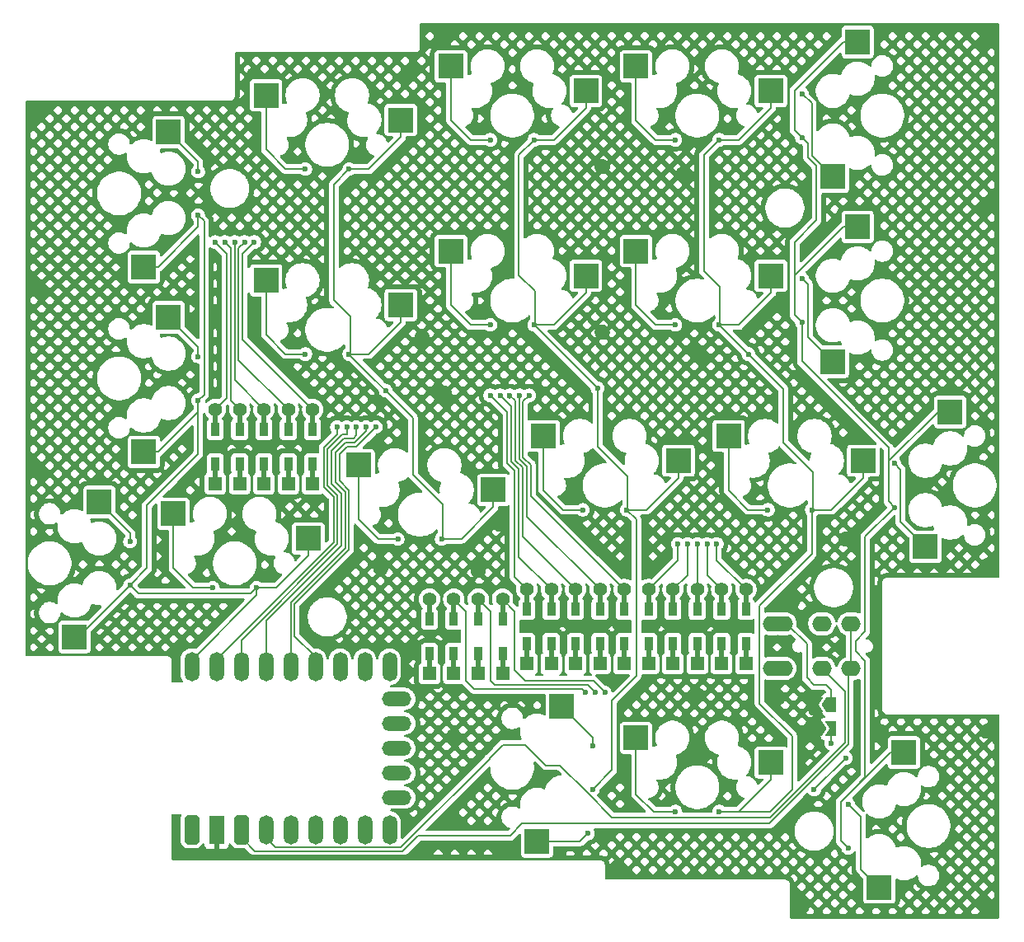
<source format=gbr>
%TF.GenerationSoftware,KiCad,Pcbnew,9.0.4*%
%TF.CreationDate,2025-11-12T08:08:54+09:00*%
%TF.ProjectId,modubu,6d6f6475-6275-42e6-9b69-6361645f7063,rev?*%
%TF.SameCoordinates,Original*%
%TF.FileFunction,Copper,L1,Top*%
%TF.FilePolarity,Positive*%
%FSLAX46Y46*%
G04 Gerber Fmt 4.6, Leading zero omitted, Abs format (unit mm)*
G04 Created by KiCad (PCBNEW 9.0.4) date 2025-11-12 08:08:54*
%MOMM*%
%LPD*%
G01*
G04 APERTURE LIST*
G04 Aperture macros list*
%AMOutline5P*
0 Free polygon, 5 corners , with rotation*
0 The origin of the aperture is its center*
0 number of corners: always 5*
0 $1 to $10 corner X, Y*
0 $11 Rotation angle, in degrees counterclockwise*
0 create outline with 5 corners*
4,1,5,$1,$2,$3,$4,$5,$6,$7,$8,$9,$10,$1,$2,$11*%
%AMOutline6P*
0 Free polygon, 6 corners , with rotation*
0 The origin of the aperture is its center*
0 number of corners: always 6*
0 $1 to $12 corner X, Y*
0 $13 Rotation angle, in degrees counterclockwise*
0 create outline with 6 corners*
4,1,6,$1,$2,$3,$4,$5,$6,$7,$8,$9,$10,$11,$12,$1,$2,$13*%
%AMOutline7P*
0 Free polygon, 7 corners , with rotation*
0 The origin of the aperture is its center*
0 number of corners: always 7*
0 $1 to $14 corner X, Y*
0 $15 Rotation angle, in degrees counterclockwise*
0 create outline with 7 corners*
4,1,7,$1,$2,$3,$4,$5,$6,$7,$8,$9,$10,$11,$12,$13,$14,$1,$2,$15*%
%AMOutline8P*
0 Free polygon, 8 corners , with rotation*
0 The origin of the aperture is its center*
0 number of corners: always 8*
0 $1 to $16 corner X, Y*
0 $17 Rotation angle, in degrees counterclockwise*
0 create outline with 8 corners*
4,1,8,$1,$2,$3,$4,$5,$6,$7,$8,$9,$10,$11,$12,$13,$14,$15,$16,$1,$2,$17*%
%AMFreePoly0*
4,1,6,1.000000,0.000000,0.500000,-0.750000,-0.500000,-0.750000,-0.500000,0.750000,0.500000,0.750000,1.000000,0.000000,1.000000,0.000000,$1*%
%AMFreePoly1*
4,1,6,0.500000,-0.750000,-0.650000,-0.750000,-0.150000,0.000000,-0.650000,0.750000,0.500000,0.750000,0.500000,-0.750000,0.500000,-0.750000,$1*%
G04 Aperture macros list end*
%TA.AperFunction,ComponentPad*%
%ADD10R,1.397000X1.397000*%
%TD*%
%TA.AperFunction,SMDPad,CuDef*%
%ADD11R,0.500000X2.000000*%
%TD*%
%TA.AperFunction,SMDPad,CuDef*%
%ADD12R,0.940000X1.400000*%
%TD*%
%TA.AperFunction,ComponentPad*%
%ADD13C,1.397000*%
%TD*%
%TA.AperFunction,SMDPad,CuDef*%
%ADD14R,2.500000X2.550000*%
%TD*%
%TA.AperFunction,SMDPad,CuDef*%
%ADD15R,2.550000X2.500000*%
%TD*%
%TA.AperFunction,ComponentPad*%
%ADD16O,1.500000X3.000000*%
%TD*%
%TA.AperFunction,ComponentPad*%
%ADD17O,3.000000X1.500000*%
%TD*%
%TA.AperFunction,ComponentPad*%
%ADD18Outline8P,-1.500000X0.450000X-1.200000X0.750000X1.200000X0.750000X1.500000X0.450000X1.500000X-0.450000X1.200000X-0.750000X-1.200000X-0.750000X-1.500000X-0.450000X90.000000*%
%TD*%
%TA.AperFunction,ComponentPad*%
%ADD19R,1.500000X3.000000*%
%TD*%
%TA.AperFunction,SMDPad,CuDef*%
%ADD20FreePoly0,0.000000*%
%TD*%
%TA.AperFunction,SMDPad,CuDef*%
%ADD21FreePoly1,0.000000*%
%TD*%
%TA.AperFunction,SMDPad,CuDef*%
%ADD22FreePoly0,180.000000*%
%TD*%
%TA.AperFunction,SMDPad,CuDef*%
%ADD23FreePoly1,180.000000*%
%TD*%
%TA.AperFunction,ComponentPad*%
%ADD24O,2.000000X1.600000*%
%TD*%
%TA.AperFunction,ViaPad*%
%ADD25C,0.600000*%
%TD*%
%TA.AperFunction,Conductor*%
%ADD26C,0.200000*%
%TD*%
G04 APERTURE END LIST*
D10*
%TO.P,D8,1,K*%
%TO.N,ROW2*%
X97000000Y-118309999D03*
D11*
X97000000Y-117250000D03*
D12*
X97000001Y-116274999D03*
%TO.P,D8,2,A*%
%TO.N,Net-(D8-A)*%
X96999999Y-112725001D03*
D11*
X97000000Y-111750000D03*
D13*
X97000000Y-110690001D03*
%TD*%
D10*
%TO.P,D14,1,K*%
%TO.N,ROW3*%
X112000000Y-118309998D03*
D11*
X112000000Y-117249999D03*
D12*
X112000001Y-116274998D03*
%TO.P,D14,2,A*%
%TO.N,Net-(D14-A)*%
X111999999Y-112725000D03*
D11*
X112000000Y-111749999D03*
D13*
X112000000Y-110690000D03*
%TD*%
D14*
%TO.P,SW19,1,1*%
%TO.N,Net-(D19-A)*%
X48080000Y-101710000D03*
%TO.P,SW19,2,2*%
%TO.N,COL1*%
X45540000Y-115560000D03*
%TD*%
%TO.P,SW1,1,1*%
%TO.N,Net-(D1-A)*%
X55205000Y-63710000D03*
%TO.P,SW1,2,2*%
%TO.N,COL1*%
X52665000Y-77560000D03*
%TD*%
D10*
%TO.P,D16,1,K*%
%TO.N,ROW4*%
X84500000Y-119310001D03*
D11*
X84500000Y-118250002D03*
D12*
X84500001Y-117275001D03*
%TO.P,D16,2,A*%
%TO.N,Net-(D16-A)*%
X84499999Y-113725003D03*
D11*
X84500000Y-112750002D03*
D13*
X84500000Y-111690003D03*
%TD*%
D14*
%TO.P,SW18,1,1*%
%TO.N,Net-(D18-A)*%
X128170000Y-141290000D03*
%TO.P,SW18,2,2*%
%TO.N,COL5*%
X130710000Y-127440000D03*
%TD*%
D10*
%TO.P,D9,1,K*%
%TO.N,ROW2*%
X99500000Y-118309998D03*
D11*
X99500000Y-117249999D03*
D12*
X99500001Y-116274998D03*
%TO.P,D9,2,A*%
%TO.N,Net-(D9-A)*%
X99499999Y-112725000D03*
D11*
X99500000Y-111749999D03*
D13*
X99500000Y-110690000D03*
%TD*%
D10*
%TO.P,D3,1,K*%
%TO.N,ROW1*%
X65000000Y-99809999D03*
D11*
X65000000Y-98750000D03*
D12*
X65000001Y-97774999D03*
%TO.P,D3,2,A*%
%TO.N,Net-(D3-A)*%
X64999999Y-94225001D03*
D11*
X65000000Y-93250000D03*
D13*
X65000000Y-92190001D03*
%TD*%
D15*
%TO.P,SW8,1,1*%
%TO.N,Net-(D8-A)*%
X84210000Y-75920000D03*
%TO.P,SW8,2,2*%
%TO.N,COL3*%
X98060000Y-78460000D03*
%TD*%
D16*
%TO.P,U1,0,0*%
%TO.N,COL1*%
X57590000Y-118630000D03*
%TO.P,U1,1,1*%
%TO.N,COL2*%
X60130000Y-118630000D03*
%TO.P,U1,2,2*%
%TO.N,COL3*%
X62670000Y-118630000D03*
%TO.P,U1,3,3*%
%TO.N,COL4*%
X65209999Y-118630000D03*
%TO.P,U1,4,4*%
%TO.N,COL5*%
X67750000Y-118630000D03*
%TO.P,U1,5,5*%
%TO.N,ROW1*%
X70290000Y-118630001D03*
%TO.P,U1,6,6*%
%TO.N,ROW2*%
X72830000Y-118630000D03*
%TO.P,U1,7,7*%
%TO.N,unconnected-(U1-Pad7)*%
X75370000Y-118630000D03*
%TO.P,U1,8,8*%
%TO.N,unconnected-(U1-Pad8)*%
X77909999Y-118630000D03*
D17*
%TO.P,U1,9,9*%
%TO.N,unconnected-(U1-Pad9)*%
X78659999Y-121919999D03*
%TO.P,U1,10,10*%
%TO.N,unconnected-(U1-Pad10)*%
X78660000Y-124460000D03*
%TO.P,U1,11,11*%
%TO.N,unconnected-(U1-Pad11)*%
X78660001Y-127000001D03*
%TO.P,U1,12,12*%
%TO.N,unconnected-(U1-Pad12)*%
X78660000Y-129540000D03*
%TO.P,U1,13,13*%
%TO.N,unconnected-(U1-Pad13)*%
X78659999Y-132080000D03*
D16*
%TO.P,U1,14,14*%
%TO.N,unconnected-(U1-Pad14)*%
X77910000Y-135370000D03*
%TO.P,U1,15,15*%
%TO.N,unconnected-(U1-Pad15)*%
X75370000Y-135370000D03*
%TO.P,U1,26,26*%
%TO.N,ROW3*%
X72830000Y-135370000D03*
%TO.P,U1,27,27*%
%TO.N,ROW4*%
X70290001Y-135370000D03*
%TO.P,U1,28,28*%
%TO.N,Net-(JP3-B)*%
X67750000Y-135370000D03*
%TO.P,U1,29,29*%
%TO.N,SERIAL*%
X65210000Y-135369999D03*
D18*
%TO.P,U1,30,3V3*%
%TO.N,VCC*%
X62670000Y-135370000D03*
D19*
%TO.P,U1,31,GND*%
%TO.N,GND*%
X60130000Y-135370000D03*
D18*
%TO.P,U1,32,5V*%
%TO.N,unconnected-(U1-5V-Pad32)*%
X57590001Y-135370000D03*
%TD*%
D20*
%TO.P,JP4,1,A*%
%TO.N,GND*%
X121775000Y-125000000D03*
D21*
%TO.P,JP4,2,B*%
%TO.N,Net-(JP3-B)*%
X123225000Y-125000000D03*
%TD*%
D10*
%TO.P,D1,1,K*%
%TO.N,ROW1*%
X60000000Y-99809999D03*
D11*
X60000000Y-98750000D03*
D12*
X60000001Y-97774999D03*
%TO.P,D1,2,A*%
%TO.N,Net-(D1-A)*%
X59999999Y-94225001D03*
D11*
X60000000Y-93250000D03*
D13*
X60000000Y-92190001D03*
%TD*%
D10*
%TO.P,D6,1,K*%
%TO.N,ROW2*%
X92000000Y-118309999D03*
D11*
X92000000Y-117250000D03*
D12*
X92000001Y-116274999D03*
%TO.P,D6,2,A*%
%TO.N,Net-(D6-A)*%
X91999999Y-112725001D03*
D11*
X92000000Y-111750000D03*
D13*
X92000000Y-110690001D03*
%TD*%
D10*
%TO.P,D11,1,K*%
%TO.N,ROW3*%
X104500000Y-118309999D03*
D11*
X104500000Y-117250000D03*
D12*
X104500001Y-116274999D03*
%TO.P,D11,2,A*%
%TO.N,Net-(D11-A)*%
X104499999Y-112725001D03*
D11*
X104500000Y-111750000D03*
D13*
X104500000Y-110690001D03*
%TD*%
D15*
%TO.P,SW12,1,1*%
%TO.N,Net-(D12-A)*%
X74710000Y-97920000D03*
%TO.P,SW12,2,2*%
%TO.N,COL2*%
X88560000Y-100460000D03*
%TD*%
D10*
%TO.P,D15,1,K*%
%TO.N,ROW3*%
X114500000Y-118309999D03*
D11*
X114500000Y-117250000D03*
D12*
X114500001Y-116274999D03*
%TO.P,D15,2,A*%
%TO.N,Net-(D15-A)*%
X114499999Y-112725001D03*
D11*
X114500000Y-111750000D03*
D13*
X114500000Y-110690001D03*
%TD*%
D15*
%TO.P,SW13,1,1*%
%TO.N,Net-(D13-A)*%
X93710000Y-94920000D03*
%TO.P,SW13,2,2*%
%TO.N,COL3*%
X107560000Y-97460000D03*
%TD*%
D14*
%TO.P,SW6,1,1*%
%TO.N,Net-(D6-A)*%
X55205000Y-82710000D03*
%TO.P,SW6,2,2*%
%TO.N,COL1*%
X52665000Y-96560000D03*
%TD*%
D10*
%TO.P,D12,1,K*%
%TO.N,ROW3*%
X107000000Y-118310000D03*
D11*
X107000000Y-117250001D03*
D12*
X107000001Y-116275000D03*
%TO.P,D12,2,A*%
%TO.N,Net-(D12-A)*%
X106999999Y-112725002D03*
D11*
X107000000Y-111750001D03*
D13*
X107000000Y-110690002D03*
%TD*%
D14*
%TO.P,SW10,1,1*%
%TO.N,Net-(D10-A)*%
X123420000Y-87290000D03*
%TO.P,SW10,2,2*%
%TO.N,COL5*%
X125960000Y-73440000D03*
%TD*%
D10*
%TO.P,D2,1,K*%
%TO.N,ROW1*%
X62500000Y-99810000D03*
D11*
X62500000Y-98750001D03*
D12*
X62500001Y-97775000D03*
%TO.P,D2,2,A*%
%TO.N,Net-(D2-A)*%
X62499999Y-94225002D03*
D11*
X62500000Y-93250001D03*
D13*
X62500000Y-92190002D03*
%TD*%
D14*
%TO.P,SW16,1,1*%
%TO.N,Net-(D16-A)*%
X95580000Y-122710000D03*
%TO.P,SW16,2,2*%
%TO.N,COL3*%
X93040000Y-136560000D03*
%TD*%
D15*
%TO.P,SW9,1,1*%
%TO.N,Net-(D9-A)*%
X103210000Y-75920000D03*
%TO.P,SW9,2,2*%
%TO.N,COL4*%
X117060000Y-78460000D03*
%TD*%
D10*
%TO.P,D13,1,K*%
%TO.N,ROW3*%
X109500000Y-118309999D03*
D11*
X109500000Y-117250000D03*
D12*
X109500001Y-116274999D03*
%TO.P,D13,2,A*%
%TO.N,Net-(D13-A)*%
X109499999Y-112725001D03*
D11*
X109500000Y-111750000D03*
D13*
X109500000Y-110690001D03*
%TD*%
D10*
%TO.P,D10,1,K*%
%TO.N,ROW2*%
X102000000Y-118309999D03*
D11*
X102000000Y-117250000D03*
D12*
X102000001Y-116274999D03*
%TO.P,D10,2,A*%
%TO.N,Net-(D10-A)*%
X101999999Y-112725001D03*
D11*
X102000000Y-111750000D03*
D13*
X102000000Y-110690001D03*
%TD*%
D10*
%TO.P,D7,1,K*%
%TO.N,ROW2*%
X94500000Y-118310000D03*
D11*
X94500000Y-117250001D03*
D12*
X94500001Y-116275000D03*
%TO.P,D7,2,A*%
%TO.N,Net-(D7-A)*%
X94499999Y-112725002D03*
D11*
X94500000Y-111750001D03*
D13*
X94500000Y-110690002D03*
%TD*%
D10*
%TO.P,D4,1,K*%
%TO.N,ROW1*%
X67500000Y-99809998D03*
D11*
X67500000Y-98749999D03*
D12*
X67500001Y-97774998D03*
%TO.P,D4,2,A*%
%TO.N,Net-(D4-A)*%
X67499999Y-94225000D03*
D11*
X67500000Y-93249999D03*
D13*
X67500000Y-92190000D03*
%TD*%
D15*
%TO.P,SW2,1,1*%
%TO.N,Net-(D2-A)*%
X65210000Y-59920000D03*
%TO.P,SW2,2,2*%
%TO.N,COL2*%
X79060000Y-62460000D03*
%TD*%
D10*
%TO.P,D17,1,K*%
%TO.N,ROW4*%
X87000000Y-119310000D03*
D11*
X87000000Y-118250001D03*
D12*
X87000001Y-117275000D03*
%TO.P,D17,2,A*%
%TO.N,Net-(D17-A)*%
X86999999Y-113725002D03*
D11*
X87000000Y-112750001D03*
D13*
X87000000Y-111690002D03*
%TD*%
D14*
%TO.P,SW5,1,1*%
%TO.N,Net-(D5-A)*%
X123420000Y-68290000D03*
%TO.P,SW5,2,2*%
%TO.N,COL5*%
X125960000Y-54440000D03*
%TD*%
D15*
%TO.P,SW4,1,1*%
%TO.N,Net-(D4-A)*%
X103210000Y-56920000D03*
%TO.P,SW4,2,2*%
%TO.N,COL4*%
X117060000Y-59460000D03*
%TD*%
D10*
%TO.P,D19,1,K*%
%TO.N,ROW4*%
X82000000Y-119310000D03*
D11*
X82000000Y-118250001D03*
D12*
X82000001Y-117275000D03*
%TO.P,D19,2,A*%
%TO.N,Net-(D19-A)*%
X81999999Y-113725002D03*
D11*
X82000000Y-112750001D03*
D13*
X82000000Y-111690002D03*
%TD*%
D14*
%TO.P,SW15,1,1*%
%TO.N,Net-(D15-A)*%
X132920000Y-106290000D03*
%TO.P,SW15,2,2*%
%TO.N,COL5*%
X135460000Y-92440000D03*
%TD*%
D15*
%TO.P,SW14,1,1*%
%TO.N,Net-(D14-A)*%
X112710000Y-94920000D03*
%TO.P,SW14,2,2*%
%TO.N,COL4*%
X126560000Y-97460000D03*
%TD*%
D22*
%TO.P,JP2,1,A*%
%TO.N,Net-(JP2-A)*%
X123225000Y-122500000D03*
D23*
%TO.P,JP2,2,B*%
%TO.N,GND*%
X121775000Y-122500000D03*
%TD*%
D15*
%TO.P,SW3,1,1*%
%TO.N,Net-(D3-A)*%
X84210000Y-56920000D03*
%TO.P,SW3,2,2*%
%TO.N,COL3*%
X98060000Y-59460000D03*
%TD*%
%TO.P,SW17,1,1*%
%TO.N,Net-(D17-A)*%
X103210000Y-125920000D03*
%TO.P,SW17,2,2*%
%TO.N,COL4*%
X117060000Y-128460000D03*
%TD*%
%TO.P,SW11,1,1*%
%TO.N,Net-(D11-A)*%
X55710000Y-102920000D03*
%TO.P,SW11,2,2*%
%TO.N,COL1*%
X69560000Y-105460000D03*
%TD*%
D10*
%TO.P,D18,1,K*%
%TO.N,ROW4*%
X89500000Y-119309999D03*
D11*
X89500000Y-118250000D03*
D12*
X89500001Y-117274999D03*
%TO.P,D18,2,A*%
%TO.N,Net-(D18-A)*%
X89499999Y-113725001D03*
D11*
X89500000Y-112750000D03*
D13*
X89500000Y-111690001D03*
%TD*%
D24*
%TO.P,J1,R1*%
%TO.N,SERIAL*%
X122300001Y-118800001D03*
%TO.P,J1,R2*%
%TO.N,VCC*%
X125299999Y-118799999D03*
%TO.P,J1,S*%
%TO.N,Net-(JP2-A)*%
X117199998Y-114200001D03*
%TO.P,J1,T*%
%TO.N,Net-(JP1-A)*%
X118300000Y-118800003D03*
%TD*%
D10*
%TO.P,D5,1,K*%
%TO.N,ROW1*%
X70000000Y-99809999D03*
D11*
X70000000Y-98750000D03*
D12*
X70000001Y-97774999D03*
%TO.P,D5,2,A*%
%TO.N,Net-(D5-A)*%
X69999999Y-94225001D03*
D11*
X70000000Y-93250000D03*
D13*
X70000000Y-92190001D03*
%TD*%
D15*
%TO.P,SW7,1,1*%
%TO.N,Net-(D7-A)*%
X65210000Y-78920000D03*
%TO.P,SW7,2,2*%
%TO.N,COL2*%
X79060000Y-81460000D03*
%TD*%
D24*
%TO.P,J2,R1*%
%TO.N,SERIAL*%
X122300001Y-114199999D03*
%TO.P,J2,R2*%
%TO.N,VCC*%
X125299999Y-114200001D03*
%TO.P,J2,S*%
%TO.N,Net-(JP1-A)*%
X117199999Y-118800001D03*
%TO.P,J2,T*%
%TO.N,Net-(JP2-A)*%
X118300000Y-114199997D03*
%TD*%
D25*
%TO.N,ROW1*%
X76500000Y-94000000D03*
%TO.N,Net-(D1-A)*%
X58250000Y-67750000D03*
X60000000Y-75000000D03*
%TO.N,Net-(D2-A)*%
X61000000Y-75000000D03*
X69250000Y-67500000D03*
%TO.N,Net-(D3-A)*%
X62000000Y-75000000D03*
X88250000Y-64500000D03*
%TO.N,Net-(D4-A)*%
X63000000Y-75000000D03*
X107250000Y-64500000D03*
%TO.N,Net-(D5-A)*%
X120250000Y-59750000D03*
X64000000Y-75000000D03*
%TO.N,Net-(D16-A)*%
X98000000Y-121250000D03*
X98750000Y-126750000D03*
%TO.N,Net-(D17-A)*%
X107250000Y-133500000D03*
X99000000Y-121250000D03*
%TO.N,Net-(D18-A)*%
X100000000Y-121250000D03*
X125000000Y-132750000D03*
%TO.N,Net-(D19-A)*%
X51250000Y-105750000D03*
%TO.N,GND*%
X128250000Y-125250000D03*
X119250000Y-112000000D03*
X109500000Y-86500000D03*
X83250000Y-54250000D03*
X109500000Y-121500000D03*
X53250000Y-110000000D03*
X96600000Y-103800000D03*
X60000000Y-83000000D03*
X41750000Y-98250000D03*
X90000000Y-137500000D03*
X99750000Y-67250000D03*
X79800000Y-117000000D03*
X41750000Y-62000000D03*
X96800000Y-100400000D03*
X99250000Y-135750000D03*
X87000000Y-108750000D03*
X109400000Y-127400000D03*
X89250000Y-104000000D03*
X120250000Y-143250000D03*
X117800000Y-121800000D03*
X84250000Y-134750000D03*
X64000000Y-57750000D03*
X101000000Y-120250000D03*
X139250000Y-71250000D03*
X77000000Y-108500000D03*
X108000000Y-68000000D03*
X80000000Y-57750000D03*
X81250000Y-84750000D03*
X139250000Y-54250000D03*
X139250000Y-125250000D03*
X124750000Y-105500000D03*
X99750000Y-84250000D03*
X41750000Y-79750000D03*
X84500000Y-125750000D03*
X139250000Y-108250000D03*
X101250000Y-139250000D03*
X139250000Y-143250000D03*
X83500000Y-90500000D03*
X81000000Y-137250000D03*
X100400000Y-94200000D03*
%TO.N,Net-(JP3-B)*%
X123250000Y-126500000D03*
X121500000Y-131250000D03*
X124750000Y-128000000D03*
%TO.N,COL1*%
X51250000Y-110250000D03*
X58250000Y-91250000D03*
X58250000Y-72250000D03*
X64250000Y-110500000D03*
%TO.N,COL2*%
X83250000Y-105500000D03*
X77500000Y-90250000D03*
X72500000Y-94000000D03*
X73750000Y-67500000D03*
X73750000Y-86500000D03*
%TO.N,COL3*%
X98750000Y-131250000D03*
X99250000Y-90000000D03*
X98250000Y-135750000D03*
X92750000Y-83500000D03*
X102250000Y-102500000D03*
X73500000Y-94000000D03*
X92750000Y-64500000D03*
%TO.N,COL4*%
X74500000Y-94000000D03*
X121250000Y-102500000D03*
X111750000Y-83500000D03*
X111750000Y-133500000D03*
X114750000Y-86500000D03*
X111750000Y-64500000D03*
%TO.N,COL5*%
X129750000Y-102250000D03*
X120250000Y-64250000D03*
X75500000Y-94000000D03*
X125000000Y-137250000D03*
X120250000Y-83250000D03*
%TO.N,Net-(D6-A)*%
X58250000Y-86750000D03*
X88250000Y-90750000D03*
%TO.N,Net-(D7-A)*%
X69250000Y-86500000D03*
X89250000Y-90750000D03*
%TO.N,Net-(D8-A)*%
X88250000Y-83500000D03*
X90250000Y-90750000D03*
%TO.N,Net-(D9-A)*%
X107250000Y-83500000D03*
X91250000Y-90750000D03*
%TO.N,Net-(D10-A)*%
X120250000Y-78750000D03*
X92250000Y-90750000D03*
%TO.N,Net-(D11-A)*%
X59750000Y-110500000D03*
X107500000Y-106000000D03*
%TO.N,Net-(D12-A)*%
X78750000Y-105500000D03*
X108500000Y-106000000D03*
%TO.N,Net-(D13-A)*%
X97750000Y-102500000D03*
X109500000Y-106000000D03*
%TO.N,Net-(D14-A)*%
X110500000Y-106000000D03*
X116750000Y-102500000D03*
%TO.N,Net-(D15-A)*%
X111500000Y-106000000D03*
X129750000Y-97750000D03*
%TD*%
D26*
%TO.N,ROW1*%
X68151000Y-112166100D02*
X68151000Y-115500000D01*
X68151000Y-115500000D02*
X70290000Y-117639000D01*
X73750000Y-106567100D02*
X68151000Y-112166100D01*
X70290000Y-117639000D02*
X70290000Y-119330001D01*
X74500000Y-96000000D02*
X73503000Y-96000000D01*
X73503000Y-96000000D02*
X72750000Y-96753000D01*
X72750000Y-96753000D02*
X72750000Y-99500000D01*
X72750000Y-99500000D02*
X73750000Y-100500000D01*
X76500000Y-94000000D02*
X74500000Y-96000000D01*
X73750000Y-100500000D02*
X73750000Y-106567100D01*
%TO.N,Net-(D1-A)*%
X58250000Y-67750000D02*
X58250000Y-66755000D01*
X58250000Y-66755000D02*
X55205000Y-63710000D01*
X61198000Y-76198000D02*
X61198000Y-90992001D01*
X60000000Y-75000000D02*
X61198000Y-76198000D01*
X61198000Y-90992001D02*
X60000000Y-92190001D01*
%TO.N,Net-(D2-A)*%
X65210000Y-59920000D02*
X65210000Y-65489743D01*
X65210000Y-65489743D02*
X67220257Y-67500000D01*
X61599000Y-75599000D02*
X61599000Y-91289002D01*
X61000000Y-75000000D02*
X61599000Y-75599000D01*
X61599000Y-91289002D02*
X62500000Y-92190002D01*
X67220257Y-67500000D02*
X69250000Y-67500000D01*
%TO.N,Net-(D3-A)*%
X86220257Y-64500000D02*
X88250000Y-64500000D01*
X62000000Y-75000000D02*
X62000000Y-89190001D01*
X84210000Y-56920000D02*
X84210000Y-62489743D01*
X62000000Y-89190001D02*
X65000000Y-92190001D01*
X84210000Y-62489743D02*
X86220257Y-64500000D01*
%TO.N,Net-(D4-A)*%
X62401000Y-87091000D02*
X67500000Y-92190000D01*
X63000000Y-75000000D02*
X62401000Y-75599000D01*
X103210000Y-56920000D02*
X103210000Y-62489743D01*
X62401000Y-75599000D02*
X62401000Y-87091000D01*
X103210000Y-62489743D02*
X105220257Y-64500000D01*
X105220257Y-64500000D02*
X107250000Y-64500000D01*
%TO.N,Net-(D5-A)*%
X62802000Y-76198000D02*
X64000000Y-75000000D01*
X62802000Y-84992001D02*
X62802000Y-76198000D01*
X121252000Y-60752000D02*
X120250000Y-59750000D01*
X70000000Y-92190001D02*
X62802000Y-84992001D01*
X121252000Y-66122000D02*
X121252000Y-60752000D01*
X123420000Y-68290000D02*
X121252000Y-66122000D01*
%TO.N,Net-(D16-A)*%
X95580000Y-122710000D02*
X98750000Y-125880000D01*
X85750000Y-112940003D02*
X85750000Y-120059000D01*
X97651000Y-120901000D02*
X98000000Y-121250000D01*
X86592000Y-120901000D02*
X97651000Y-120901000D01*
X85750000Y-120059000D02*
X86592000Y-120901000D01*
X84500000Y-111690003D02*
X85750000Y-112940003D01*
X98750000Y-125880000D02*
X98750000Y-126750000D01*
%TO.N,Net-(D17-A)*%
X99000000Y-121250000D02*
X98250000Y-120500000D01*
X88691001Y-120500000D02*
X88250000Y-120058999D01*
X87000000Y-111690002D02*
X88250000Y-112940002D01*
X98250000Y-120500000D02*
X88691001Y-120500000D01*
X88250000Y-120058999D02*
X88250000Y-112940002D01*
X105000000Y-133500000D02*
X103210000Y-131710000D01*
X107250000Y-133500000D02*
X105000000Y-133500000D01*
X103210000Y-131710000D02*
X103210000Y-125920000D01*
%TO.N,Net-(D18-A)*%
X98849000Y-120099000D02*
X100000000Y-121250000D01*
X89500000Y-111690001D02*
X90750000Y-112940001D01*
X126319000Y-134069000D02*
X126319000Y-139439000D01*
X126319000Y-139439000D02*
X128170000Y-141290000D01*
X91849000Y-120099000D02*
X98849000Y-120099000D01*
X125000000Y-132750000D02*
X126319000Y-134069000D01*
X90750000Y-112940001D02*
X90750000Y-119000000D01*
X90750000Y-119000000D02*
X91849000Y-120099000D01*
%TO.N,Net-(D19-A)*%
X51250000Y-104880000D02*
X48080000Y-101710000D01*
X51250000Y-105750000D02*
X51250000Y-104880000D01*
%TO.N,GND*%
X89527000Y-137973000D02*
X90000000Y-137500000D01*
X60773000Y-137973000D02*
X89527000Y-137973000D01*
X60130000Y-137330000D02*
X60773000Y-137973000D01*
X60130000Y-134670000D02*
X60130000Y-137330000D01*
%TO.N,VCC*%
X116884200Y-134750000D02*
X125044950Y-126589250D01*
X79245100Y-137572000D02*
X80802228Y-136014872D01*
X80802228Y-136014872D02*
X90264872Y-136014872D01*
X91529743Y-134750000D02*
X116884200Y-134750000D01*
X64072000Y-137572000D02*
X79245100Y-137572000D01*
X62670000Y-134670000D02*
X62670000Y-136170000D01*
X62670000Y-136170000D02*
X64072000Y-137572000D01*
X125299999Y-114200001D02*
X125299999Y-118799999D01*
X125044950Y-126589250D02*
X125044950Y-119055048D01*
X90264872Y-136014872D02*
X91529743Y-134750000D01*
X125044950Y-119055048D02*
X125299999Y-118799999D01*
%TO.N,Net-(JP3-B)*%
X123250000Y-125025000D02*
X123225000Y-125000000D01*
X123250000Y-126500000D02*
X123250000Y-125025000D01*
X121500000Y-131250000D02*
X124750000Y-128000000D01*
%TO.N,COL1*%
X58851000Y-72851000D02*
X58250000Y-72250000D01*
X58851000Y-90649000D02*
X58851000Y-72851000D01*
X57590000Y-117910000D02*
X57590000Y-119330000D01*
X58250000Y-92425000D02*
X58250000Y-91250000D01*
X58250000Y-91250000D02*
X58851000Y-90649000D01*
X51250000Y-110250000D02*
X52101000Y-111101000D01*
X58250000Y-73425000D02*
X58250000Y-72250000D01*
X58250000Y-96750000D02*
X58250000Y-91250000D01*
X63649000Y-111101000D02*
X64250000Y-110500000D01*
X64250000Y-111250000D02*
X57590000Y-117910000D01*
X45940000Y-115560000D02*
X45540000Y-115560000D01*
X51250000Y-110250000D02*
X53000000Y-108500000D01*
X69560000Y-105460000D02*
X69560000Y-107219743D01*
X52101000Y-111101000D02*
X63649000Y-111101000D01*
X66279743Y-110500000D02*
X64250000Y-110500000D01*
X53000000Y-108500000D02*
X53000000Y-102000000D01*
X52665000Y-77560000D02*
X54115000Y-77560000D01*
X51250000Y-110250000D02*
X45940000Y-115560000D01*
X69560000Y-107219743D02*
X66279743Y-110500000D01*
X64250000Y-110500000D02*
X64250000Y-111250000D01*
X54115000Y-96560000D02*
X58250000Y-92425000D01*
X54115000Y-77560000D02*
X58250000Y-73425000D01*
X53000000Y-102000000D02*
X58250000Y-96750000D01*
X52665000Y-96560000D02*
X54115000Y-96560000D01*
%TO.N,COL2*%
X85279743Y-105500000D02*
X83250000Y-105500000D01*
X83344900Y-105405100D02*
X83250000Y-105500000D01*
X73750000Y-67500000D02*
X72189000Y-69061000D01*
X73844900Y-86405100D02*
X73750000Y-86500000D01*
X72500000Y-94734600D02*
X71146000Y-96088600D01*
X79060000Y-62460000D02*
X79060000Y-64219743D01*
X73844900Y-82612609D02*
X73844900Y-86405100D01*
X88560000Y-100460000D02*
X88560000Y-102219743D01*
X71146000Y-100164400D02*
X72146000Y-101164400D01*
X72146000Y-105854000D02*
X60130000Y-117870000D01*
X72189000Y-80956709D02*
X73844900Y-82612609D01*
X60130000Y-117870000D02*
X60130000Y-119330000D01*
X80311000Y-93061000D02*
X80311000Y-98930743D01*
X79060000Y-64219743D02*
X75779743Y-67500000D01*
X79060000Y-81460000D02*
X79060000Y-83219743D01*
X75779743Y-67500000D02*
X73750000Y-67500000D01*
X79060000Y-83219743D02*
X75779743Y-86500000D01*
X72500000Y-94000000D02*
X72500000Y-94734600D01*
X88560000Y-102219743D02*
X85279743Y-105500000D01*
X72189000Y-69061000D02*
X72189000Y-80956709D01*
X80311000Y-98930743D02*
X83344900Y-101964643D01*
X72146000Y-101164400D02*
X72146000Y-105854000D01*
X75779743Y-86500000D02*
X73750000Y-86500000D01*
X71146000Y-96088600D02*
X71146000Y-100164400D01*
X73750000Y-86500000D02*
X80311000Y-93061000D01*
X83344900Y-101964643D02*
X83344900Y-105405100D01*
%TO.N,COL3*%
X102344900Y-99028711D02*
X102344900Y-102405100D01*
X62670000Y-115897100D02*
X62670000Y-119330000D01*
X103250000Y-103500000D02*
X103250000Y-119592291D01*
X91189000Y-66061000D02*
X91189000Y-78372812D01*
X98060000Y-80219743D02*
X94779743Y-83500000D01*
X93040000Y-136560000D02*
X97440000Y-136560000D01*
X98060000Y-59460000D02*
X98060000Y-61219743D01*
X94779743Y-83500000D02*
X92750000Y-83500000D01*
X107560000Y-99219743D02*
X104279743Y-102500000D01*
X107560000Y-97460000D02*
X107560000Y-99219743D01*
X98060000Y-61219743D02*
X94779743Y-64500000D01*
X92750000Y-83500000D02*
X99250000Y-90000000D01*
X99311000Y-90061000D02*
X99311000Y-95994811D01*
X102250000Y-102500000D02*
X103250000Y-103500000D01*
X72547000Y-106020100D02*
X62670000Y-115897100D01*
X92844900Y-80028711D02*
X92844900Y-83405100D01*
X94779743Y-64500000D02*
X92750000Y-64500000D01*
X99311000Y-95994811D02*
X102344900Y-99028711D01*
X104279743Y-102500000D02*
X102250000Y-102500000D01*
X92750000Y-64500000D02*
X91189000Y-66061000D01*
X100750000Y-122092291D02*
X100750000Y-129250000D01*
X103250000Y-119592291D02*
X100750000Y-122092291D01*
X102344900Y-102405100D02*
X102250000Y-102500000D01*
X73500000Y-94000000D02*
X73500000Y-94750000D01*
X100750000Y-129250000D02*
X98750000Y-131250000D01*
X71547000Y-96254700D02*
X71547000Y-99998300D01*
X97440000Y-136560000D02*
X98000000Y-136000000D01*
X98000000Y-136000000D02*
X98250000Y-135750000D01*
X99250000Y-90000000D02*
X99311000Y-90061000D01*
X71547000Y-99998300D02*
X72547000Y-100998300D01*
X91189000Y-78372812D02*
X92844900Y-80028711D01*
X98060000Y-78460000D02*
X98060000Y-80219743D01*
X73051700Y-94750000D02*
X71547000Y-96254700D01*
X73500000Y-94750000D02*
X73051700Y-94750000D01*
X92844900Y-83405100D02*
X92750000Y-83500000D01*
X72547000Y-100998300D02*
X72547000Y-106020100D01*
%TO.N,COL4*%
X71948000Y-99832200D02*
X72948000Y-100832200D01*
X115898999Y-122398999D02*
X115898999Y-112351001D01*
X126560000Y-97460000D02*
X126560000Y-99219743D01*
X118311000Y-95578709D02*
X118311000Y-90061000D01*
X121344900Y-98612609D02*
X118311000Y-95578709D01*
X121250000Y-102500000D02*
X121344900Y-102405100D01*
X74500000Y-94865800D02*
X74182900Y-95182900D01*
X117060000Y-59460000D02*
X117060000Y-61219743D01*
X113779743Y-83500000D02*
X111750000Y-83500000D01*
X119250000Y-125750000D02*
X115898999Y-122398999D01*
X71948000Y-96420800D02*
X71948000Y-99832200D01*
X74500000Y-94000000D02*
X74500000Y-94865800D01*
X110189000Y-66061000D02*
X111750000Y-64500000D01*
X65209999Y-113924201D02*
X65209999Y-119330000D01*
X111844900Y-83405100D02*
X111844900Y-79612609D01*
X110189000Y-77956709D02*
X110189000Y-66061000D01*
X72948000Y-100832200D02*
X72948000Y-106186200D01*
X72948000Y-106186200D02*
X65209999Y-113924201D01*
X117060000Y-61219743D02*
X113779743Y-64500000D01*
X111750000Y-133500000D02*
X117000000Y-133500000D01*
X117060000Y-80219743D02*
X113779743Y-83500000D01*
X117000000Y-133500000D02*
X119250000Y-131250000D01*
X113779743Y-133500000D02*
X111750000Y-133500000D01*
X111844900Y-79612609D02*
X110189000Y-77956709D01*
X121344900Y-102405100D02*
X121344900Y-98612609D01*
X113779743Y-64500000D02*
X111750000Y-64500000D01*
X126560000Y-99219743D02*
X123279743Y-102500000D01*
X119250000Y-131250000D02*
X119250000Y-125750000D01*
X117060000Y-78460000D02*
X117060000Y-80219743D01*
X123279743Y-102500000D02*
X121250000Y-102500000D01*
X121250000Y-107000000D02*
X121250000Y-102500000D01*
X115898999Y-112351001D02*
X121250000Y-107000000D01*
X74182900Y-95182900D02*
X73185900Y-95182900D01*
X73185900Y-95182900D02*
X71948000Y-96420800D01*
X117060000Y-128460000D02*
X117060000Y-130219743D01*
X117060000Y-130219743D02*
X113779743Y-133500000D01*
X118311000Y-90061000D02*
X111750000Y-83500000D01*
X111750000Y-83500000D02*
X111844900Y-83405100D01*
%TO.N,COL5*%
X124510000Y-54440000D02*
X119500000Y-59450000D01*
X73349000Y-100666100D02*
X73349000Y-106401000D01*
X121750000Y-72750000D02*
X121750000Y-67187100D01*
X119500000Y-82500000D02*
X119500000Y-78750000D01*
X75500000Y-94000000D02*
X75500000Y-94432900D01*
X129149000Y-101649000D02*
X129750000Y-102250000D01*
X129149000Y-96146000D02*
X129149000Y-101649000D01*
X72349000Y-96586900D02*
X72349000Y-99666100D01*
X134210057Y-92440000D02*
X129149000Y-97501057D01*
X67750000Y-112000000D02*
X67750000Y-119330000D01*
X121750000Y-67187100D02*
X120851000Y-66288100D01*
X126750000Y-118000000D02*
X126750000Y-130000000D01*
X125750000Y-117000000D02*
X126750000Y-118000000D01*
X126750000Y-130000000D02*
X125500000Y-131250000D01*
X73336900Y-95599000D02*
X72349000Y-96586900D01*
X119500000Y-78450000D02*
X119500000Y-78750000D01*
X74333900Y-95599000D02*
X73336900Y-95599000D01*
X129750000Y-102250000D02*
X126750000Y-105250000D01*
X129310000Y-127440000D02*
X125500000Y-131250000D01*
X126750000Y-105250000D02*
X126750000Y-115000000D01*
X119500000Y-75000000D02*
X121750000Y-72750000D01*
X129149000Y-97501057D02*
X129149000Y-101649000D01*
X130710000Y-127440000D02*
X130572291Y-127440000D01*
X119500000Y-63500000D02*
X120250000Y-64250000D01*
X119500000Y-59450000D02*
X119500000Y-63500000D01*
X120851000Y-64851000D02*
X120250000Y-64250000D01*
X120250000Y-83250000D02*
X119500000Y-82500000D01*
X72349000Y-99666100D02*
X73349000Y-100666100D01*
X73349000Y-106401000D02*
X67750000Y-112000000D01*
X125750000Y-116000000D02*
X125750000Y-117000000D01*
X126750000Y-115000000D02*
X125750000Y-116000000D01*
X125960000Y-73440000D02*
X124510000Y-73440000D01*
X125960000Y-54440000D02*
X124510000Y-54440000D01*
X120250000Y-87247000D02*
X129149000Y-96146000D01*
X135460000Y-92440000D02*
X134210057Y-92440000D01*
X124510000Y-73440000D02*
X119500000Y-78450000D01*
X120250000Y-83250000D02*
X120250000Y-87247000D01*
X75500000Y-94432900D02*
X74333900Y-95599000D01*
X125500000Y-131250000D02*
X124250000Y-132500000D01*
X124250000Y-132500000D02*
X124250000Y-136500000D01*
X130710000Y-127440000D02*
X129310000Y-127440000D01*
X120851000Y-66288100D02*
X120851000Y-64851000D01*
X124250000Y-136500000D02*
X125000000Y-137250000D01*
X119500000Y-78750000D02*
X119500000Y-75000000D01*
%TO.N,Net-(D6-A)*%
X90000000Y-92500000D02*
X90000000Y-97750000D01*
X55205000Y-82710000D02*
X58250000Y-85755000D01*
X88250000Y-90750000D02*
X90000000Y-92500000D01*
X90750000Y-98500000D02*
X90750000Y-109440001D01*
X90000000Y-97750000D02*
X90750000Y-98500000D01*
X58250000Y-85755000D02*
X58250000Y-86750000D01*
X90750000Y-109440001D02*
X92000000Y-110690001D01*
%TO.N,Net-(D7-A)*%
X89250000Y-90750000D02*
X90401000Y-91901000D01*
X67220257Y-86500000D02*
X69250000Y-86500000D01*
X90401000Y-91901000D02*
X90401000Y-97583900D01*
X90401000Y-97583900D02*
X91151000Y-98333900D01*
X65210000Y-78920000D02*
X65210000Y-84489743D01*
X91151000Y-107341002D02*
X94500000Y-110690002D01*
X91151000Y-98333900D02*
X91151000Y-107341002D01*
X65210000Y-84489743D02*
X67220257Y-86500000D01*
%TO.N,Net-(D8-A)*%
X90802000Y-91302000D02*
X90250000Y-90750000D01*
X97000000Y-110690001D02*
X91552000Y-105242001D01*
X84210000Y-81489743D02*
X86220257Y-83500000D01*
X86220257Y-83500000D02*
X88250000Y-83500000D01*
X90250000Y-90750000D02*
X90250000Y-91000000D01*
X84210000Y-75920000D02*
X84210000Y-81489743D01*
X90802000Y-97417800D02*
X90802000Y-91302000D01*
X91552000Y-105242001D02*
X91552000Y-98167800D01*
X91552000Y-98167800D02*
X90802000Y-97417800D01*
%TO.N,Net-(D9-A)*%
X92000000Y-98048700D02*
X92000000Y-103190000D01*
X91250000Y-90750000D02*
X91203000Y-90797000D01*
X92000000Y-103190000D02*
X99500000Y-110690000D01*
X91203000Y-90797000D02*
X91203000Y-97251700D01*
X91203000Y-97251700D02*
X92000000Y-98048700D01*
X105220257Y-83500000D02*
X107250000Y-83500000D01*
X103210000Y-75920000D02*
X103210000Y-81489743D01*
X103210000Y-81489743D02*
X105220257Y-83500000D01*
%TO.N,Net-(D10-A)*%
X91604000Y-97085600D02*
X92401000Y-97882600D01*
X123420000Y-87290000D02*
X120851000Y-84721000D01*
X120851000Y-84721000D02*
X120851000Y-79351000D01*
X92401000Y-101091001D02*
X102000000Y-110690001D01*
X92401000Y-97882600D02*
X92401000Y-101091001D01*
X120851000Y-79351000D02*
X120250000Y-78750000D01*
X91604000Y-91396000D02*
X91604000Y-97085600D01*
X92250000Y-90750000D02*
X91604000Y-91396000D01*
%TO.N,Net-(D11-A)*%
X55710000Y-108489743D02*
X57720257Y-110500000D01*
X107500000Y-106000000D02*
X107500000Y-107690001D01*
X55710000Y-102920000D02*
X55710000Y-108489743D01*
X107500000Y-107690001D02*
X104500000Y-110690001D01*
X57720257Y-110500000D02*
X59750000Y-110500000D01*
%TO.N,Net-(D12-A)*%
X74710000Y-103489743D02*
X76720257Y-105500000D01*
X76720257Y-105500000D02*
X78750000Y-105500000D01*
X74710000Y-97920000D02*
X74710000Y-103489743D01*
X108500000Y-106000000D02*
X108500000Y-109190002D01*
X108500000Y-109190002D02*
X107000000Y-110690002D01*
%TO.N,Net-(D13-A)*%
X95720257Y-102500000D02*
X97750000Y-102500000D01*
X93710000Y-94920000D02*
X93710000Y-100489743D01*
X93710000Y-100489743D02*
X95720257Y-102500000D01*
X109500000Y-106000000D02*
X109500000Y-110690001D01*
%TO.N,Net-(D14-A)*%
X110500000Y-106000000D02*
X110500000Y-109190000D01*
X114720257Y-102500000D02*
X116750000Y-102500000D01*
X112710000Y-100489743D02*
X114720257Y-102500000D01*
X112710000Y-94920000D02*
X112710000Y-100489743D01*
X110500000Y-109190000D02*
X112000000Y-110690000D01*
%TO.N,Net-(D15-A)*%
X130351000Y-98351000D02*
X129750000Y-97750000D01*
X111500000Y-107690001D02*
X114500000Y-110690001D01*
X130351000Y-103721000D02*
X130351000Y-98351000D01*
X111500000Y-106000000D02*
X111500000Y-107690001D01*
X132920000Y-106290000D02*
X130351000Y-103721000D01*
%TO.N,SERIAL*%
X89616145Y-126633855D02*
X91866146Y-126633855D01*
X88155100Y-128094900D02*
X88155100Y-128028711D01*
X65210000Y-134669999D02*
X65210000Y-136210000D01*
X124643950Y-126423150D02*
X124643950Y-121143950D01*
X89528711Y-126655100D02*
X89594900Y-126655100D01*
X88155100Y-128028711D02*
X89528711Y-126655100D01*
X98149000Y-131498943D02*
X100751057Y-134101000D01*
X116966100Y-134101000D02*
X124643950Y-126423150D01*
X66171000Y-137171000D02*
X79079000Y-137171000D01*
X79079000Y-137171000D02*
X88155100Y-128094900D01*
X98149000Y-131491291D02*
X98149000Y-131498943D01*
X100751057Y-134101000D02*
X116966100Y-134101000D01*
X95407709Y-128750000D02*
X98149000Y-131491291D01*
X65210000Y-136210000D02*
X66171000Y-137171000D01*
X89594900Y-126655100D02*
X89616145Y-126633855D01*
X93982291Y-128750000D02*
X95407709Y-128750000D01*
X91866146Y-126633855D02*
X93982291Y-128750000D01*
X124643950Y-121143950D02*
X122300001Y-118800001D01*
%TO.N,Net-(JP2-A)*%
X121500000Y-120500000D02*
X122750000Y-120500000D01*
X120750000Y-119750000D02*
X121500000Y-120500000D01*
X118300000Y-114199997D02*
X118699997Y-114199997D01*
X118699997Y-114199997D02*
X120750000Y-116250000D01*
X122750000Y-120500000D02*
X123225000Y-120975000D01*
X120750000Y-116250000D02*
X120750000Y-119750000D01*
X123225000Y-120975000D02*
X123225000Y-122500000D01*
%TD*%
%TA.AperFunction,Conductor*%
%TO.N,GND*%
G36*
X140442539Y-52520185D02*
G01*
X140488294Y-52572989D01*
X140499500Y-52624500D01*
X140499500Y-109375500D01*
X140479815Y-109442539D01*
X140427011Y-109488294D01*
X140375500Y-109499500D01*
X128943601Y-109499500D01*
X128833649Y-109524596D01*
X128822799Y-109529821D01*
X128815206Y-109532640D01*
X128815338Y-109532958D01*
X128807828Y-109536069D01*
X128801784Y-109539558D01*
X128793602Y-109543882D01*
X128732031Y-109573534D01*
X128732027Y-109573536D01*
X128710684Y-109590557D01*
X128695387Y-109600987D01*
X128695011Y-109601204D01*
X128694303Y-109601613D01*
X128694298Y-109601617D01*
X128689307Y-109606608D01*
X128678955Y-109615859D01*
X128643853Y-109643853D01*
X128615859Y-109678955D01*
X128606608Y-109689307D01*
X128601617Y-109694298D01*
X128601613Y-109694303D01*
X128600990Y-109695384D01*
X128590557Y-109710684D01*
X128573536Y-109732027D01*
X128573534Y-109732031D01*
X128543882Y-109793602D01*
X128539558Y-109801784D01*
X128536069Y-109807828D01*
X128532958Y-109815338D01*
X128532640Y-109815206D01*
X128529821Y-109822799D01*
X128524596Y-109833649D01*
X128499500Y-109943601D01*
X128499500Y-123056398D01*
X128524594Y-123166341D01*
X128524598Y-123166353D01*
X128529819Y-123177195D01*
X128532640Y-123184793D01*
X128532958Y-123184662D01*
X128536067Y-123192168D01*
X128539548Y-123198197D01*
X128543878Y-123206390D01*
X128573532Y-123267966D01*
X128590556Y-123289315D01*
X128600988Y-123304614D01*
X128601607Y-123305687D01*
X128601610Y-123305691D01*
X128601612Y-123305694D01*
X128601615Y-123305697D01*
X128606597Y-123310679D01*
X128615863Y-123321047D01*
X128643850Y-123356142D01*
X128643851Y-123356143D01*
X128643852Y-123356144D01*
X128643854Y-123356146D01*
X128661002Y-123369821D01*
X128678951Y-123384135D01*
X128689317Y-123393400D01*
X128694302Y-123398385D01*
X128694304Y-123398386D01*
X128694306Y-123398388D01*
X128695375Y-123399005D01*
X128710686Y-123409443D01*
X128732033Y-123426467D01*
X128793617Y-123456124D01*
X128801807Y-123460454D01*
X128807831Y-123463932D01*
X128815341Y-123467043D01*
X128815208Y-123467362D01*
X128822813Y-123470184D01*
X128833649Y-123475403D01*
X128943607Y-123500500D01*
X128999793Y-123500500D01*
X140375500Y-123500500D01*
X140442539Y-123520185D01*
X140488294Y-123572989D01*
X140499500Y-123624500D01*
X140499500Y-144375500D01*
X140479815Y-144442539D01*
X140427011Y-144488294D01*
X140375500Y-144499500D01*
X119124500Y-144499500D01*
X119057461Y-144479815D01*
X119011706Y-144427011D01*
X119000500Y-144375500D01*
X119000500Y-143882004D01*
X120703336Y-143882004D01*
X120822832Y-144001500D01*
X121333043Y-144001500D01*
X121465987Y-143868554D01*
X121502945Y-143813243D01*
X121513493Y-143760216D01*
X122339437Y-143760216D01*
X122349985Y-143813243D01*
X122386944Y-143868556D01*
X122519888Y-144001500D01*
X123030099Y-144001500D01*
X123163042Y-143868556D01*
X123200001Y-143813243D01*
X123210549Y-143760216D01*
X124036493Y-143760216D01*
X124047041Y-143813243D01*
X124083999Y-143868554D01*
X124216945Y-144001500D01*
X124727155Y-144001500D01*
X124860100Y-143868554D01*
X124897056Y-143813245D01*
X124907604Y-143760216D01*
X125733551Y-143760216D01*
X125744099Y-143813245D01*
X125781055Y-143868554D01*
X125914001Y-144001500D01*
X126424211Y-144001500D01*
X126557156Y-143868554D01*
X126594114Y-143813243D01*
X126604662Y-143760216D01*
X127430606Y-143760216D01*
X127441154Y-143813243D01*
X127478113Y-143868556D01*
X127611057Y-144001500D01*
X128121268Y-144001500D01*
X128254211Y-143868556D01*
X128291170Y-143813243D01*
X128301718Y-143760216D01*
X129127662Y-143760216D01*
X129138210Y-143813243D01*
X129175168Y-143868554D01*
X129308113Y-144001500D01*
X129818324Y-144001500D01*
X129951267Y-143868556D01*
X129988226Y-143813243D01*
X129998774Y-143760216D01*
X130824718Y-143760216D01*
X130835266Y-143813243D01*
X130872224Y-143868554D01*
X131005170Y-144001500D01*
X131515380Y-144001500D01*
X131648325Y-143868554D01*
X131685281Y-143813245D01*
X131695829Y-143760216D01*
X132521776Y-143760216D01*
X132532324Y-143813245D01*
X132569280Y-143868554D01*
X132702226Y-144001500D01*
X133212436Y-144001500D01*
X133345381Y-143868554D01*
X133382339Y-143813243D01*
X133392887Y-143760216D01*
X134218831Y-143760216D01*
X134229379Y-143813243D01*
X134266338Y-143868556D01*
X134399282Y-144001500D01*
X134909493Y-144001500D01*
X135042436Y-143868556D01*
X135079395Y-143813243D01*
X135089943Y-143760216D01*
X135915887Y-143760216D01*
X135926435Y-143813243D01*
X135963393Y-143868554D01*
X136096338Y-144001500D01*
X136606549Y-144001500D01*
X136739494Y-143868554D01*
X136776450Y-143813245D01*
X136786998Y-143760216D01*
X137612945Y-143760216D01*
X137623493Y-143813245D01*
X137660449Y-143868554D01*
X137793395Y-144001500D01*
X138303605Y-144001500D01*
X138436550Y-143868554D01*
X138473506Y-143813245D01*
X138484054Y-143760216D01*
X138473506Y-143707186D01*
X138436550Y-143651877D01*
X138156838Y-143372165D01*
X138101527Y-143335207D01*
X138048500Y-143324659D01*
X137995472Y-143335207D01*
X137940161Y-143372165D01*
X137660449Y-143651877D01*
X137623493Y-143707186D01*
X137612945Y-143760216D01*
X136786998Y-143760216D01*
X136776450Y-143707186D01*
X136739494Y-143651877D01*
X136459782Y-143372165D01*
X136404471Y-143335207D01*
X136351444Y-143324659D01*
X136298414Y-143335208D01*
X136243106Y-143372163D01*
X135963393Y-143651877D01*
X135926435Y-143707188D01*
X135915887Y-143760216D01*
X135089943Y-143760216D01*
X135079395Y-143707188D01*
X135042436Y-143651875D01*
X134762726Y-143372165D01*
X134707415Y-143335207D01*
X134654387Y-143324659D01*
X134601359Y-143335207D01*
X134546048Y-143372165D01*
X134266338Y-143651875D01*
X134229379Y-143707188D01*
X134218831Y-143760216D01*
X133392887Y-143760216D01*
X133382339Y-143707188D01*
X133345381Y-143651877D01*
X133065669Y-143372165D01*
X133010358Y-143335207D01*
X132957331Y-143324659D01*
X132904303Y-143335207D01*
X132848992Y-143372165D01*
X132569280Y-143651877D01*
X132532324Y-143707186D01*
X132521776Y-143760216D01*
X131695829Y-143760216D01*
X131685281Y-143707186D01*
X131648325Y-143651877D01*
X131368613Y-143372165D01*
X131313302Y-143335207D01*
X131260275Y-143324659D01*
X131207247Y-143335207D01*
X131151936Y-143372165D01*
X130872224Y-143651877D01*
X130835266Y-143707188D01*
X130824718Y-143760216D01*
X129998774Y-143760216D01*
X129988226Y-143707188D01*
X129951267Y-143651875D01*
X129717662Y-143418270D01*
X129680576Y-143430321D01*
X129671210Y-143432963D01*
X129652104Y-143437551D01*
X129642547Y-143439453D01*
X129519755Y-143458900D01*
X129514925Y-143459567D01*
X129505170Y-143460721D01*
X129500327Y-143461198D01*
X129480826Y-143462732D01*
X129475967Y-143463019D01*
X129466162Y-143463404D01*
X129461297Y-143463499D01*
X129363546Y-143463499D01*
X129175168Y-143651877D01*
X129138210Y-143707188D01*
X129127662Y-143760216D01*
X128301718Y-143760216D01*
X128291170Y-143707188D01*
X128254211Y-143651875D01*
X128065835Y-143463499D01*
X127666489Y-143463499D01*
X127478113Y-143651875D01*
X127441154Y-143707188D01*
X127430606Y-143760216D01*
X126604662Y-143760216D01*
X126594114Y-143707188D01*
X126557156Y-143651877D01*
X126277444Y-143372165D01*
X126222133Y-143335207D01*
X126169106Y-143324659D01*
X126116078Y-143335207D01*
X126060767Y-143372165D01*
X125781055Y-143651877D01*
X125744099Y-143707186D01*
X125733551Y-143760216D01*
X124907604Y-143760216D01*
X124897056Y-143707186D01*
X124860100Y-143651877D01*
X124580388Y-143372165D01*
X124525077Y-143335207D01*
X124472050Y-143324659D01*
X124419022Y-143335207D01*
X124363711Y-143372165D01*
X124083999Y-143651877D01*
X124047041Y-143707188D01*
X124036493Y-143760216D01*
X123210549Y-143760216D01*
X123200001Y-143707188D01*
X123163042Y-143651875D01*
X122883332Y-143372165D01*
X122828021Y-143335207D01*
X122774993Y-143324659D01*
X122721965Y-143335207D01*
X122666654Y-143372165D01*
X122386944Y-143651875D01*
X122349985Y-143707188D01*
X122339437Y-143760216D01*
X121513493Y-143760216D01*
X121502945Y-143707188D01*
X121465987Y-143651877D01*
X121186274Y-143372163D01*
X121130966Y-143335208D01*
X121077937Y-143324659D01*
X121024909Y-143335207D01*
X121023965Y-143335838D01*
X121019775Y-143367667D01*
X120975479Y-143532984D01*
X120963091Y-143562891D01*
X120877517Y-143711109D01*
X120857811Y-143736790D01*
X120736790Y-143857811D01*
X120711108Y-143877518D01*
X120703336Y-143882004D01*
X119000500Y-143882004D01*
X119000500Y-142911688D01*
X121490909Y-142911688D01*
X121501457Y-142964715D01*
X121538416Y-143020028D01*
X121818126Y-143299738D01*
X121873435Y-143336694D01*
X121926465Y-143347242D01*
X121979495Y-143336694D01*
X122034804Y-143299738D01*
X122314514Y-143020028D01*
X122351473Y-142964715D01*
X122362021Y-142911688D01*
X123187965Y-142911688D01*
X123198513Y-142964715D01*
X123235471Y-143020026D01*
X123515184Y-143299740D01*
X123570490Y-143336694D01*
X123623522Y-143347242D01*
X123676551Y-143336694D01*
X123731860Y-143299738D01*
X124011570Y-143020028D01*
X124048529Y-142964715D01*
X124059077Y-142911688D01*
X124885023Y-142911688D01*
X124895571Y-142964717D01*
X124932527Y-143020026D01*
X125212239Y-143299738D01*
X125267548Y-143336694D01*
X125320578Y-143347242D01*
X125373607Y-143336694D01*
X125428916Y-143299738D01*
X125603613Y-143125041D01*
X130128710Y-143125041D01*
X130303409Y-143299740D01*
X130358715Y-143336694D01*
X130411747Y-143347242D01*
X130464776Y-143336694D01*
X130520085Y-143299738D01*
X130799797Y-143020026D01*
X130836753Y-142964717D01*
X130847301Y-142911688D01*
X131673248Y-142911688D01*
X131683796Y-142964717D01*
X131720752Y-143020026D01*
X132000464Y-143299738D01*
X132055773Y-143336694D01*
X132108803Y-143347242D01*
X132161832Y-143336694D01*
X132217141Y-143299738D01*
X132496853Y-143020026D01*
X132533809Y-142964717D01*
X132544357Y-142911688D01*
X133370303Y-142911688D01*
X133380851Y-142964715D01*
X133417810Y-143020028D01*
X133697520Y-143299738D01*
X133752829Y-143336694D01*
X133805859Y-143347242D01*
X133858890Y-143336694D01*
X133914196Y-143299740D01*
X134193909Y-143020026D01*
X134230867Y-142964715D01*
X134241415Y-142911688D01*
X135067359Y-142911688D01*
X135077907Y-142964715D01*
X135114866Y-143020028D01*
X135394576Y-143299738D01*
X135449885Y-143336694D01*
X135502915Y-143347242D01*
X135555945Y-143336694D01*
X135611254Y-143299738D01*
X135890964Y-143020028D01*
X135927923Y-142964715D01*
X135938471Y-142911688D01*
X136764415Y-142911688D01*
X136774963Y-142964715D01*
X136811921Y-143020026D01*
X137091633Y-143299738D01*
X137146942Y-143336694D01*
X137199972Y-143347242D01*
X137253001Y-143336694D01*
X137308310Y-143299738D01*
X137588022Y-143020026D01*
X137624978Y-142964717D01*
X137635526Y-142911688D01*
X137624978Y-142858656D01*
X137588024Y-142803350D01*
X137308310Y-142523637D01*
X137252999Y-142486679D01*
X137199972Y-142476131D01*
X137146944Y-142486679D01*
X137091633Y-142523637D01*
X136811919Y-142803350D01*
X136774964Y-142858658D01*
X136764415Y-142911688D01*
X135938471Y-142911688D01*
X135927923Y-142858660D01*
X135890964Y-142803346D01*
X135611254Y-142523637D01*
X135555943Y-142486679D01*
X135502915Y-142476131D01*
X135449887Y-142486679D01*
X135394576Y-142523637D01*
X135114866Y-142803346D01*
X135077907Y-142858660D01*
X135067359Y-142911688D01*
X134241415Y-142911688D01*
X134230866Y-142858658D01*
X134193910Y-142803349D01*
X133914197Y-142523636D01*
X133858888Y-142486680D01*
X133805859Y-142476131D01*
X133752831Y-142486679D01*
X133697520Y-142523637D01*
X133417810Y-142803346D01*
X133380851Y-142858660D01*
X133370303Y-142911688D01*
X132544357Y-142911688D01*
X132533809Y-142858656D01*
X132496855Y-142803350D01*
X132217141Y-142523637D01*
X132161830Y-142486679D01*
X132108803Y-142476131D01*
X132055775Y-142486679D01*
X132000464Y-142523637D01*
X131720750Y-142803350D01*
X131683796Y-142858656D01*
X131673248Y-142911688D01*
X130847301Y-142911688D01*
X130836753Y-142858656D01*
X130799799Y-142803350D01*
X130520085Y-142523637D01*
X130464774Y-142486679D01*
X130411747Y-142476131D01*
X130358717Y-142486680D01*
X130318499Y-142513553D01*
X130318500Y-142606296D01*
X130318405Y-142611162D01*
X130318020Y-142620967D01*
X130317733Y-142625826D01*
X130316199Y-142645328D01*
X130315723Y-142650167D01*
X130314569Y-142659925D01*
X130313900Y-142664761D01*
X130294451Y-142787552D01*
X130292551Y-142797102D01*
X130287964Y-142816207D01*
X130285321Y-142825578D01*
X130273218Y-142862825D01*
X130269848Y-142871959D01*
X130262331Y-142890106D01*
X130258256Y-142898947D01*
X130182882Y-143046875D01*
X130178124Y-143055370D01*
X130167862Y-143072116D01*
X130162457Y-143080206D01*
X130139439Y-143111891D01*
X130133409Y-143119540D01*
X130128710Y-143125041D01*
X125603613Y-143125041D01*
X125708628Y-143020026D01*
X125745584Y-142964717D01*
X125756132Y-142911688D01*
X125745584Y-142858656D01*
X125708630Y-142803350D01*
X125428916Y-142523637D01*
X125373605Y-142486679D01*
X125320578Y-142476131D01*
X125267550Y-142486679D01*
X125212239Y-142523637D01*
X124932525Y-142803350D01*
X124895571Y-142858656D01*
X124885023Y-142911688D01*
X124059077Y-142911688D01*
X124048529Y-142858660D01*
X124011570Y-142803346D01*
X123731860Y-142523637D01*
X123676549Y-142486679D01*
X123623522Y-142476131D01*
X123570492Y-142486680D01*
X123515183Y-142523636D01*
X123235470Y-142803349D01*
X123198514Y-142858658D01*
X123187965Y-142911688D01*
X122362021Y-142911688D01*
X122351473Y-142858660D01*
X122314514Y-142803346D01*
X122034804Y-142523637D01*
X121979493Y-142486679D01*
X121926465Y-142476131D01*
X121873437Y-142486679D01*
X121818126Y-142523637D01*
X121538416Y-142803346D01*
X121501457Y-142858660D01*
X121490909Y-142911688D01*
X119000500Y-142911688D01*
X119000500Y-142063159D01*
X120642382Y-142063159D01*
X120652930Y-142116189D01*
X120689886Y-142171498D01*
X120969596Y-142451208D01*
X121024909Y-142488167D01*
X121077937Y-142498715D01*
X121130964Y-142488167D01*
X121186278Y-142451208D01*
X121465987Y-142171498D01*
X121502945Y-142116187D01*
X121513493Y-142063159D01*
X122339437Y-142063159D01*
X122349985Y-142116187D01*
X122386944Y-142171500D01*
X122666652Y-142451208D01*
X122721965Y-142488167D01*
X122774993Y-142498715D01*
X122828021Y-142488167D01*
X122883334Y-142451208D01*
X123163042Y-142171500D01*
X123200001Y-142116187D01*
X123210549Y-142063159D01*
X124036493Y-142063159D01*
X124047041Y-142116187D01*
X124083999Y-142171498D01*
X124363709Y-142451208D01*
X124419022Y-142488167D01*
X124472050Y-142498715D01*
X124525077Y-142488167D01*
X124580390Y-142451208D01*
X124860100Y-142171498D01*
X124897056Y-142116189D01*
X124907604Y-142063159D01*
X124897056Y-142010129D01*
X124860100Y-141954820D01*
X124580390Y-141675110D01*
X124525077Y-141638151D01*
X124472050Y-141627603D01*
X124419022Y-141638151D01*
X124363709Y-141675110D01*
X124083999Y-141954820D01*
X124047041Y-142010131D01*
X124036493Y-142063159D01*
X123210549Y-142063159D01*
X123200001Y-142010131D01*
X123163042Y-141954818D01*
X122883334Y-141675110D01*
X122828021Y-141638151D01*
X122774993Y-141627603D01*
X122721965Y-141638151D01*
X122666652Y-141675110D01*
X122386944Y-141954818D01*
X122349985Y-142010131D01*
X122339437Y-142063159D01*
X121513493Y-142063159D01*
X121502945Y-142010131D01*
X121465987Y-141954820D01*
X121186278Y-141675110D01*
X121130964Y-141638151D01*
X121077937Y-141627603D01*
X121024909Y-141638151D01*
X120969596Y-141675110D01*
X120689886Y-141954820D01*
X120652930Y-142010129D01*
X120642382Y-142063159D01*
X119000500Y-142063159D01*
X119000500Y-141214631D01*
X119793854Y-141214631D01*
X119804402Y-141267661D01*
X119841358Y-141322970D01*
X120121068Y-141602680D01*
X120176381Y-141639639D01*
X120229409Y-141650187D01*
X120282436Y-141639639D01*
X120337749Y-141602680D01*
X120617459Y-141322970D01*
X120654417Y-141267659D01*
X120664965Y-141214631D01*
X121490909Y-141214631D01*
X121501457Y-141267659D01*
X121538416Y-141322972D01*
X121818124Y-141602680D01*
X121873437Y-141639639D01*
X121926465Y-141650187D01*
X121979493Y-141639639D01*
X122034806Y-141602680D01*
X122314514Y-141322972D01*
X122351473Y-141267659D01*
X122362021Y-141214631D01*
X123187965Y-141214631D01*
X123198513Y-141267659D01*
X123235471Y-141322970D01*
X123515180Y-141602680D01*
X123570494Y-141639639D01*
X123623522Y-141650187D01*
X123676549Y-141639639D01*
X123731862Y-141602680D01*
X124011570Y-141322972D01*
X124048529Y-141267659D01*
X124059077Y-141214631D01*
X124885023Y-141214631D01*
X124895571Y-141267661D01*
X124932527Y-141322970D01*
X125212237Y-141602680D01*
X125267550Y-141639639D01*
X125320578Y-141650187D01*
X125373605Y-141639639D01*
X125428918Y-141602680D01*
X125708628Y-141322970D01*
X125745584Y-141267661D01*
X125756132Y-141214631D01*
X125745584Y-141161601D01*
X125708628Y-141106292D01*
X125428918Y-140826582D01*
X125373605Y-140789623D01*
X125320578Y-140779075D01*
X125267550Y-140789623D01*
X125212237Y-140826582D01*
X124932527Y-141106292D01*
X124895571Y-141161601D01*
X124885023Y-141214631D01*
X124059077Y-141214631D01*
X124048529Y-141161603D01*
X124011570Y-141106290D01*
X123731862Y-140826582D01*
X123676549Y-140789623D01*
X123623522Y-140779075D01*
X123570494Y-140789623D01*
X123515180Y-140826582D01*
X123235471Y-141106292D01*
X123198513Y-141161603D01*
X123187965Y-141214631D01*
X122362021Y-141214631D01*
X122351473Y-141161603D01*
X122314514Y-141106290D01*
X122034806Y-140826582D01*
X121979493Y-140789623D01*
X121926465Y-140779075D01*
X121873437Y-140789623D01*
X121818124Y-140826582D01*
X121538416Y-141106290D01*
X121501457Y-141161603D01*
X121490909Y-141214631D01*
X120664965Y-141214631D01*
X120654417Y-141161603D01*
X120617459Y-141106292D01*
X120337749Y-140826582D01*
X120282436Y-140789623D01*
X120229409Y-140779075D01*
X120176381Y-140789623D01*
X120121068Y-140826582D01*
X119841358Y-141106292D01*
X119804402Y-141161601D01*
X119793854Y-141214631D01*
X119000500Y-141214631D01*
X119000500Y-140943608D01*
X119000499Y-140943603D01*
X119000148Y-140942065D01*
X118975403Y-140833649D01*
X118970184Y-140822813D01*
X118967362Y-140815208D01*
X118967043Y-140815341D01*
X118963932Y-140807831D01*
X118960454Y-140801807D01*
X118956124Y-140793617D01*
X118926467Y-140732033D01*
X118909443Y-140710686D01*
X118899005Y-140695375D01*
X118898388Y-140694306D01*
X118898386Y-140694304D01*
X118898385Y-140694302D01*
X118893400Y-140689317D01*
X118884135Y-140678951D01*
X118866837Y-140657260D01*
X118856146Y-140643854D01*
X118856144Y-140643852D01*
X118856143Y-140643851D01*
X118856142Y-140643850D01*
X118821047Y-140615863D01*
X118810679Y-140606597D01*
X118805697Y-140601615D01*
X118805694Y-140601612D01*
X118805691Y-140601610D01*
X118805687Y-140601607D01*
X118804614Y-140600988D01*
X118789315Y-140590556D01*
X118767966Y-140573532D01*
X118767967Y-140573532D01*
X118706390Y-140543878D01*
X118698197Y-140539548D01*
X118692168Y-140536067D01*
X118684662Y-140532958D01*
X118684793Y-140532640D01*
X118677195Y-140529819D01*
X118666353Y-140524598D01*
X118666351Y-140524597D01*
X118666347Y-140524596D01*
X118666341Y-140524594D01*
X118556398Y-140499500D01*
X118556393Y-140499500D01*
X118500207Y-140499500D01*
X100124500Y-140499500D01*
X100057461Y-140479815D01*
X100011706Y-140427011D01*
X100000500Y-140375500D01*
X100000500Y-140178834D01*
X119071760Y-140178834D01*
X119081809Y-140186847D01*
X119089346Y-140191884D01*
X119095936Y-140196607D01*
X119121809Y-140216462D01*
X119128079Y-140221608D01*
X119140381Y-140232397D01*
X119146301Y-140237942D01*
X119147965Y-140239606D01*
X119177576Y-140263220D01*
X119182890Y-140267707D01*
X119193355Y-140277059D01*
X119198414Y-140281842D01*
X119218179Y-140301609D01*
X119222954Y-140306660D01*
X119232296Y-140317114D01*
X119236781Y-140322426D01*
X119260387Y-140352026D01*
X119262062Y-140353701D01*
X119267612Y-140359626D01*
X119278406Y-140371935D01*
X119283553Y-140378207D01*
X119303415Y-140404093D01*
X119308143Y-140410692D01*
X119313158Y-140418198D01*
X119324528Y-140432455D01*
X119328709Y-140438011D01*
X119336827Y-140449451D01*
X119340693Y-140455236D01*
X119355568Y-140478908D01*
X119359102Y-140484899D01*
X119365891Y-140497182D01*
X119369086Y-140503367D01*
X119398715Y-140564896D01*
X119403361Y-140572942D01*
X119407188Y-140580102D01*
X119414433Y-140594792D01*
X119417786Y-140602191D01*
X119424599Y-140618640D01*
X119430152Y-140630172D01*
X119432995Y-140636525D01*
X119438362Y-140649484D01*
X119440840Y-140655977D01*
X119450073Y-140682364D01*
X119452184Y-140688986D01*
X119456068Y-140702466D01*
X119457806Y-140709205D01*
X119470864Y-140766417D01*
X119489219Y-140754153D01*
X119768933Y-140474440D01*
X119805887Y-140419134D01*
X119816435Y-140366103D01*
X120642382Y-140366103D01*
X120652930Y-140419134D01*
X120689884Y-140474440D01*
X120969598Y-140754153D01*
X121024909Y-140791111D01*
X121077937Y-140801659D01*
X121130966Y-140791110D01*
X121186275Y-140754154D01*
X121465988Y-140474441D01*
X121502944Y-140419132D01*
X121513493Y-140366103D01*
X122339437Y-140366103D01*
X122349985Y-140419130D01*
X122386944Y-140474444D01*
X122666654Y-140754153D01*
X122721965Y-140791111D01*
X122774993Y-140801659D01*
X122828021Y-140791111D01*
X122883332Y-140754153D01*
X123163042Y-140474444D01*
X123200001Y-140419130D01*
X123210549Y-140366103D01*
X124036493Y-140366103D01*
X124047042Y-140419132D01*
X124083997Y-140474440D01*
X124363711Y-140754153D01*
X124419022Y-140791111D01*
X124472050Y-140801659D01*
X124525077Y-140791111D01*
X124580388Y-140754153D01*
X124860102Y-140474440D01*
X124897056Y-140419134D01*
X124907604Y-140366103D01*
X124897056Y-140313073D01*
X124860100Y-140257764D01*
X124580390Y-139978054D01*
X124525077Y-139941095D01*
X124472050Y-139930547D01*
X124419022Y-139941095D01*
X124363709Y-139978054D01*
X124083999Y-140257764D01*
X124047041Y-140313075D01*
X124036493Y-140366103D01*
X123210549Y-140366103D01*
X123200001Y-140313075D01*
X123163042Y-140257762D01*
X122883334Y-139978054D01*
X122828021Y-139941095D01*
X122774993Y-139930547D01*
X122721965Y-139941095D01*
X122666652Y-139978054D01*
X122386944Y-140257762D01*
X122349985Y-140313075D01*
X122339437Y-140366103D01*
X121513493Y-140366103D01*
X121502945Y-140313075D01*
X121465987Y-140257764D01*
X121186278Y-139978054D01*
X121130964Y-139941095D01*
X121077937Y-139930547D01*
X121024909Y-139941095D01*
X120969596Y-139978054D01*
X120689886Y-140257764D01*
X120652930Y-140313073D01*
X120642382Y-140366103D01*
X119816435Y-140366103D01*
X119805887Y-140313073D01*
X119768931Y-140257764D01*
X119489221Y-139978054D01*
X119433908Y-139941095D01*
X119380881Y-139930547D01*
X119327853Y-139941095D01*
X119272540Y-139978054D01*
X119071760Y-140178834D01*
X100000500Y-140178834D01*
X100000500Y-139517575D01*
X102823290Y-139517575D01*
X102833838Y-139570602D01*
X102870797Y-139625915D01*
X103150507Y-139905625D01*
X103205818Y-139942583D01*
X103258846Y-139953131D01*
X103311874Y-139942583D01*
X103367185Y-139905625D01*
X103646895Y-139625915D01*
X103683854Y-139570602D01*
X103694402Y-139517575D01*
X104520346Y-139517575D01*
X104530894Y-139570602D01*
X104567852Y-139625913D01*
X104847565Y-139905627D01*
X104902873Y-139942582D01*
X104955903Y-139953131D01*
X105008930Y-139942583D01*
X105064241Y-139905625D01*
X105343951Y-139625915D01*
X105380910Y-139570602D01*
X105391458Y-139517575D01*
X106217404Y-139517575D01*
X106227952Y-139570604D01*
X106264908Y-139625913D01*
X106544620Y-139905625D01*
X106599931Y-139942583D01*
X106652959Y-139953131D01*
X106705986Y-139942583D01*
X106761297Y-139905625D01*
X107041009Y-139625913D01*
X107077965Y-139570604D01*
X107088513Y-139517575D01*
X107914460Y-139517575D01*
X107925008Y-139570604D01*
X107961964Y-139625913D01*
X108241676Y-139905625D01*
X108296987Y-139942583D01*
X108350015Y-139953131D01*
X108403044Y-139942582D01*
X108458352Y-139905627D01*
X108738065Y-139625913D01*
X108775023Y-139570602D01*
X108785571Y-139517575D01*
X109611515Y-139517575D01*
X109622063Y-139570602D01*
X109659022Y-139625915D01*
X109938732Y-139905625D01*
X109994043Y-139942583D01*
X110047071Y-139953131D01*
X110100099Y-139942583D01*
X110155410Y-139905625D01*
X110435120Y-139625915D01*
X110472079Y-139570602D01*
X110482627Y-139517575D01*
X111308571Y-139517575D01*
X111319119Y-139570602D01*
X111356077Y-139625913D01*
X111635790Y-139905627D01*
X111691098Y-139942582D01*
X111744128Y-139953131D01*
X111797155Y-139942583D01*
X111852466Y-139905625D01*
X112132178Y-139625913D01*
X112169134Y-139570604D01*
X112179682Y-139517575D01*
X113005629Y-139517575D01*
X113016177Y-139570604D01*
X113053133Y-139625913D01*
X113332845Y-139905625D01*
X113388156Y-139942583D01*
X113441184Y-139953131D01*
X113494211Y-139942583D01*
X113549522Y-139905625D01*
X113829234Y-139625913D01*
X113866190Y-139570604D01*
X113876738Y-139517575D01*
X114702684Y-139517575D01*
X114713232Y-139570602D01*
X114750191Y-139625915D01*
X115029901Y-139905625D01*
X115085212Y-139942583D01*
X115138240Y-139953131D01*
X115191269Y-139942582D01*
X115246577Y-139905627D01*
X115526290Y-139625913D01*
X115563248Y-139570602D01*
X115573796Y-139517575D01*
X116399740Y-139517575D01*
X116410288Y-139570602D01*
X116447247Y-139625915D01*
X116726957Y-139905625D01*
X116782268Y-139942583D01*
X116835296Y-139953131D01*
X116888324Y-139942583D01*
X116943635Y-139905625D01*
X117223345Y-139625915D01*
X117260304Y-139570602D01*
X117270852Y-139517575D01*
X118096796Y-139517575D01*
X118107344Y-139570602D01*
X118144302Y-139625913D01*
X118424014Y-139905625D01*
X118479325Y-139942583D01*
X118532353Y-139953131D01*
X118585380Y-139942583D01*
X118640691Y-139905625D01*
X118920403Y-139625913D01*
X118957359Y-139570604D01*
X118967907Y-139517575D01*
X119793854Y-139517575D01*
X119804402Y-139570604D01*
X119841358Y-139625913D01*
X120121070Y-139905625D01*
X120176381Y-139942583D01*
X120229409Y-139953131D01*
X120282436Y-139942583D01*
X120337747Y-139905625D01*
X120617459Y-139625913D01*
X120654417Y-139570602D01*
X120664965Y-139517575D01*
X121490909Y-139517575D01*
X121501457Y-139570602D01*
X121538416Y-139625915D01*
X121818126Y-139905625D01*
X121873437Y-139942583D01*
X121926465Y-139953131D01*
X121979493Y-139942583D01*
X122034804Y-139905625D01*
X122314514Y-139625915D01*
X122351473Y-139570602D01*
X122362021Y-139517575D01*
X123187965Y-139517575D01*
X123198513Y-139570602D01*
X123235471Y-139625913D01*
X123515184Y-139905627D01*
X123570492Y-139942582D01*
X123623522Y-139953131D01*
X123676549Y-139942583D01*
X123731860Y-139905625D01*
X124011570Y-139625915D01*
X124048529Y-139570602D01*
X124059077Y-139517575D01*
X124885023Y-139517575D01*
X124895571Y-139570604D01*
X124932527Y-139625913D01*
X125212239Y-139905625D01*
X125267550Y-139942583D01*
X125320578Y-139953131D01*
X125373605Y-139942583D01*
X125428913Y-139905627D01*
X125433049Y-139901490D01*
X125413171Y-139867060D01*
X125409346Y-139859904D01*
X125402104Y-139845219D01*
X125398753Y-139837821D01*
X125386270Y-139807680D01*
X125383413Y-139800090D01*
X125378153Y-139784594D01*
X125375798Y-139776830D01*
X125333248Y-139618028D01*
X125331406Y-139610128D01*
X125328213Y-139594077D01*
X125326891Y-139586072D01*
X125322632Y-139553728D01*
X125321837Y-139545652D01*
X125320766Y-139529316D01*
X125320500Y-139521204D01*
X125320500Y-139082035D01*
X125267548Y-139092568D01*
X125212239Y-139129524D01*
X124932527Y-139409236D01*
X124895571Y-139464545D01*
X124885023Y-139517575D01*
X124059077Y-139517575D01*
X124048529Y-139464547D01*
X124011570Y-139409234D01*
X123731860Y-139129524D01*
X123676551Y-139092568D01*
X123623522Y-139082020D01*
X123570490Y-139092568D01*
X123515184Y-139129522D01*
X123235471Y-139409236D01*
X123198513Y-139464547D01*
X123187965Y-139517575D01*
X122362021Y-139517575D01*
X122351473Y-139464547D01*
X122314514Y-139409234D01*
X122034804Y-139129524D01*
X121979495Y-139092568D01*
X121926465Y-139082020D01*
X121873435Y-139092568D01*
X121818126Y-139129524D01*
X121538416Y-139409234D01*
X121501457Y-139464547D01*
X121490909Y-139517575D01*
X120664965Y-139517575D01*
X120654417Y-139464547D01*
X120617459Y-139409236D01*
X120337747Y-139129524D01*
X120282438Y-139092568D01*
X120229409Y-139082020D01*
X120176379Y-139092568D01*
X120121070Y-139129524D01*
X119841358Y-139409236D01*
X119804402Y-139464545D01*
X119793854Y-139517575D01*
X118967907Y-139517575D01*
X118957359Y-139464545D01*
X118920403Y-139409236D01*
X118640691Y-139129524D01*
X118585382Y-139092568D01*
X118532353Y-139082020D01*
X118479323Y-139092568D01*
X118424014Y-139129524D01*
X118144302Y-139409236D01*
X118107344Y-139464547D01*
X118096796Y-139517575D01*
X117270852Y-139517575D01*
X117260304Y-139464547D01*
X117223345Y-139409234D01*
X116943635Y-139129524D01*
X116888326Y-139092568D01*
X116835296Y-139082020D01*
X116782266Y-139092568D01*
X116726957Y-139129524D01*
X116447247Y-139409234D01*
X116410288Y-139464547D01*
X116399740Y-139517575D01*
X115573796Y-139517575D01*
X115563248Y-139464547D01*
X115526290Y-139409236D01*
X115246577Y-139129522D01*
X115191271Y-139092568D01*
X115138240Y-139082020D01*
X115085210Y-139092568D01*
X115029901Y-139129524D01*
X114750191Y-139409234D01*
X114713232Y-139464547D01*
X114702684Y-139517575D01*
X113876738Y-139517575D01*
X113866190Y-139464545D01*
X113829234Y-139409236D01*
X113549522Y-139129524D01*
X113494213Y-139092568D01*
X113441184Y-139082020D01*
X113388154Y-139092568D01*
X113332845Y-139129524D01*
X113053133Y-139409236D01*
X113016177Y-139464545D01*
X113005629Y-139517575D01*
X112179682Y-139517575D01*
X112169134Y-139464545D01*
X112132178Y-139409236D01*
X111852466Y-139129524D01*
X111797157Y-139092568D01*
X111744128Y-139082020D01*
X111691096Y-139092568D01*
X111635790Y-139129522D01*
X111356077Y-139409236D01*
X111319119Y-139464547D01*
X111308571Y-139517575D01*
X110482627Y-139517575D01*
X110472079Y-139464547D01*
X110435120Y-139409234D01*
X110155410Y-139129524D01*
X110100101Y-139092568D01*
X110047071Y-139082020D01*
X109994041Y-139092568D01*
X109938732Y-139129524D01*
X109659022Y-139409234D01*
X109622063Y-139464547D01*
X109611515Y-139517575D01*
X108785571Y-139517575D01*
X108775023Y-139464547D01*
X108738065Y-139409236D01*
X108458352Y-139129522D01*
X108403046Y-139092568D01*
X108350015Y-139082020D01*
X108296985Y-139092568D01*
X108241676Y-139129524D01*
X107961964Y-139409236D01*
X107925008Y-139464545D01*
X107914460Y-139517575D01*
X107088513Y-139517575D01*
X107077965Y-139464545D01*
X107041009Y-139409236D01*
X106761297Y-139129524D01*
X106705988Y-139092568D01*
X106652959Y-139082020D01*
X106599929Y-139092568D01*
X106544620Y-139129524D01*
X106264908Y-139409236D01*
X106227952Y-139464545D01*
X106217404Y-139517575D01*
X105391458Y-139517575D01*
X105380910Y-139464547D01*
X105343951Y-139409234D01*
X105064241Y-139129524D01*
X105008932Y-139092568D01*
X104955903Y-139082020D01*
X104902871Y-139092568D01*
X104847565Y-139129522D01*
X104567852Y-139409236D01*
X104530894Y-139464547D01*
X104520346Y-139517575D01*
X103694402Y-139517575D01*
X103683854Y-139464547D01*
X103646895Y-139409234D01*
X103367185Y-139129524D01*
X103311876Y-139092568D01*
X103258846Y-139082020D01*
X103205816Y-139092568D01*
X103150507Y-139129524D01*
X102870797Y-139409234D01*
X102833838Y-139464547D01*
X102823290Y-139517575D01*
X100000500Y-139517575D01*
X100000500Y-138943608D01*
X100000499Y-138943603D01*
X99995724Y-138922681D01*
X99975403Y-138833649D01*
X99970184Y-138822813D01*
X99967362Y-138815208D01*
X99967043Y-138815341D01*
X99963932Y-138807831D01*
X99960454Y-138801807D01*
X99956124Y-138793617D01*
X99926467Y-138732033D01*
X99909443Y-138710686D01*
X99899005Y-138695375D01*
X99898388Y-138694306D01*
X99898386Y-138694304D01*
X99898385Y-138694302D01*
X99893400Y-138689317D01*
X99884135Y-138678951D01*
X99876237Y-138669047D01*
X99856146Y-138643854D01*
X99856144Y-138643852D01*
X99856143Y-138643851D01*
X99856142Y-138643850D01*
X99821047Y-138615863D01*
X99810679Y-138606597D01*
X99805697Y-138601615D01*
X99805694Y-138601612D01*
X99805691Y-138601610D01*
X99805687Y-138601607D01*
X99804614Y-138600988D01*
X99789315Y-138590556D01*
X99767966Y-138573532D01*
X99767967Y-138573532D01*
X99706390Y-138543878D01*
X99698197Y-138539548D01*
X99692168Y-138536067D01*
X99684662Y-138532958D01*
X99684793Y-138532640D01*
X99677195Y-138529819D01*
X99666353Y-138524598D01*
X99666351Y-138524597D01*
X99666347Y-138524596D01*
X99666341Y-138524594D01*
X99613161Y-138512456D01*
X100373463Y-138512456D01*
X100398715Y-138564896D01*
X100403361Y-138572942D01*
X100407188Y-138580102D01*
X100414433Y-138594792D01*
X100417786Y-138602191D01*
X100424599Y-138618640D01*
X100430152Y-138630172D01*
X100432995Y-138636525D01*
X100438362Y-138649484D01*
X100440840Y-138655977D01*
X100450073Y-138682364D01*
X100452184Y-138688986D01*
X100456068Y-138702466D01*
X100457806Y-138709205D01*
X100489125Y-138846420D01*
X100490482Y-138853245D01*
X100492832Y-138867078D01*
X100493804Y-138873963D01*
X100496934Y-138901743D01*
X100497519Y-138908677D01*
X100498305Y-138922681D01*
X100498500Y-138929630D01*
X100498500Y-138950674D01*
X100522475Y-138974649D01*
X100524521Y-138967016D01*
X100536909Y-138937109D01*
X100622483Y-138788891D01*
X100642189Y-138763210D01*
X100736352Y-138669047D01*
X101974763Y-138669047D01*
X101985311Y-138722076D01*
X102022267Y-138777385D01*
X102301979Y-139057097D01*
X102357288Y-139094053D01*
X102410318Y-139104601D01*
X102463349Y-139094053D01*
X102518655Y-139057099D01*
X102798368Y-138777385D01*
X102835326Y-138722074D01*
X102845874Y-138669047D01*
X103671818Y-138669047D01*
X103682366Y-138722074D01*
X103719325Y-138777387D01*
X103999035Y-139057097D01*
X104054344Y-139094053D01*
X104107374Y-139104601D01*
X104160404Y-139094053D01*
X104215713Y-139057097D01*
X104495423Y-138777387D01*
X104532382Y-138722074D01*
X104542930Y-138669047D01*
X105368874Y-138669047D01*
X105379422Y-138722074D01*
X105416380Y-138777385D01*
X105696092Y-139057097D01*
X105751401Y-139094053D01*
X105804431Y-139104601D01*
X105857460Y-139094053D01*
X105912769Y-139057097D01*
X106192481Y-138777385D01*
X106229437Y-138722076D01*
X106239985Y-138669047D01*
X107065932Y-138669047D01*
X107076480Y-138722076D01*
X107113436Y-138777385D01*
X107393148Y-139057097D01*
X107448457Y-139094053D01*
X107501487Y-139104601D01*
X107554516Y-139094053D01*
X107609825Y-139057097D01*
X107889537Y-138777385D01*
X107926495Y-138722074D01*
X107937043Y-138669047D01*
X108762987Y-138669047D01*
X108773535Y-138722074D01*
X108810494Y-138777387D01*
X109090204Y-139057097D01*
X109145513Y-139094053D01*
X109198543Y-139104601D01*
X109251574Y-139094053D01*
X109306880Y-139057099D01*
X109586593Y-138777385D01*
X109623551Y-138722074D01*
X109634099Y-138669047D01*
X110460043Y-138669047D01*
X110470591Y-138722074D01*
X110507550Y-138777387D01*
X110787260Y-139057097D01*
X110842569Y-139094053D01*
X110895599Y-139104601D01*
X110948629Y-139094053D01*
X111003938Y-139057097D01*
X111283648Y-138777387D01*
X111320607Y-138722074D01*
X111331155Y-138669047D01*
X112157099Y-138669047D01*
X112167647Y-138722074D01*
X112204605Y-138777385D01*
X112484317Y-139057097D01*
X112539626Y-139094053D01*
X112592656Y-139104601D01*
X112645685Y-139094053D01*
X112700994Y-139057097D01*
X112980706Y-138777385D01*
X113017662Y-138722076D01*
X113028210Y-138669047D01*
X113854157Y-138669047D01*
X113864705Y-138722076D01*
X113901661Y-138777385D01*
X114181373Y-139057097D01*
X114236682Y-139094053D01*
X114289712Y-139104601D01*
X114342741Y-139094053D01*
X114398050Y-139057097D01*
X114677762Y-138777385D01*
X114714720Y-138722074D01*
X114725268Y-138669047D01*
X115551212Y-138669047D01*
X115561760Y-138722074D01*
X115598719Y-138777387D01*
X115878429Y-139057097D01*
X115933738Y-139094053D01*
X115986768Y-139104601D01*
X116039798Y-139094053D01*
X116095107Y-139057097D01*
X116374817Y-138777387D01*
X116411776Y-138722074D01*
X116422324Y-138669047D01*
X117248268Y-138669047D01*
X117258816Y-138722074D01*
X117295774Y-138777385D01*
X117575487Y-139057099D01*
X117630793Y-139094053D01*
X117683825Y-139104601D01*
X117736854Y-139094053D01*
X117792163Y-139057097D01*
X118071875Y-138777385D01*
X118108831Y-138722076D01*
X118119379Y-138669047D01*
X118945326Y-138669047D01*
X118955874Y-138722076D01*
X118992830Y-138777385D01*
X119272542Y-139057097D01*
X119327851Y-139094053D01*
X119380881Y-139104601D01*
X119433910Y-139094053D01*
X119489219Y-139057097D01*
X119768931Y-138777385D01*
X119805887Y-138722076D01*
X119816435Y-138669047D01*
X120642382Y-138669047D01*
X120652930Y-138722076D01*
X120689886Y-138777385D01*
X120969598Y-139057097D01*
X121024907Y-139094053D01*
X121077937Y-139104601D01*
X121130968Y-139094053D01*
X121186274Y-139057099D01*
X121465987Y-138777385D01*
X121502945Y-138722074D01*
X121513493Y-138669047D01*
X122339437Y-138669047D01*
X122349985Y-138722074D01*
X122386944Y-138777387D01*
X122666654Y-139057097D01*
X122721963Y-139094053D01*
X122774993Y-139104601D01*
X122828023Y-139094053D01*
X122883332Y-139057097D01*
X123163042Y-138777387D01*
X123200001Y-138722074D01*
X123210549Y-138669047D01*
X124036493Y-138669047D01*
X124047041Y-138722074D01*
X124083999Y-138777385D01*
X124363711Y-139057097D01*
X124419020Y-139094053D01*
X124472050Y-139104601D01*
X124525079Y-139094053D01*
X124580388Y-139057097D01*
X124860100Y-138777385D01*
X124897056Y-138722076D01*
X124907604Y-138669047D01*
X124897056Y-138616017D01*
X124860100Y-138560708D01*
X124714602Y-138415210D01*
X124686521Y-138409625D01*
X124680571Y-138408289D01*
X124668663Y-138405305D01*
X124662808Y-138403684D01*
X124639403Y-138396584D01*
X124633625Y-138394676D01*
X124622071Y-138390542D01*
X124616393Y-138388351D01*
X124466317Y-138326188D01*
X124460753Y-138323722D01*
X124449659Y-138318475D01*
X124444223Y-138315739D01*
X124422653Y-138304210D01*
X124417364Y-138301214D01*
X124406833Y-138294903D01*
X124401683Y-138291642D01*
X124374731Y-138273633D01*
X124363711Y-138280996D01*
X124083999Y-138560708D01*
X124047041Y-138616019D01*
X124036493Y-138669047D01*
X123210549Y-138669047D01*
X123200001Y-138616019D01*
X123163042Y-138560706D01*
X122883332Y-138280996D01*
X122828023Y-138244040D01*
X122774993Y-138233492D01*
X122721963Y-138244040D01*
X122666654Y-138280996D01*
X122386944Y-138560706D01*
X122349985Y-138616019D01*
X122339437Y-138669047D01*
X121513493Y-138669047D01*
X121502945Y-138616019D01*
X121465987Y-138560708D01*
X121186274Y-138280994D01*
X121130968Y-138244040D01*
X121077937Y-138233492D01*
X121024907Y-138244040D01*
X120969598Y-138280996D01*
X120689886Y-138560708D01*
X120652930Y-138616017D01*
X120642382Y-138669047D01*
X119816435Y-138669047D01*
X119805887Y-138616017D01*
X119768931Y-138560708D01*
X119489219Y-138280996D01*
X119433910Y-138244040D01*
X119380881Y-138233492D01*
X119327851Y-138244040D01*
X119272542Y-138280996D01*
X118992830Y-138560708D01*
X118955874Y-138616017D01*
X118945326Y-138669047D01*
X118119379Y-138669047D01*
X118108831Y-138616017D01*
X118071875Y-138560708D01*
X117792163Y-138280996D01*
X117736854Y-138244040D01*
X117683825Y-138233492D01*
X117630793Y-138244040D01*
X117575487Y-138280994D01*
X117295774Y-138560708D01*
X117258816Y-138616019D01*
X117248268Y-138669047D01*
X116422324Y-138669047D01*
X116411776Y-138616019D01*
X116374817Y-138560706D01*
X116095107Y-138280996D01*
X116039798Y-138244040D01*
X115986768Y-138233492D01*
X115933738Y-138244040D01*
X115878429Y-138280996D01*
X115598719Y-138560706D01*
X115561760Y-138616019D01*
X115551212Y-138669047D01*
X114725268Y-138669047D01*
X114714720Y-138616019D01*
X114677762Y-138560708D01*
X114398050Y-138280996D01*
X114342741Y-138244040D01*
X114289712Y-138233492D01*
X114236682Y-138244040D01*
X114181373Y-138280996D01*
X113901661Y-138560708D01*
X113864705Y-138616017D01*
X113854157Y-138669047D01*
X113028210Y-138669047D01*
X113017662Y-138616017D01*
X112980706Y-138560708D01*
X112700994Y-138280996D01*
X112645685Y-138244040D01*
X112592656Y-138233492D01*
X112539626Y-138244040D01*
X112484317Y-138280996D01*
X112204605Y-138560708D01*
X112167647Y-138616019D01*
X112157099Y-138669047D01*
X111331155Y-138669047D01*
X111320607Y-138616019D01*
X111283648Y-138560706D01*
X111003938Y-138280996D01*
X110948629Y-138244040D01*
X110895599Y-138233492D01*
X110842569Y-138244040D01*
X110787260Y-138280996D01*
X110507550Y-138560706D01*
X110470591Y-138616019D01*
X110460043Y-138669047D01*
X109634099Y-138669047D01*
X109623551Y-138616019D01*
X109586593Y-138560708D01*
X109306880Y-138280994D01*
X109251574Y-138244040D01*
X109198543Y-138233492D01*
X109145513Y-138244040D01*
X109090204Y-138280996D01*
X108810494Y-138560706D01*
X108773535Y-138616019D01*
X108762987Y-138669047D01*
X107937043Y-138669047D01*
X107926495Y-138616019D01*
X107889537Y-138560708D01*
X107609825Y-138280996D01*
X107554516Y-138244040D01*
X107501487Y-138233492D01*
X107448457Y-138244040D01*
X107393148Y-138280996D01*
X107113436Y-138560708D01*
X107076480Y-138616017D01*
X107065932Y-138669047D01*
X106239985Y-138669047D01*
X106229437Y-138616017D01*
X106192481Y-138560708D01*
X105912769Y-138280996D01*
X105857460Y-138244040D01*
X105804431Y-138233492D01*
X105751401Y-138244040D01*
X105696092Y-138280996D01*
X105416380Y-138560708D01*
X105379422Y-138616019D01*
X105368874Y-138669047D01*
X104542930Y-138669047D01*
X104532382Y-138616019D01*
X104495423Y-138560706D01*
X104215713Y-138280996D01*
X104160404Y-138244040D01*
X104107374Y-138233492D01*
X104054344Y-138244040D01*
X103999035Y-138280996D01*
X103719325Y-138560706D01*
X103682366Y-138616019D01*
X103671818Y-138669047D01*
X102845874Y-138669047D01*
X102835326Y-138616019D01*
X102798368Y-138560708D01*
X102518655Y-138280994D01*
X102463349Y-138244040D01*
X102410318Y-138233492D01*
X102357288Y-138244040D01*
X102301979Y-138280996D01*
X102022267Y-138560708D01*
X101985311Y-138616017D01*
X101974763Y-138669047D01*
X100736352Y-138669047D01*
X100763210Y-138642189D01*
X100788891Y-138622483D01*
X100937109Y-138536909D01*
X100967016Y-138524521D01*
X101044392Y-138503788D01*
X100821600Y-138280996D01*
X100766291Y-138244040D01*
X100713262Y-138233492D01*
X100660232Y-138244040D01*
X100604923Y-138280996D01*
X100373463Y-138512456D01*
X99613161Y-138512456D01*
X99556398Y-138499500D01*
X99556393Y-138499500D01*
X99500207Y-138499500D01*
X55624500Y-138499500D01*
X55557461Y-138479815D01*
X55511706Y-138427011D01*
X55500500Y-138375500D01*
X55500500Y-133874500D01*
X55520185Y-133807461D01*
X55572989Y-133761706D01*
X55624500Y-133750500D01*
X56051561Y-133750500D01*
X56051570Y-133750499D01*
X56402294Y-133750499D01*
X56469333Y-133770184D01*
X56515088Y-133822988D01*
X56525032Y-133892146D01*
X56499672Y-133951269D01*
X56494260Y-133958132D01*
X56445713Y-134075338D01*
X56445712Y-134075342D01*
X56439501Y-134127819D01*
X56439501Y-136612185D01*
X56445712Y-136664658D01*
X56445713Y-136664662D01*
X56494260Y-136781867D01*
X56526975Y-136823365D01*
X56526979Y-136823370D01*
X56886629Y-137183020D01*
X56897178Y-137191336D01*
X56928129Y-137215737D01*
X56928133Y-137215740D01*
X57018786Y-137253288D01*
X57045341Y-137264288D01*
X57097821Y-137270499D01*
X57097822Y-137270500D01*
X57097825Y-137270500D01*
X58082186Y-137270500D01*
X58113669Y-137266772D01*
X58134661Y-137264288D01*
X58251870Y-137215739D01*
X58293371Y-137183022D01*
X58653021Y-136823372D01*
X58658621Y-136816267D01*
X58715582Y-136775808D01*
X58785377Y-136772566D01*
X58845844Y-136807573D01*
X58877787Y-136869713D01*
X58880000Y-136893036D01*
X58880000Y-136917844D01*
X58886401Y-136977372D01*
X58886403Y-136977379D01*
X58936645Y-137112086D01*
X58936649Y-137112093D01*
X59022809Y-137227187D01*
X59022812Y-137227190D01*
X59137906Y-137313350D01*
X59137913Y-137313354D01*
X59272620Y-137363596D01*
X59272627Y-137363598D01*
X59332155Y-137369999D01*
X59332172Y-137370000D01*
X59880000Y-137370000D01*
X59880000Y-135494000D01*
X59899685Y-135426961D01*
X59952489Y-135381206D01*
X60004000Y-135370000D01*
X60256000Y-135370000D01*
X60323039Y-135389685D01*
X60368794Y-135442489D01*
X60380000Y-135494000D01*
X60380000Y-137370000D01*
X60927828Y-137370000D01*
X60927844Y-137369999D01*
X60987372Y-137363598D01*
X60987379Y-137363596D01*
X61122086Y-137313354D01*
X61122093Y-137313350D01*
X61237187Y-137227190D01*
X61237190Y-137227187D01*
X61323350Y-137112093D01*
X61323354Y-137112086D01*
X61373596Y-136977379D01*
X61373598Y-136977372D01*
X61379999Y-136917844D01*
X61380000Y-136917827D01*
X61380000Y-136893035D01*
X61399685Y-136825996D01*
X61452489Y-136780241D01*
X61521647Y-136770297D01*
X61585203Y-136799322D01*
X61601375Y-136816262D01*
X61606978Y-136823370D01*
X61966628Y-137183020D01*
X61977177Y-137191336D01*
X62008128Y-137215737D01*
X62008132Y-137215740D01*
X62098785Y-137253288D01*
X62125340Y-137264288D01*
X62177820Y-137270499D01*
X62177821Y-137270500D01*
X62177824Y-137270500D01*
X63011324Y-137270500D01*
X63078363Y-137290185D01*
X63099005Y-137306819D01*
X63671500Y-137879314D01*
X63764686Y-137972500D01*
X63871401Y-138034112D01*
X63878814Y-138038392D01*
X64006107Y-138072500D01*
X64006108Y-138072500D01*
X64006109Y-138072500D01*
X79310990Y-138072500D01*
X79310992Y-138072500D01*
X79438286Y-138038392D01*
X79552414Y-137972500D01*
X79704395Y-137820519D01*
X82458616Y-137820519D01*
X82469164Y-137873548D01*
X82506120Y-137928857D01*
X82578763Y-138001500D01*
X83209579Y-138001500D01*
X83282221Y-137928857D01*
X83319179Y-137873546D01*
X83329727Y-137820519D01*
X84155671Y-137820519D01*
X84166219Y-137873546D01*
X84203178Y-137928859D01*
X84275819Y-138001500D01*
X84906636Y-138001500D01*
X84979276Y-137928859D01*
X85016235Y-137873546D01*
X85026783Y-137820519D01*
X85852727Y-137820519D01*
X85863275Y-137873546D01*
X85900234Y-137928859D01*
X85972875Y-138001500D01*
X86603692Y-138001500D01*
X86676332Y-137928859D01*
X86713291Y-137873546D01*
X86723839Y-137820519D01*
X87549783Y-137820519D01*
X87560331Y-137873546D01*
X87597289Y-137928857D01*
X87669932Y-138001500D01*
X88300748Y-138001500D01*
X88373390Y-137928857D01*
X88410346Y-137873548D01*
X88420894Y-137820519D01*
X88410346Y-137767489D01*
X88373390Y-137712180D01*
X88093678Y-137432468D01*
X88038367Y-137395510D01*
X87985340Y-137384962D01*
X87932312Y-137395510D01*
X87877001Y-137432468D01*
X87597289Y-137712180D01*
X87560331Y-137767491D01*
X87549783Y-137820519D01*
X86723839Y-137820519D01*
X86713291Y-137767491D01*
X86676332Y-137712178D01*
X86396622Y-137432468D01*
X86341311Y-137395510D01*
X86288284Y-137384962D01*
X86235254Y-137395511D01*
X86179945Y-137432467D01*
X85900234Y-137712178D01*
X85863275Y-137767491D01*
X85852727Y-137820519D01*
X85026783Y-137820519D01*
X85016235Y-137767491D01*
X84979276Y-137712178D01*
X84699566Y-137432468D01*
X84644255Y-137395510D01*
X84591227Y-137384962D01*
X84538199Y-137395510D01*
X84482888Y-137432468D01*
X84203178Y-137712178D01*
X84166219Y-137767491D01*
X84155671Y-137820519D01*
X83329727Y-137820519D01*
X83319179Y-137767491D01*
X83282221Y-137712180D01*
X83002509Y-137432468D01*
X82947198Y-137395510D01*
X82894171Y-137384962D01*
X82841143Y-137395510D01*
X82785832Y-137432468D01*
X82506120Y-137712180D01*
X82469164Y-137767489D01*
X82458616Y-137820519D01*
X79704395Y-137820519D01*
X80973223Y-136551691D01*
X81034546Y-136518206D01*
X81060904Y-136515372D01*
X90330763Y-136515372D01*
X90330765Y-136515372D01*
X90458058Y-136481264D01*
X90572186Y-136415372D01*
X91177820Y-135809736D01*
X91239142Y-135776252D01*
X91308833Y-135781236D01*
X91364767Y-135823107D01*
X91389184Y-135888572D01*
X91389500Y-135897418D01*
X91389500Y-137866517D01*
X91398538Y-137923578D01*
X91404354Y-137960304D01*
X91461950Y-138073342D01*
X91461952Y-138073344D01*
X91461954Y-138073347D01*
X91551652Y-138163045D01*
X91551654Y-138163046D01*
X91551658Y-138163050D01*
X91640994Y-138208569D01*
X91664698Y-138220647D01*
X91758475Y-138235499D01*
X91758481Y-138235500D01*
X94321518Y-138235499D01*
X94415304Y-138220646D01*
X94528342Y-138163050D01*
X94618050Y-138073342D01*
X94675646Y-137960304D01*
X94675646Y-137960302D01*
X94675647Y-137960301D01*
X94690500Y-137866524D01*
X94690500Y-137820519D01*
X96035066Y-137820519D01*
X96045614Y-137873548D01*
X96082570Y-137928857D01*
X96155213Y-138001500D01*
X96786029Y-138001500D01*
X96858671Y-137928857D01*
X96895629Y-137873546D01*
X96906177Y-137820519D01*
X97732121Y-137820519D01*
X97742669Y-137873546D01*
X97779628Y-137928859D01*
X97852269Y-138001500D01*
X98483086Y-138001500D01*
X98555726Y-137928859D01*
X98592685Y-137873546D01*
X98603233Y-137820519D01*
X99429177Y-137820519D01*
X99439725Y-137873546D01*
X99476683Y-137928857D01*
X99549326Y-138001500D01*
X99570370Y-138001500D01*
X99577319Y-138001695D01*
X99591323Y-138002481D01*
X99598258Y-138003066D01*
X99626037Y-138006196D01*
X99632921Y-138007168D01*
X99646754Y-138009518D01*
X99653578Y-138010875D01*
X99790794Y-138042193D01*
X99797535Y-138043932D01*
X99811018Y-138047817D01*
X99817642Y-138049928D01*
X99844027Y-138059161D01*
X99850525Y-138061642D01*
X99863479Y-138067008D01*
X99869821Y-138069846D01*
X99881350Y-138075397D01*
X99897832Y-138082226D01*
X99905218Y-138085573D01*
X99919886Y-138092807D01*
X99927030Y-138096626D01*
X99935065Y-138101264D01*
X99996640Y-138130918D01*
X100002822Y-138134111D01*
X100015103Y-138140899D01*
X100021094Y-138144434D01*
X100030989Y-138150652D01*
X100252784Y-137928857D01*
X100289740Y-137873548D01*
X100300288Y-137820519D01*
X101126235Y-137820519D01*
X101136783Y-137873548D01*
X101173739Y-137928857D01*
X101453451Y-138208569D01*
X101508760Y-138245525D01*
X101561790Y-138256073D01*
X101614819Y-138245525D01*
X101670128Y-138208569D01*
X101949840Y-137928857D01*
X101986798Y-137873546D01*
X101997346Y-137820519D01*
X102823290Y-137820519D01*
X102833838Y-137873546D01*
X102870797Y-137928859D01*
X103150507Y-138208569D01*
X103205816Y-138245525D01*
X103258846Y-138256073D01*
X103311876Y-138245525D01*
X103367185Y-138208569D01*
X103646895Y-137928859D01*
X103683854Y-137873546D01*
X103694402Y-137820519D01*
X104520346Y-137820519D01*
X104530894Y-137873546D01*
X104567852Y-137928857D01*
X104847565Y-138208571D01*
X104902871Y-138245525D01*
X104955903Y-138256073D01*
X105008932Y-138245525D01*
X105064241Y-138208569D01*
X105343951Y-137928859D01*
X105380910Y-137873546D01*
X105391458Y-137820519D01*
X106217404Y-137820519D01*
X106227952Y-137873548D01*
X106264908Y-137928857D01*
X106544620Y-138208569D01*
X106599929Y-138245525D01*
X106652959Y-138256073D01*
X106705988Y-138245525D01*
X106761297Y-138208569D01*
X107041009Y-137928857D01*
X107077965Y-137873548D01*
X107088513Y-137820519D01*
X107914460Y-137820519D01*
X107925008Y-137873548D01*
X107961964Y-137928857D01*
X108241676Y-138208569D01*
X108296985Y-138245525D01*
X108350015Y-138256073D01*
X108403046Y-138245525D01*
X108458352Y-138208571D01*
X108738065Y-137928857D01*
X108775023Y-137873546D01*
X108785571Y-137820519D01*
X109611515Y-137820519D01*
X109622063Y-137873546D01*
X109659022Y-137928859D01*
X109938732Y-138208569D01*
X109994041Y-138245525D01*
X110047071Y-138256073D01*
X110100101Y-138245525D01*
X110155410Y-138208569D01*
X110435120Y-137928859D01*
X110472079Y-137873546D01*
X110482627Y-137820519D01*
X111308571Y-137820519D01*
X111319119Y-137873546D01*
X111356077Y-137928857D01*
X111635790Y-138208571D01*
X111691096Y-138245525D01*
X111744128Y-138256073D01*
X111797157Y-138245525D01*
X111852466Y-138208569D01*
X112132178Y-137928857D01*
X112169134Y-137873548D01*
X112179682Y-137820519D01*
X113005629Y-137820519D01*
X113016177Y-137873548D01*
X113053133Y-137928857D01*
X113332845Y-138208569D01*
X113388154Y-138245525D01*
X113441184Y-138256073D01*
X113494213Y-138245525D01*
X113549522Y-138208569D01*
X113829234Y-137928857D01*
X113866190Y-137873548D01*
X113876738Y-137820519D01*
X114702684Y-137820519D01*
X114713232Y-137873546D01*
X114750191Y-137928859D01*
X115029901Y-138208569D01*
X115085210Y-138245525D01*
X115138240Y-138256073D01*
X115191271Y-138245525D01*
X115246577Y-138208571D01*
X115526290Y-137928857D01*
X115563248Y-137873546D01*
X115573796Y-137820519D01*
X116399740Y-137820519D01*
X116410288Y-137873546D01*
X116447247Y-137928859D01*
X116726957Y-138208569D01*
X116782266Y-138245525D01*
X116835296Y-138256073D01*
X116888326Y-138245525D01*
X116943635Y-138208569D01*
X117223345Y-137928859D01*
X117260304Y-137873546D01*
X117270852Y-137820519D01*
X118096796Y-137820519D01*
X118107344Y-137873546D01*
X118144302Y-137928857D01*
X118424014Y-138208569D01*
X118479323Y-138245525D01*
X118532353Y-138256073D01*
X118585382Y-138245525D01*
X118640691Y-138208569D01*
X118920403Y-137928857D01*
X118957359Y-137873548D01*
X118967907Y-137820519D01*
X119793854Y-137820519D01*
X119804402Y-137873548D01*
X119841358Y-137928857D01*
X120121070Y-138208569D01*
X120176379Y-138245525D01*
X120229409Y-138256073D01*
X120282438Y-138245525D01*
X120337747Y-138208569D01*
X120617459Y-137928857D01*
X120654417Y-137873546D01*
X120657990Y-137855584D01*
X120637033Y-137846903D01*
X120634501Y-137846010D01*
X120617830Y-137839793D01*
X120613704Y-137838170D01*
X120605450Y-137834751D01*
X120601390Y-137832983D01*
X120581534Y-137823914D01*
X120573338Y-137820519D01*
X123187965Y-137820519D01*
X123198513Y-137873546D01*
X123235471Y-137928857D01*
X123515184Y-138208571D01*
X123570490Y-138245525D01*
X123623522Y-138256073D01*
X123676551Y-138245525D01*
X123731860Y-138208569D01*
X124011570Y-137928859D01*
X124011872Y-137928406D01*
X123958358Y-137848317D01*
X123955097Y-137843167D01*
X123948786Y-137832636D01*
X123945790Y-137827347D01*
X123934261Y-137805777D01*
X123931525Y-137800341D01*
X123926278Y-137789247D01*
X123923812Y-137783683D01*
X123861649Y-137633607D01*
X123859458Y-137627929D01*
X123855324Y-137616375D01*
X123853416Y-137610597D01*
X123846316Y-137587192D01*
X123844695Y-137581337D01*
X123841711Y-137569429D01*
X123840375Y-137563480D01*
X123834788Y-137535396D01*
X123731860Y-137432468D01*
X123676549Y-137395510D01*
X123623522Y-137384962D01*
X123570492Y-137395511D01*
X123515184Y-137432466D01*
X123235471Y-137712180D01*
X123198513Y-137767491D01*
X123187965Y-137820519D01*
X120573338Y-137820519D01*
X120415198Y-137755017D01*
X120411462Y-137753397D01*
X120404011Y-137750020D01*
X120400357Y-137748292D01*
X120385736Y-137741082D01*
X120382132Y-137739231D01*
X120374913Y-137735373D01*
X120371358Y-137733398D01*
X120326057Y-137707243D01*
X120325332Y-137706912D01*
X120321333Y-137704999D01*
X120313336Y-137700996D01*
X120309413Y-137698944D01*
X120293799Y-137690418D01*
X120289942Y-137688222D01*
X120282270Y-137683669D01*
X120278510Y-137681345D01*
X120254720Y-137666054D01*
X120130141Y-137594131D01*
X120126664Y-137592047D01*
X120119713Y-137587725D01*
X120116299Y-137585524D01*
X120102744Y-137576467D01*
X120099400Y-137574152D01*
X120092750Y-137569386D01*
X120089496Y-137566973D01*
X120032553Y-137523278D01*
X120031157Y-137522381D01*
X119841358Y-137712180D01*
X119804402Y-137767489D01*
X119793854Y-137820519D01*
X118967907Y-137820519D01*
X118957359Y-137767489D01*
X118920403Y-137712180D01*
X118640691Y-137432468D01*
X118585380Y-137395510D01*
X118532353Y-137384962D01*
X118479325Y-137395510D01*
X118424014Y-137432468D01*
X118144302Y-137712180D01*
X118107344Y-137767491D01*
X118096796Y-137820519D01*
X117270852Y-137820519D01*
X117260304Y-137767491D01*
X117223345Y-137712178D01*
X116943635Y-137432468D01*
X116888324Y-137395510D01*
X116835296Y-137384962D01*
X116782268Y-137395510D01*
X116726957Y-137432468D01*
X116447247Y-137712178D01*
X116410288Y-137767491D01*
X116399740Y-137820519D01*
X115573796Y-137820519D01*
X115563248Y-137767491D01*
X115526290Y-137712180D01*
X115246577Y-137432466D01*
X115191269Y-137395511D01*
X115138240Y-137384962D01*
X115085212Y-137395510D01*
X115029901Y-137432468D01*
X114750191Y-137712178D01*
X114713232Y-137767491D01*
X114702684Y-137820519D01*
X113876738Y-137820519D01*
X113866190Y-137767489D01*
X113829234Y-137712180D01*
X113549522Y-137432468D01*
X113494211Y-137395510D01*
X113441184Y-137384962D01*
X113388156Y-137395510D01*
X113332845Y-137432468D01*
X113053133Y-137712180D01*
X113016177Y-137767489D01*
X113005629Y-137820519D01*
X112179682Y-137820519D01*
X112169134Y-137767489D01*
X112132178Y-137712180D01*
X111852466Y-137432468D01*
X111797155Y-137395510D01*
X111744128Y-137384962D01*
X111691098Y-137395511D01*
X111635790Y-137432466D01*
X111356077Y-137712180D01*
X111319119Y-137767491D01*
X111308571Y-137820519D01*
X110482627Y-137820519D01*
X110472079Y-137767491D01*
X110435120Y-137712178D01*
X110155410Y-137432468D01*
X110100099Y-137395510D01*
X110047071Y-137384962D01*
X109994043Y-137395510D01*
X109938732Y-137432468D01*
X109659022Y-137712178D01*
X109622063Y-137767491D01*
X109611515Y-137820519D01*
X108785571Y-137820519D01*
X108775023Y-137767491D01*
X108738065Y-137712180D01*
X108458352Y-137432466D01*
X108403044Y-137395511D01*
X108350015Y-137384962D01*
X108296987Y-137395510D01*
X108241676Y-137432468D01*
X107961964Y-137712180D01*
X107925008Y-137767489D01*
X107914460Y-137820519D01*
X107088513Y-137820519D01*
X107077965Y-137767489D01*
X107041009Y-137712180D01*
X106761297Y-137432468D01*
X106705986Y-137395510D01*
X106652959Y-137384962D01*
X106599931Y-137395510D01*
X106544620Y-137432468D01*
X106264908Y-137712180D01*
X106227952Y-137767489D01*
X106217404Y-137820519D01*
X105391458Y-137820519D01*
X105380910Y-137767491D01*
X105343951Y-137712178D01*
X105064241Y-137432468D01*
X105008930Y-137395510D01*
X104955903Y-137384962D01*
X104902873Y-137395511D01*
X104847565Y-137432466D01*
X104567852Y-137712180D01*
X104530894Y-137767491D01*
X104520346Y-137820519D01*
X103694402Y-137820519D01*
X103683854Y-137767491D01*
X103646895Y-137712178D01*
X103367185Y-137432468D01*
X103311874Y-137395510D01*
X103258846Y-137384962D01*
X103205818Y-137395510D01*
X103150507Y-137432468D01*
X102870797Y-137712178D01*
X102833838Y-137767491D01*
X102823290Y-137820519D01*
X101997346Y-137820519D01*
X101986798Y-137767491D01*
X101949840Y-137712180D01*
X101670128Y-137432468D01*
X101614817Y-137395510D01*
X101561790Y-137384962D01*
X101508762Y-137395510D01*
X101453451Y-137432468D01*
X101173739Y-137712180D01*
X101136783Y-137767489D01*
X101126235Y-137820519D01*
X100300288Y-137820519D01*
X100289740Y-137767489D01*
X100252784Y-137712180D01*
X99973072Y-137432468D01*
X99917761Y-137395510D01*
X99864734Y-137384962D01*
X99811706Y-137395510D01*
X99756395Y-137432468D01*
X99476683Y-137712180D01*
X99439725Y-137767491D01*
X99429177Y-137820519D01*
X98603233Y-137820519D01*
X98592685Y-137767491D01*
X98555726Y-137712178D01*
X98276016Y-137432468D01*
X98220705Y-137395510D01*
X98167677Y-137384962D01*
X98114649Y-137395510D01*
X98059338Y-137432468D01*
X97779628Y-137712178D01*
X97742669Y-137767491D01*
X97732121Y-137820519D01*
X96906177Y-137820519D01*
X96895629Y-137767491D01*
X96858671Y-137712180D01*
X96704992Y-137558500D01*
X96236251Y-137558500D01*
X96082570Y-137712180D01*
X96045614Y-137767489D01*
X96035066Y-137820519D01*
X94690500Y-137820519D01*
X94690500Y-137184500D01*
X94710185Y-137117461D01*
X94762989Y-137071706D01*
X94814500Y-137060500D01*
X97505890Y-137060500D01*
X97505892Y-137060500D01*
X97633186Y-137026392D01*
X97727411Y-136971991D01*
X98580649Y-136971991D01*
X98591197Y-137025018D01*
X98628155Y-137080329D01*
X98907868Y-137360043D01*
X98963174Y-137396997D01*
X99016206Y-137407545D01*
X99069235Y-137396997D01*
X99124544Y-137360041D01*
X99404254Y-137080331D01*
X99441213Y-137025018D01*
X99451761Y-136971991D01*
X100277707Y-136971991D01*
X100288255Y-137025020D01*
X100325211Y-137080329D01*
X100604923Y-137360041D01*
X100660232Y-137396997D01*
X100713262Y-137407545D01*
X100766291Y-137396997D01*
X100821600Y-137360041D01*
X101101312Y-137080329D01*
X101138268Y-137025020D01*
X101148816Y-136971991D01*
X101974763Y-136971991D01*
X101985311Y-137025020D01*
X102022267Y-137080329D01*
X102301979Y-137360041D01*
X102357288Y-137396997D01*
X102410318Y-137407545D01*
X102463349Y-137396997D01*
X102518655Y-137360043D01*
X102798368Y-137080329D01*
X102835326Y-137025018D01*
X102845874Y-136971991D01*
X103671818Y-136971991D01*
X103682366Y-137025018D01*
X103719325Y-137080331D01*
X103999035Y-137360041D01*
X104054344Y-137396997D01*
X104107374Y-137407545D01*
X104160404Y-137396997D01*
X104215713Y-137360041D01*
X104495423Y-137080331D01*
X104532382Y-137025018D01*
X104542930Y-136971991D01*
X105368874Y-136971991D01*
X105379422Y-137025018D01*
X105416380Y-137080329D01*
X105696092Y-137360041D01*
X105751401Y-137396997D01*
X105804431Y-137407545D01*
X105857460Y-137396997D01*
X105912769Y-137360041D01*
X106192481Y-137080329D01*
X106229437Y-137025020D01*
X106239985Y-136971991D01*
X107065932Y-136971991D01*
X107076480Y-137025020D01*
X107113436Y-137080329D01*
X107393148Y-137360041D01*
X107448457Y-137396997D01*
X107501487Y-137407545D01*
X107554516Y-137396997D01*
X107609825Y-137360041D01*
X107889537Y-137080329D01*
X107926495Y-137025018D01*
X107937043Y-136971991D01*
X108762987Y-136971991D01*
X108773535Y-137025018D01*
X108810494Y-137080331D01*
X109090204Y-137360041D01*
X109145513Y-137396997D01*
X109198543Y-137407545D01*
X109251574Y-137396997D01*
X109306880Y-137360043D01*
X109586593Y-137080329D01*
X109623551Y-137025018D01*
X109634099Y-136971991D01*
X110460043Y-136971991D01*
X110470591Y-137025018D01*
X110507550Y-137080331D01*
X110787260Y-137360041D01*
X110842569Y-137396997D01*
X110895599Y-137407545D01*
X110948629Y-137396997D01*
X111003938Y-137360041D01*
X111283648Y-137080331D01*
X111320607Y-137025018D01*
X111331155Y-136971991D01*
X112157099Y-136971991D01*
X112167647Y-137025018D01*
X112204605Y-137080329D01*
X112484317Y-137360041D01*
X112539626Y-137396997D01*
X112592656Y-137407545D01*
X112645685Y-137396997D01*
X112700994Y-137360041D01*
X112980706Y-137080329D01*
X113017662Y-137025020D01*
X113028210Y-136971991D01*
X113854157Y-136971991D01*
X113864705Y-137025020D01*
X113901661Y-137080329D01*
X114181373Y-137360041D01*
X114236682Y-137396997D01*
X114289712Y-137407545D01*
X114342741Y-137396997D01*
X114398050Y-137360041D01*
X114677762Y-137080329D01*
X114714720Y-137025018D01*
X114725268Y-136971991D01*
X115551212Y-136971991D01*
X115561760Y-137025018D01*
X115598719Y-137080331D01*
X115878429Y-137360041D01*
X115933738Y-137396997D01*
X115986768Y-137407545D01*
X116039798Y-137396997D01*
X116095107Y-137360041D01*
X116374817Y-137080331D01*
X116411776Y-137025018D01*
X116422324Y-136971991D01*
X117248268Y-136971991D01*
X117258816Y-137025018D01*
X117295774Y-137080329D01*
X117575487Y-137360043D01*
X117630793Y-137396997D01*
X117683825Y-137407545D01*
X117736854Y-137396997D01*
X117792163Y-137360041D01*
X118071875Y-137080329D01*
X118108831Y-137025020D01*
X118119379Y-136971991D01*
X118945326Y-136971991D01*
X118955874Y-137025020D01*
X118992830Y-137080329D01*
X119272542Y-137360041D01*
X119327851Y-137396997D01*
X119380881Y-137407545D01*
X119433910Y-137396997D01*
X119489219Y-137360041D01*
X119657924Y-137191336D01*
X119634813Y-137168226D01*
X119631984Y-137165302D01*
X119626382Y-137159320D01*
X119623654Y-137156310D01*
X119612908Y-137144054D01*
X119610287Y-137140964D01*
X119605105Y-137134649D01*
X119602588Y-137131477D01*
X119531874Y-137039322D01*
X119514689Y-137019490D01*
X119511854Y-137016098D01*
X119506256Y-137009152D01*
X119503537Y-137005652D01*
X119492880Y-136991416D01*
X119490290Y-136987823D01*
X119485196Y-136980486D01*
X119482739Y-136976810D01*
X119476726Y-136967454D01*
X119433022Y-136910497D01*
X119430608Y-136907242D01*
X119425841Y-136900590D01*
X119423527Y-136897246D01*
X119414472Y-136883693D01*
X119412274Y-136880284D01*
X119407955Y-136873338D01*
X119405871Y-136869861D01*
X119333946Y-136745285D01*
X119318644Y-136721473D01*
X119316317Y-136717705D01*
X119311766Y-136710034D01*
X119309579Y-136706195D01*
X119301058Y-136690591D01*
X119299008Y-136686671D01*
X119295012Y-136678689D01*
X119293101Y-136674696D01*
X119292756Y-136673940D01*
X119266602Y-136628640D01*
X119264636Y-136625102D01*
X119260781Y-136617891D01*
X119258925Y-136614278D01*
X119253402Y-136603080D01*
X118992828Y-136863653D01*
X118955874Y-136918959D01*
X118945326Y-136971991D01*
X118119379Y-136971991D01*
X118108831Y-136918959D01*
X118071877Y-136863653D01*
X117792163Y-136583940D01*
X117736852Y-136546982D01*
X117683825Y-136536434D01*
X117630795Y-136546983D01*
X117575486Y-136583939D01*
X117295773Y-136863652D01*
X117258817Y-136918961D01*
X117248268Y-136971991D01*
X116422324Y-136971991D01*
X116411776Y-136918963D01*
X116374817Y-136863649D01*
X116095107Y-136583940D01*
X116039796Y-136546982D01*
X115986768Y-136536434D01*
X115933740Y-136546982D01*
X115878429Y-136583940D01*
X115598719Y-136863649D01*
X115561760Y-136918963D01*
X115551212Y-136971991D01*
X114725268Y-136971991D01*
X114714719Y-136918961D01*
X114677764Y-136863653D01*
X114398050Y-136583940D01*
X114342739Y-136546982D01*
X114289712Y-136536434D01*
X114236684Y-136546982D01*
X114181373Y-136583940D01*
X113901659Y-136863653D01*
X113864705Y-136918959D01*
X113854157Y-136971991D01*
X113028210Y-136971991D01*
X113017662Y-136918959D01*
X112980708Y-136863653D01*
X112700994Y-136583940D01*
X112645683Y-136546982D01*
X112592656Y-136536434D01*
X112539628Y-136546982D01*
X112484317Y-136583940D01*
X112204603Y-136863653D01*
X112167648Y-136918961D01*
X112157099Y-136971991D01*
X111331155Y-136971991D01*
X111320607Y-136918963D01*
X111283648Y-136863649D01*
X111003938Y-136583940D01*
X110948627Y-136546982D01*
X110895599Y-136536434D01*
X110842571Y-136546982D01*
X110787260Y-136583940D01*
X110507550Y-136863649D01*
X110470591Y-136918963D01*
X110460043Y-136971991D01*
X109634099Y-136971991D01*
X109623550Y-136918961D01*
X109586594Y-136863652D01*
X109306881Y-136583939D01*
X109251572Y-136546983D01*
X109198543Y-136536434D01*
X109145515Y-136546982D01*
X109090204Y-136583940D01*
X108810494Y-136863649D01*
X108773535Y-136918963D01*
X108762987Y-136971991D01*
X107937043Y-136971991D01*
X107926494Y-136918961D01*
X107889539Y-136863653D01*
X107609825Y-136583940D01*
X107554514Y-136546982D01*
X107501487Y-136536434D01*
X107448459Y-136546982D01*
X107393148Y-136583940D01*
X107113434Y-136863653D01*
X107076480Y-136918959D01*
X107065932Y-136971991D01*
X106239985Y-136971991D01*
X106229437Y-136918959D01*
X106192483Y-136863653D01*
X105912769Y-136583940D01*
X105857458Y-136546982D01*
X105804431Y-136536434D01*
X105751403Y-136546982D01*
X105696092Y-136583940D01*
X105416378Y-136863653D01*
X105379423Y-136918961D01*
X105368874Y-136971991D01*
X104542930Y-136971991D01*
X104532382Y-136918963D01*
X104495423Y-136863649D01*
X104215713Y-136583940D01*
X104160402Y-136546982D01*
X104107374Y-136536434D01*
X104054346Y-136546982D01*
X103999035Y-136583940D01*
X103719325Y-136863649D01*
X103682366Y-136918963D01*
X103671818Y-136971991D01*
X102845874Y-136971991D01*
X102835325Y-136918961D01*
X102798369Y-136863652D01*
X102518656Y-136583939D01*
X102463347Y-136546983D01*
X102410318Y-136536434D01*
X102357290Y-136546982D01*
X102301979Y-136583940D01*
X102022265Y-136863653D01*
X101985311Y-136918959D01*
X101974763Y-136971991D01*
X101148816Y-136971991D01*
X101138268Y-136918959D01*
X101101314Y-136863653D01*
X100821600Y-136583940D01*
X100766289Y-136546982D01*
X100713262Y-136536434D01*
X100660234Y-136546982D01*
X100604923Y-136583940D01*
X100325209Y-136863653D01*
X100288255Y-136918959D01*
X100277707Y-136971991D01*
X99451761Y-136971991D01*
X99441213Y-136918963D01*
X99404254Y-136863649D01*
X99124544Y-136583940D01*
X99116421Y-136578513D01*
X99040034Y-136654901D01*
X99035620Y-136659104D01*
X99026524Y-136667347D01*
X99021923Y-136671316D01*
X99003017Y-136686832D01*
X98998216Y-136690578D01*
X98988358Y-136697889D01*
X98983384Y-136701392D01*
X98848317Y-136791642D01*
X98843167Y-136794903D01*
X98832636Y-136801214D01*
X98827347Y-136804210D01*
X98805777Y-136815739D01*
X98800341Y-136818475D01*
X98789247Y-136823722D01*
X98783683Y-136826188D01*
X98633607Y-136888351D01*
X98627929Y-136890542D01*
X98616375Y-136894676D01*
X98610597Y-136896584D01*
X98605020Y-136898275D01*
X98591197Y-136918963D01*
X98580649Y-136971991D01*
X97727411Y-136971991D01*
X97747314Y-136960500D01*
X98220995Y-136486819D01*
X98282318Y-136453334D01*
X98308676Y-136450500D01*
X98318995Y-136450500D01*
X98410041Y-136432389D01*
X98454328Y-136423580D01*
X98581811Y-136370775D01*
X98696542Y-136294114D01*
X98794114Y-136196542D01*
X98842945Y-136123462D01*
X101126235Y-136123462D01*
X101136783Y-136176492D01*
X101173739Y-136231801D01*
X101453449Y-136511511D01*
X101508762Y-136548470D01*
X101561790Y-136559018D01*
X101614817Y-136548470D01*
X101670130Y-136511511D01*
X101949840Y-136231801D01*
X101986798Y-136176490D01*
X101997346Y-136123462D01*
X102823290Y-136123462D01*
X102833838Y-136176490D01*
X102870797Y-136231803D01*
X103150505Y-136511511D01*
X103205818Y-136548470D01*
X103258846Y-136559018D01*
X103311874Y-136548470D01*
X103367187Y-136511511D01*
X103646895Y-136231803D01*
X103683854Y-136176490D01*
X103694402Y-136123462D01*
X104520346Y-136123462D01*
X104530894Y-136176490D01*
X104567852Y-136231801D01*
X104847561Y-136511511D01*
X104902875Y-136548470D01*
X104955903Y-136559018D01*
X105008930Y-136548470D01*
X105064243Y-136511511D01*
X105343951Y-136231803D01*
X105380910Y-136176490D01*
X105391458Y-136123462D01*
X106217404Y-136123462D01*
X106227952Y-136176492D01*
X106264908Y-136231801D01*
X106544618Y-136511511D01*
X106599931Y-136548470D01*
X106652959Y-136559018D01*
X106705986Y-136548470D01*
X106761299Y-136511511D01*
X107041009Y-136231801D01*
X107077965Y-136176492D01*
X107088513Y-136123462D01*
X107914460Y-136123462D01*
X107925008Y-136176492D01*
X107961964Y-136231801D01*
X108241674Y-136511511D01*
X108296987Y-136548470D01*
X108350015Y-136559018D01*
X108403042Y-136548470D01*
X108458356Y-136511511D01*
X108738065Y-136231801D01*
X108775023Y-136176490D01*
X108785571Y-136123462D01*
X109611515Y-136123462D01*
X109622063Y-136176490D01*
X109659022Y-136231803D01*
X109938730Y-136511511D01*
X109994043Y-136548470D01*
X110047071Y-136559018D01*
X110100099Y-136548470D01*
X110155412Y-136511511D01*
X110435120Y-136231803D01*
X110472079Y-136176490D01*
X110482627Y-136123462D01*
X111308571Y-136123462D01*
X111319119Y-136176490D01*
X111356077Y-136231801D01*
X111635786Y-136511511D01*
X111691100Y-136548470D01*
X111744128Y-136559018D01*
X111797155Y-136548470D01*
X111852468Y-136511511D01*
X112132178Y-136231801D01*
X112169134Y-136176492D01*
X112179682Y-136123462D01*
X113005629Y-136123462D01*
X113016177Y-136176492D01*
X113053133Y-136231801D01*
X113332843Y-136511511D01*
X113388156Y-136548470D01*
X113441184Y-136559018D01*
X113494211Y-136548470D01*
X113549524Y-136511511D01*
X113829234Y-136231801D01*
X113866190Y-136176492D01*
X113876738Y-136123462D01*
X114702684Y-136123462D01*
X114713232Y-136176490D01*
X114750191Y-136231803D01*
X115029899Y-136511511D01*
X115085212Y-136548470D01*
X115138240Y-136559018D01*
X115191267Y-136548470D01*
X115246581Y-136511511D01*
X115526290Y-136231801D01*
X115563248Y-136176490D01*
X115573796Y-136123462D01*
X116399740Y-136123462D01*
X116410288Y-136176490D01*
X116447247Y-136231803D01*
X116726955Y-136511511D01*
X116782268Y-136548470D01*
X116835296Y-136559018D01*
X116888324Y-136548470D01*
X116943637Y-136511511D01*
X117223345Y-136231803D01*
X117260304Y-136176490D01*
X117270852Y-136123462D01*
X118096796Y-136123462D01*
X118107344Y-136176490D01*
X118144302Y-136231801D01*
X118424012Y-136511511D01*
X118479325Y-136548470D01*
X118532353Y-136559018D01*
X118585380Y-136548470D01*
X118640693Y-136511511D01*
X118920403Y-136231801D01*
X118957359Y-136176492D01*
X118967907Y-136123462D01*
X118957359Y-136070432D01*
X118920403Y-136015123D01*
X118640693Y-135735413D01*
X118585380Y-135698454D01*
X118532353Y-135687906D01*
X118479325Y-135698454D01*
X118424012Y-135735413D01*
X118144302Y-136015123D01*
X118107344Y-136070434D01*
X118096796Y-136123462D01*
X117270852Y-136123462D01*
X117260304Y-136070434D01*
X117223345Y-136015121D01*
X116956724Y-135748500D01*
X116713869Y-135748500D01*
X116447247Y-136015121D01*
X116410288Y-136070434D01*
X116399740Y-136123462D01*
X115573796Y-136123462D01*
X115563248Y-136070434D01*
X115526290Y-136015123D01*
X115259668Y-135748500D01*
X115016813Y-135748500D01*
X114750191Y-136015121D01*
X114713232Y-136070434D01*
X114702684Y-136123462D01*
X113876738Y-136123462D01*
X113866190Y-136070432D01*
X113829234Y-136015123D01*
X113562611Y-135748500D01*
X113319757Y-135748500D01*
X113053133Y-136015123D01*
X113016177Y-136070432D01*
X113005629Y-136123462D01*
X112179682Y-136123462D01*
X112169134Y-136070432D01*
X112132178Y-136015123D01*
X111865555Y-135748500D01*
X111622700Y-135748500D01*
X111356077Y-136015123D01*
X111319119Y-136070434D01*
X111308571Y-136123462D01*
X110482627Y-136123462D01*
X110472079Y-136070434D01*
X110435120Y-136015121D01*
X110168499Y-135748500D01*
X109925644Y-135748500D01*
X109659022Y-136015121D01*
X109622063Y-136070434D01*
X109611515Y-136123462D01*
X108785571Y-136123462D01*
X108775023Y-136070434D01*
X108738065Y-136015123D01*
X108471443Y-135748500D01*
X108228588Y-135748500D01*
X107961964Y-136015123D01*
X107925008Y-136070432D01*
X107914460Y-136123462D01*
X107088513Y-136123462D01*
X107077965Y-136070432D01*
X107041009Y-136015123D01*
X106774386Y-135748500D01*
X106531532Y-135748500D01*
X106264908Y-136015123D01*
X106227952Y-136070432D01*
X106217404Y-136123462D01*
X105391458Y-136123462D01*
X105380910Y-136070434D01*
X105343951Y-136015121D01*
X105077330Y-135748500D01*
X104834475Y-135748500D01*
X104567852Y-136015123D01*
X104530894Y-136070434D01*
X104520346Y-136123462D01*
X103694402Y-136123462D01*
X103683854Y-136070434D01*
X103646895Y-136015121D01*
X103380274Y-135748500D01*
X103137419Y-135748500D01*
X102870797Y-136015121D01*
X102833838Y-136070434D01*
X102823290Y-136123462D01*
X101997346Y-136123462D01*
X101986798Y-136070434D01*
X101949840Y-136015123D01*
X101683217Y-135748500D01*
X101440363Y-135748500D01*
X101173739Y-136015123D01*
X101136783Y-136070432D01*
X101126235Y-136123462D01*
X98842945Y-136123462D01*
X98870775Y-136081811D01*
X98875488Y-136070434D01*
X98918473Y-135966657D01*
X98923580Y-135954328D01*
X98942393Y-135859750D01*
X98950500Y-135818995D01*
X98950500Y-135681004D01*
X98923581Y-135545677D01*
X98923580Y-135545676D01*
X98923580Y-135545672D01*
X98872333Y-135421952D01*
X98866627Y-135368872D01*
X119499500Y-135368872D01*
X119499500Y-135631127D01*
X119523016Y-135809737D01*
X119533730Y-135891116D01*
X119601602Y-136144418D01*
X119601605Y-136144428D01*
X119619110Y-136186687D01*
X119623524Y-136199198D01*
X119623706Y-136199820D01*
X119631850Y-136217653D01*
X119633615Y-136221708D01*
X119701953Y-136386690D01*
X119701957Y-136386697D01*
X119718512Y-136415372D01*
X119732943Y-136440366D01*
X119738350Y-136450854D01*
X119742398Y-136459719D01*
X119757710Y-136483546D01*
X119760779Y-136488582D01*
X119833071Y-136613795D01*
X119833082Y-136613811D01*
X119881302Y-136676653D01*
X119887242Y-136685100D01*
X119896871Y-136700084D01*
X119901898Y-136705885D01*
X119915522Y-136721609D01*
X119920179Y-136727318D01*
X119981563Y-136807314D01*
X119992718Y-136821851D01*
X120061982Y-136891115D01*
X120068006Y-136897586D01*
X120083972Y-136916012D01*
X120083976Y-136916015D01*
X120083980Y-136916020D01*
X120102423Y-136932001D01*
X120108871Y-136938004D01*
X120146977Y-136976110D01*
X120178151Y-137007284D01*
X120272688Y-137079825D01*
X120278384Y-137084471D01*
X120299914Y-137103127D01*
X120314397Y-137112435D01*
X120314908Y-137112763D01*
X120323355Y-137118703D01*
X120386191Y-137166920D01*
X120386197Y-137166924D01*
X120511455Y-137239241D01*
X120516451Y-137242287D01*
X120540278Y-137257600D01*
X120549140Y-137261647D01*
X120559630Y-137267055D01*
X120613291Y-137298037D01*
X120613299Y-137298040D01*
X120613303Y-137298043D01*
X120650267Y-137313354D01*
X120778280Y-137366379D01*
X120782331Y-137368142D01*
X120800179Y-137376293D01*
X120800556Y-137376403D01*
X120800788Y-137376472D01*
X120813300Y-137380884D01*
X120855581Y-137398398D01*
X121108884Y-137466270D01*
X121368880Y-137500500D01*
X121368887Y-137500500D01*
X121631113Y-137500500D01*
X121631120Y-137500500D01*
X121891116Y-137466270D01*
X122144419Y-137398398D01*
X122186702Y-137380883D01*
X122199216Y-137376471D01*
X122199619Y-137376352D01*
X122199821Y-137376293D01*
X122217677Y-137368138D01*
X122221717Y-137366380D01*
X122386697Y-137298043D01*
X122440378Y-137267050D01*
X122450858Y-137261648D01*
X122459722Y-137257600D01*
X122483571Y-137242273D01*
X122488534Y-137239247D01*
X122613803Y-137166924D01*
X122676659Y-137118691D01*
X122685094Y-137112761D01*
X122700086Y-137103127D01*
X122721655Y-137084436D01*
X122727282Y-137079847D01*
X122821851Y-137007282D01*
X122891143Y-136937989D01*
X122897595Y-136931985D01*
X122916020Y-136916020D01*
X122931994Y-136897584D01*
X122937989Y-136891143D01*
X123007282Y-136821851D01*
X123079847Y-136727282D01*
X123084436Y-136721655D01*
X123103127Y-136700086D01*
X123112761Y-136685094D01*
X123118696Y-136676654D01*
X123120199Y-136674696D01*
X123166924Y-136613803D01*
X123239247Y-136488534D01*
X123242273Y-136483571D01*
X123257600Y-136459722D01*
X123261650Y-136450854D01*
X123267054Y-136440371D01*
X123276220Y-136424495D01*
X123298043Y-136386697D01*
X123366384Y-136221708D01*
X123368148Y-136217655D01*
X123371603Y-136210091D01*
X123376293Y-136199821D01*
X123376471Y-136199216D01*
X123380883Y-136186702D01*
X123398398Y-136144419D01*
X123466270Y-135891116D01*
X123500500Y-135631120D01*
X123500500Y-135368880D01*
X123466270Y-135108884D01*
X123398398Y-134855581D01*
X123380884Y-134813300D01*
X123376472Y-134800788D01*
X123376293Y-134800180D01*
X123376293Y-134800179D01*
X123368146Y-134782340D01*
X123366379Y-134778280D01*
X123337677Y-134708987D01*
X123298043Y-134613303D01*
X123298040Y-134613299D01*
X123298037Y-134613291D01*
X123267055Y-134559630D01*
X123261643Y-134549132D01*
X123257602Y-134540282D01*
X123257601Y-134540281D01*
X123257600Y-134540278D01*
X123242287Y-134516451D01*
X123239241Y-134511455D01*
X123166924Y-134386197D01*
X123166916Y-134386187D01*
X123118703Y-134323355D01*
X123112763Y-134314908D01*
X123103127Y-134299914D01*
X123103126Y-134299913D01*
X123084471Y-134278384D01*
X123079825Y-134272688D01*
X123007284Y-134178151D01*
X122984563Y-134155430D01*
X122938004Y-134108871D01*
X122932001Y-134102423D01*
X122916020Y-134083980D01*
X122916015Y-134083976D01*
X122916012Y-134083972D01*
X122897586Y-134068006D01*
X122891116Y-134061983D01*
X122821851Y-133992718D01*
X122787893Y-133966661D01*
X122727318Y-133920179D01*
X122721602Y-133915517D01*
X122700084Y-133896871D01*
X122685100Y-133887242D01*
X122676653Y-133881302D01*
X122613811Y-133833082D01*
X122613809Y-133833080D01*
X122613803Y-133833076D01*
X122613798Y-133833073D01*
X122613795Y-133833071D01*
X122488582Y-133760779D01*
X122483546Y-133757710D01*
X122459719Y-133742398D01*
X122450854Y-133738350D01*
X122440371Y-133732945D01*
X122386697Y-133701957D01*
X122386695Y-133701956D01*
X122386690Y-133701953D01*
X122221708Y-133633615D01*
X122217653Y-133631850D01*
X122199820Y-133623706D01*
X122199198Y-133623524D01*
X122186687Y-133619110D01*
X122144428Y-133601605D01*
X122144421Y-133601603D01*
X122144419Y-133601602D01*
X121891116Y-133533730D01*
X121827427Y-133525345D01*
X121631127Y-133499500D01*
X121631120Y-133499500D01*
X121368880Y-133499500D01*
X121368872Y-133499500D01*
X121152323Y-133528011D01*
X121108884Y-133533730D01*
X120951999Y-133575767D01*
X120855577Y-133601603D01*
X120813301Y-133619113D01*
X120800822Y-133623517D01*
X120800193Y-133623701D01*
X120800182Y-133623705D01*
X120782339Y-133631853D01*
X120778291Y-133633615D01*
X120613304Y-133701956D01*
X120613301Y-133701957D01*
X120559620Y-133732949D01*
X120549147Y-133738349D01*
X120540278Y-133742400D01*
X120540276Y-133742401D01*
X120516457Y-133757708D01*
X120511422Y-133760777D01*
X120386197Y-133833076D01*
X120386187Y-133833082D01*
X120323349Y-133881300D01*
X120314906Y-133887237D01*
X120299917Y-133896869D01*
X120278389Y-133915523D01*
X120272679Y-133920181D01*
X120178141Y-133992724D01*
X120178139Y-133992726D01*
X120108881Y-134061983D01*
X120102407Y-134068011D01*
X120083979Y-134083979D01*
X120068011Y-134102407D01*
X120061983Y-134108881D01*
X119992726Y-134178139D01*
X119992724Y-134178141D01*
X119920181Y-134272679D01*
X119915523Y-134278389D01*
X119896869Y-134299917D01*
X119887237Y-134314906D01*
X119881300Y-134323349D01*
X119833082Y-134386187D01*
X119833076Y-134386197D01*
X119760777Y-134511422D01*
X119757708Y-134516457D01*
X119742401Y-134540276D01*
X119742400Y-134540278D01*
X119738349Y-134549147D01*
X119732949Y-134559620D01*
X119701957Y-134613301D01*
X119701956Y-134613304D01*
X119633615Y-134778291D01*
X119631853Y-134782339D01*
X119623705Y-134800182D01*
X119623701Y-134800193D01*
X119623517Y-134800822D01*
X119619113Y-134813301D01*
X119601603Y-134855577D01*
X119601602Y-134855581D01*
X119535921Y-135100709D01*
X119533730Y-135108885D01*
X119499500Y-135368872D01*
X98866627Y-135368872D01*
X98864865Y-135352483D01*
X98896140Y-135290004D01*
X98956229Y-135254352D01*
X98986895Y-135250500D01*
X116950090Y-135250500D01*
X116950092Y-135250500D01*
X117077386Y-135216392D01*
X117191514Y-135150500D01*
X119612663Y-132729350D01*
X121490909Y-132729350D01*
X121501457Y-132782377D01*
X121538416Y-132837690D01*
X121708058Y-133007332D01*
X121964201Y-133041055D01*
X121968216Y-133041651D01*
X121976289Y-133042984D01*
X121980279Y-133043710D01*
X121996266Y-133046890D01*
X122000238Y-133047747D01*
X122008205Y-133049605D01*
X122012135Y-133050590D01*
X122082705Y-133069499D01*
X122314514Y-132837690D01*
X122351473Y-132782377D01*
X122362021Y-132729350D01*
X122351473Y-132676322D01*
X122314514Y-132621009D01*
X122034804Y-132341299D01*
X122020413Y-132331684D01*
X121883607Y-132388351D01*
X121877929Y-132390542D01*
X121866375Y-132394676D01*
X121860597Y-132396584D01*
X121837192Y-132403684D01*
X121831337Y-132405305D01*
X121819429Y-132408289D01*
X121813479Y-132409625D01*
X121733988Y-132425436D01*
X121538416Y-132621009D01*
X121501457Y-132676322D01*
X121490909Y-132729350D01*
X119612663Y-132729350D01*
X120319225Y-132022787D01*
X122420569Y-132022787D01*
X122666654Y-132268872D01*
X122721963Y-132305828D01*
X122774993Y-132316376D01*
X122828023Y-132305828D01*
X122883332Y-132268872D01*
X123163042Y-131989162D01*
X123200001Y-131933849D01*
X123210549Y-131880822D01*
X123200001Y-131827794D01*
X123163042Y-131772481D01*
X122883332Y-131492771D01*
X122828023Y-131455815D01*
X122774993Y-131445267D01*
X122721963Y-131455815D01*
X122674767Y-131487349D01*
X122659625Y-131563479D01*
X122658289Y-131569429D01*
X122655305Y-131581337D01*
X122653684Y-131587192D01*
X122646584Y-131610597D01*
X122644676Y-131616375D01*
X122640542Y-131627929D01*
X122638351Y-131633607D01*
X122576188Y-131783683D01*
X122573722Y-131789247D01*
X122568475Y-131800341D01*
X122565739Y-131805777D01*
X122554210Y-131827347D01*
X122551214Y-131832636D01*
X122544903Y-131843167D01*
X122541642Y-131848317D01*
X122451392Y-131983384D01*
X122447889Y-131988358D01*
X122440578Y-131998216D01*
X122436832Y-132003017D01*
X122421316Y-132021923D01*
X122420569Y-132022787D01*
X120319225Y-132022787D01*
X120724711Y-131617301D01*
X120786034Y-131583817D01*
X120855726Y-131588801D01*
X120911659Y-131630673D01*
X120915494Y-131636092D01*
X120955885Y-131696541D01*
X120955888Y-131696545D01*
X121053454Y-131794111D01*
X121053458Y-131794114D01*
X121168182Y-131870771D01*
X121168195Y-131870778D01*
X121291109Y-131921690D01*
X121295672Y-131923580D01*
X121295676Y-131923580D01*
X121295677Y-131923581D01*
X121431004Y-131950500D01*
X121431007Y-131950500D01*
X121568995Y-131950500D01*
X121694625Y-131925510D01*
X121704328Y-131923580D01*
X121831811Y-131870775D01*
X121946542Y-131794114D01*
X122044114Y-131696542D01*
X122120775Y-131581811D01*
X122173580Y-131454328D01*
X122185258Y-131395620D01*
X122200500Y-131318995D01*
X122200500Y-131308676D01*
X122220185Y-131241637D01*
X122236819Y-131220995D01*
X122425520Y-131032294D01*
X123187965Y-131032294D01*
X123198513Y-131085321D01*
X123235471Y-131140632D01*
X123515184Y-131420346D01*
X123570490Y-131457300D01*
X123623522Y-131467848D01*
X123676551Y-131457300D01*
X123731860Y-131420344D01*
X124011570Y-131140634D01*
X124048529Y-131085321D01*
X124059077Y-131032294D01*
X124048529Y-130979266D01*
X124011570Y-130923953D01*
X123731860Y-130644243D01*
X123676549Y-130607285D01*
X123623522Y-130596737D01*
X123570494Y-130607285D01*
X123523211Y-130638878D01*
X123230108Y-130931981D01*
X123198513Y-130979266D01*
X123187965Y-131032294D01*
X122425520Y-131032294D01*
X123274048Y-130183766D01*
X124036493Y-130183766D01*
X124047041Y-130236793D01*
X124083999Y-130292104D01*
X124363709Y-130571814D01*
X124419022Y-130608773D01*
X124472050Y-130619321D01*
X124525077Y-130608773D01*
X124580390Y-130571814D01*
X124860100Y-130292104D01*
X124897056Y-130236795D01*
X124907604Y-130183766D01*
X124897056Y-130130734D01*
X124860102Y-130075428D01*
X124580388Y-129795715D01*
X124525077Y-129758757D01*
X124472050Y-129748209D01*
X124419022Y-129758757D01*
X124371737Y-129790352D01*
X124078634Y-130083455D01*
X124047041Y-130130738D01*
X124036493Y-130183766D01*
X123274048Y-130183766D01*
X124122577Y-129335237D01*
X124885023Y-129335237D01*
X124895571Y-129388267D01*
X124932527Y-129443576D01*
X125212237Y-129723286D01*
X125267550Y-129760245D01*
X125320578Y-129770793D01*
X125373605Y-129760245D01*
X125428918Y-129723286D01*
X125708628Y-129443576D01*
X125745584Y-129388267D01*
X125751500Y-129358527D01*
X125751500Y-129311946D01*
X125745584Y-129282207D01*
X125708628Y-129226898D01*
X125453254Y-128971524D01*
X125348317Y-129041642D01*
X125343167Y-129044903D01*
X125332636Y-129051214D01*
X125327347Y-129054210D01*
X125305777Y-129065739D01*
X125300341Y-129068475D01*
X125289247Y-129073722D01*
X125283683Y-129076188D01*
X125133607Y-129138351D01*
X125127929Y-129140542D01*
X125116375Y-129144676D01*
X125110597Y-129146584D01*
X125087192Y-129153684D01*
X125081337Y-129155305D01*
X125069429Y-129158289D01*
X125063479Y-129159625D01*
X124987317Y-129174774D01*
X124927159Y-129234931D01*
X124895571Y-129282207D01*
X124885023Y-129335237D01*
X124122577Y-129335237D01*
X124720995Y-128736819D01*
X124782318Y-128703334D01*
X124808676Y-128700500D01*
X124818995Y-128700500D01*
X124925225Y-128679369D01*
X124954328Y-128673580D01*
X125055542Y-128631656D01*
X125081804Y-128620778D01*
X125081804Y-128620777D01*
X125081811Y-128620775D01*
X125196542Y-128544114D01*
X125294114Y-128446542D01*
X125370775Y-128331811D01*
X125375324Y-128320830D01*
X125423578Y-128204332D01*
X125423580Y-128204328D01*
X125444599Y-128098660D01*
X125450500Y-128068995D01*
X125450500Y-127931004D01*
X125423581Y-127795677D01*
X125423580Y-127795676D01*
X125423580Y-127795672D01*
X125423578Y-127795667D01*
X125370778Y-127668195D01*
X125370771Y-127668182D01*
X125294114Y-127553458D01*
X125294111Y-127553454D01*
X125196545Y-127455888D01*
X125196541Y-127455885D01*
X125136091Y-127415493D01*
X125091286Y-127361880D01*
X125082579Y-127292555D01*
X125112734Y-127229528D01*
X125117282Y-127224729D01*
X125342054Y-126999958D01*
X125342059Y-126999954D01*
X125352262Y-126989750D01*
X125352264Y-126989750D01*
X125445450Y-126896564D01*
X125511342Y-126782436D01*
X125518533Y-126755600D01*
X125521751Y-126743592D01*
X125534532Y-126695890D01*
X125545450Y-126655143D01*
X125545450Y-126523358D01*
X125545450Y-120114171D01*
X125565135Y-120047132D01*
X125617939Y-120001377D01*
X125650052Y-119991698D01*
X125781117Y-119970939D01*
X125790744Y-119967811D01*
X125960831Y-119912546D01*
X125960836Y-119912543D01*
X125960840Y-119912542D01*
X126069205Y-119857327D01*
X126137874Y-119844430D01*
X126202614Y-119870706D01*
X126242872Y-119927812D01*
X126249500Y-119967811D01*
X126249500Y-129741324D01*
X126229815Y-129808363D01*
X126213181Y-129829005D01*
X123849502Y-132192683D01*
X123849500Y-132192686D01*
X123783608Y-132306812D01*
X123761760Y-132388351D01*
X123749500Y-132434108D01*
X123749500Y-136434108D01*
X123749500Y-136565892D01*
X123762337Y-136613800D01*
X123783608Y-136693187D01*
X123813687Y-136745285D01*
X123849500Y-136807314D01*
X123849502Y-136807316D01*
X124263181Y-137220995D01*
X124296666Y-137282318D01*
X124299500Y-137308676D01*
X124299500Y-137318993D01*
X124299500Y-137318995D01*
X124299499Y-137318995D01*
X124326418Y-137454322D01*
X124326421Y-137454332D01*
X124379221Y-137581804D01*
X124379228Y-137581817D01*
X124455885Y-137696541D01*
X124455888Y-137696545D01*
X124553454Y-137794111D01*
X124553458Y-137794114D01*
X124668182Y-137870771D01*
X124668195Y-137870778D01*
X124795667Y-137923578D01*
X124795672Y-137923580D01*
X124795676Y-137923580D01*
X124795677Y-137923581D01*
X124931004Y-137950500D01*
X124931007Y-137950500D01*
X125068995Y-137950500D01*
X125160041Y-137932389D01*
X125204328Y-137923580D01*
X125311196Y-137879314D01*
X125331804Y-137870778D01*
X125331804Y-137870777D01*
X125331811Y-137870775D01*
X125446542Y-137794114D01*
X125544114Y-137696542D01*
X125591398Y-137625777D01*
X125645010Y-137580972D01*
X125714335Y-137572265D01*
X125777362Y-137602419D01*
X125814082Y-137661862D01*
X125818500Y-137694668D01*
X125818500Y-139373108D01*
X125818500Y-139504892D01*
X125835554Y-139568539D01*
X125852608Y-139632187D01*
X125867054Y-139657208D01*
X125918500Y-139746314D01*
X126202347Y-140030161D01*
X126483181Y-140310994D01*
X126516666Y-140372317D01*
X126519500Y-140398675D01*
X126519500Y-142596517D01*
X126527231Y-142645328D01*
X126534354Y-142690304D01*
X126591950Y-142803342D01*
X126591952Y-142803344D01*
X126591954Y-142803347D01*
X126681652Y-142893045D01*
X126681654Y-142893046D01*
X126681658Y-142893050D01*
X126794694Y-142950645D01*
X126794698Y-142950647D01*
X126888475Y-142965499D01*
X126888481Y-142965500D01*
X129451518Y-142965499D01*
X129545304Y-142950646D01*
X129658342Y-142893050D01*
X129748050Y-142803342D01*
X129805646Y-142690304D01*
X129805646Y-142690302D01*
X129805647Y-142690301D01*
X129820499Y-142596524D01*
X129820500Y-142596519D01*
X129820500Y-142063159D01*
X130824718Y-142063159D01*
X130835266Y-142116187D01*
X130872224Y-142171498D01*
X131151934Y-142451208D01*
X131207247Y-142488167D01*
X131260275Y-142498715D01*
X131313302Y-142488167D01*
X131368615Y-142451208D01*
X131648325Y-142171498D01*
X131685281Y-142116189D01*
X131695829Y-142063159D01*
X132521776Y-142063159D01*
X132532324Y-142116189D01*
X132569280Y-142171498D01*
X132848990Y-142451208D01*
X132904303Y-142488167D01*
X132957331Y-142498715D01*
X133010358Y-142488167D01*
X133065671Y-142451208D01*
X133345381Y-142171498D01*
X133382339Y-142116187D01*
X133392887Y-142063159D01*
X134218831Y-142063159D01*
X134229379Y-142116187D01*
X134266338Y-142171500D01*
X134546046Y-142451208D01*
X134601359Y-142488167D01*
X134654387Y-142498715D01*
X134707415Y-142488167D01*
X134762728Y-142451208D01*
X135042436Y-142171500D01*
X135079395Y-142116187D01*
X135089943Y-142063159D01*
X135915887Y-142063159D01*
X135926435Y-142116187D01*
X135963393Y-142171498D01*
X136243102Y-142451208D01*
X136298416Y-142488167D01*
X136351444Y-142498715D01*
X136404471Y-142488167D01*
X136459784Y-142451208D01*
X136739494Y-142171498D01*
X136776450Y-142116189D01*
X136786998Y-142063159D01*
X137612945Y-142063159D01*
X137623493Y-142116189D01*
X137660449Y-142171498D01*
X137940159Y-142451208D01*
X137995472Y-142488167D01*
X138048500Y-142498715D01*
X138101527Y-142488167D01*
X138156840Y-142451208D01*
X138436550Y-142171498D01*
X138473506Y-142116189D01*
X138484054Y-142063159D01*
X139310000Y-142063159D01*
X139320548Y-142116187D01*
X139357507Y-142171500D01*
X139637215Y-142451208D01*
X139692528Y-142488167D01*
X139745556Y-142498715D01*
X139798583Y-142488167D01*
X139853897Y-142451208D01*
X140001500Y-142303605D01*
X140001500Y-141822713D01*
X139853897Y-141675110D01*
X139798583Y-141638151D01*
X139745556Y-141627603D01*
X139692528Y-141638151D01*
X139637215Y-141675110D01*
X139357507Y-141954818D01*
X139320548Y-142010131D01*
X139310000Y-142063159D01*
X138484054Y-142063159D01*
X138473506Y-142010129D01*
X138436550Y-141954820D01*
X138156840Y-141675110D01*
X138101527Y-141638151D01*
X138048500Y-141627603D01*
X137995472Y-141638151D01*
X137940159Y-141675110D01*
X137660449Y-141954820D01*
X137623493Y-142010129D01*
X137612945Y-142063159D01*
X136786998Y-142063159D01*
X136776450Y-142010129D01*
X136739494Y-141954820D01*
X136459784Y-141675110D01*
X136404471Y-141638151D01*
X136351444Y-141627603D01*
X136298416Y-141638151D01*
X136243102Y-141675110D01*
X135963393Y-141954820D01*
X135926435Y-142010131D01*
X135915887Y-142063159D01*
X135089943Y-142063159D01*
X135079395Y-142010131D01*
X135042436Y-141954818D01*
X134762728Y-141675110D01*
X134707415Y-141638151D01*
X134654387Y-141627603D01*
X134601359Y-141638151D01*
X134546046Y-141675110D01*
X134266338Y-141954818D01*
X134229379Y-142010131D01*
X134218831Y-142063159D01*
X133392887Y-142063159D01*
X133382339Y-142010131D01*
X133345381Y-141954820D01*
X133065671Y-141675110D01*
X133055925Y-141668598D01*
X132904524Y-141644618D01*
X132899736Y-141643763D01*
X132896784Y-141643175D01*
X132848990Y-141675110D01*
X132569280Y-141954820D01*
X132532324Y-142010129D01*
X132521776Y-142063159D01*
X131695829Y-142063159D01*
X131685281Y-142010129D01*
X131648325Y-141954820D01*
X131368615Y-141675110D01*
X131313302Y-141638151D01*
X131260275Y-141627603D01*
X131207247Y-141638151D01*
X131151934Y-141675110D01*
X130872224Y-141954820D01*
X130835266Y-142010131D01*
X130824718Y-142063159D01*
X129820500Y-142063159D01*
X129820499Y-141214631D01*
X131673248Y-141214631D01*
X131683796Y-141267661D01*
X131720752Y-141322970D01*
X132000462Y-141602680D01*
X132055775Y-141639639D01*
X132108803Y-141650187D01*
X132161830Y-141639639D01*
X132217143Y-141602680D01*
X132388669Y-141431154D01*
X132387935Y-141430642D01*
X132231854Y-141317241D01*
X132227971Y-141314301D01*
X132220260Y-141308222D01*
X132216495Y-141305133D01*
X132201620Y-141292428D01*
X132197989Y-141289200D01*
X132190779Y-141282536D01*
X132187263Y-141279156D01*
X132122738Y-141214631D01*
X135067359Y-141214631D01*
X135077907Y-141267659D01*
X135114866Y-141322972D01*
X135394574Y-141602680D01*
X135449887Y-141639639D01*
X135502915Y-141650187D01*
X135555943Y-141639639D01*
X135611256Y-141602680D01*
X135890964Y-141322972D01*
X135927923Y-141267659D01*
X135938471Y-141214631D01*
X136764415Y-141214631D01*
X136774963Y-141267659D01*
X136811921Y-141322970D01*
X137091631Y-141602680D01*
X137146944Y-141639639D01*
X137199972Y-141650187D01*
X137252999Y-141639639D01*
X137308312Y-141602680D01*
X137588022Y-141322970D01*
X137624978Y-141267661D01*
X137635526Y-141214631D01*
X138461473Y-141214631D01*
X138472021Y-141267661D01*
X138508977Y-141322970D01*
X138788687Y-141602680D01*
X138844000Y-141639639D01*
X138897028Y-141650187D01*
X138950055Y-141639639D01*
X139005368Y-141602680D01*
X139285078Y-141322970D01*
X139322036Y-141267659D01*
X139332584Y-141214631D01*
X139322036Y-141161603D01*
X139285078Y-141106292D01*
X139005368Y-140826582D01*
X138950055Y-140789623D01*
X138897028Y-140779075D01*
X138844000Y-140789623D01*
X138788687Y-140826582D01*
X138508977Y-141106292D01*
X138472021Y-141161601D01*
X138461473Y-141214631D01*
X137635526Y-141214631D01*
X137624978Y-141161601D01*
X137588022Y-141106292D01*
X137308312Y-140826582D01*
X137252999Y-140789623D01*
X137199972Y-140779075D01*
X137146944Y-140789623D01*
X137091631Y-140826582D01*
X136811921Y-141106292D01*
X136774963Y-141161603D01*
X136764415Y-141214631D01*
X135938471Y-141214631D01*
X135927923Y-141161603D01*
X135890964Y-141106290D01*
X135611256Y-140826582D01*
X135555943Y-140789623D01*
X135502915Y-140779075D01*
X135449887Y-140789623D01*
X135394574Y-140826582D01*
X135114866Y-141106290D01*
X135077907Y-141161603D01*
X135067359Y-141214631D01*
X132122738Y-141214631D01*
X132050844Y-141142737D01*
X132047464Y-141139221D01*
X132040800Y-141132011D01*
X132037572Y-141128380D01*
X132024867Y-141113505D01*
X132021778Y-141109740D01*
X132015699Y-141102029D01*
X132012759Y-141098146D01*
X131899358Y-140942065D01*
X131896572Y-140938067D01*
X131893530Y-140933514D01*
X131720752Y-141106292D01*
X131683796Y-141161601D01*
X131673248Y-141214631D01*
X129820499Y-141214631D01*
X129820499Y-140521862D01*
X129840184Y-140454824D01*
X129892987Y-140409069D01*
X129962146Y-140399125D01*
X129991950Y-140407301D01*
X130146113Y-140471158D01*
X130367762Y-140530548D01*
X130595266Y-140560500D01*
X130595273Y-140560500D01*
X130824727Y-140560500D01*
X130824734Y-140560500D01*
X131052238Y-140530548D01*
X131273887Y-140471158D01*
X131485888Y-140383344D01*
X131684612Y-140268611D01*
X131866661Y-140128919D01*
X131866665Y-140128914D01*
X131866670Y-140128911D01*
X131936919Y-140058662D01*
X131998242Y-140025177D01*
X132067934Y-140030161D01*
X132123867Y-140072033D01*
X132148284Y-140137497D01*
X132148600Y-140146343D01*
X132148600Y-140166687D01*
X132175720Y-140337913D01*
X132229290Y-140502788D01*
X132229291Y-140502791D01*
X132276169Y-140594792D01*
X132307998Y-140657260D01*
X132409899Y-140797514D01*
X132532486Y-140920101D01*
X132672740Y-141022002D01*
X132748502Y-141060604D01*
X132827208Y-141100708D01*
X132827211Y-141100709D01*
X132866594Y-141113505D01*
X132992088Y-141154280D01*
X133071391Y-141166840D01*
X133163313Y-141181400D01*
X133163318Y-141181400D01*
X133336687Y-141181400D01*
X133419695Y-141168252D01*
X133507912Y-141154280D01*
X133672791Y-141100708D01*
X133827260Y-141022002D01*
X133967514Y-140920101D01*
X134090101Y-140797514D01*
X134192002Y-140657260D01*
X134270708Y-140502791D01*
X134315120Y-140366103D01*
X135915887Y-140366103D01*
X135926436Y-140419132D01*
X135963392Y-140474441D01*
X136243105Y-140754154D01*
X136298414Y-140791110D01*
X136351444Y-140801659D01*
X136404471Y-140791111D01*
X136459782Y-140754153D01*
X136739496Y-140474440D01*
X136776450Y-140419134D01*
X136786998Y-140366103D01*
X137612945Y-140366103D01*
X137623493Y-140419134D01*
X137660447Y-140474440D01*
X137940161Y-140754153D01*
X137995472Y-140791111D01*
X138048500Y-140801659D01*
X138101527Y-140791111D01*
X138156838Y-140754153D01*
X138436552Y-140474440D01*
X138473506Y-140419134D01*
X138484054Y-140366103D01*
X139310000Y-140366103D01*
X139320548Y-140419130D01*
X139357507Y-140474444D01*
X139637217Y-140754153D01*
X139692528Y-140791111D01*
X139745556Y-140801659D01*
X139798585Y-140791110D01*
X139853894Y-140754154D01*
X140001500Y-140606549D01*
X140001500Y-140125657D01*
X139853897Y-139978054D01*
X139798583Y-139941095D01*
X139745556Y-139930547D01*
X139692528Y-139941095D01*
X139637215Y-139978054D01*
X139357507Y-140257762D01*
X139320548Y-140313075D01*
X139310000Y-140366103D01*
X138484054Y-140366103D01*
X138473506Y-140313073D01*
X138436550Y-140257764D01*
X138156840Y-139978054D01*
X138101527Y-139941095D01*
X138048500Y-139930547D01*
X137995472Y-139941095D01*
X137940159Y-139978054D01*
X137660449Y-140257764D01*
X137623493Y-140313073D01*
X137612945Y-140366103D01*
X136786998Y-140366103D01*
X136776450Y-140313073D01*
X136739494Y-140257764D01*
X136459784Y-139978054D01*
X136404471Y-139941095D01*
X136351444Y-139930547D01*
X136298416Y-139941095D01*
X136243102Y-139978054D01*
X135963393Y-140257764D01*
X135926435Y-140313075D01*
X135915887Y-140366103D01*
X134315120Y-140366103D01*
X134324280Y-140337912D01*
X134343516Y-140216462D01*
X134351400Y-140166687D01*
X134351400Y-139993312D01*
X134330269Y-139859904D01*
X134324280Y-139822088D01*
X134270708Y-139657209D01*
X134270708Y-139657208D01*
X134201410Y-139521204D01*
X134199561Y-139517575D01*
X135067359Y-139517575D01*
X135077907Y-139570602D01*
X135114866Y-139625915D01*
X135394576Y-139905625D01*
X135449887Y-139942583D01*
X135502915Y-139953131D01*
X135555943Y-139942583D01*
X135611254Y-139905625D01*
X135890964Y-139625915D01*
X135927923Y-139570602D01*
X135938471Y-139517575D01*
X136764415Y-139517575D01*
X136774963Y-139570602D01*
X136811921Y-139625913D01*
X137091633Y-139905625D01*
X137146944Y-139942583D01*
X137199972Y-139953131D01*
X137252999Y-139942583D01*
X137308310Y-139905625D01*
X137588022Y-139625913D01*
X137624978Y-139570604D01*
X137635526Y-139517575D01*
X138461473Y-139517575D01*
X138472021Y-139570604D01*
X138508977Y-139625913D01*
X138788689Y-139905625D01*
X138844000Y-139942583D01*
X138897028Y-139953131D01*
X138950055Y-139942583D01*
X139005366Y-139905625D01*
X139285078Y-139625913D01*
X139322036Y-139570602D01*
X139332584Y-139517575D01*
X139322036Y-139464547D01*
X139285078Y-139409236D01*
X139005366Y-139129524D01*
X138950057Y-139092568D01*
X138897028Y-139082020D01*
X138843998Y-139092568D01*
X138788689Y-139129524D01*
X138508977Y-139409236D01*
X138472021Y-139464545D01*
X138461473Y-139517575D01*
X137635526Y-139517575D01*
X137624978Y-139464545D01*
X137588022Y-139409236D01*
X137308310Y-139129524D01*
X137253001Y-139092568D01*
X137199972Y-139082020D01*
X137146942Y-139092568D01*
X137091633Y-139129524D01*
X136811921Y-139409236D01*
X136774963Y-139464547D01*
X136764415Y-139517575D01*
X135938471Y-139517575D01*
X135927923Y-139464547D01*
X135890964Y-139409234D01*
X135611254Y-139129524D01*
X135555945Y-139092568D01*
X135502915Y-139082020D01*
X135449885Y-139092568D01*
X135394576Y-139129524D01*
X135114866Y-139409234D01*
X135077907Y-139464547D01*
X135067359Y-139517575D01*
X134199561Y-139517575D01*
X134192002Y-139502740D01*
X134090101Y-139362486D01*
X133967514Y-139239899D01*
X133827260Y-139137998D01*
X133778874Y-139113344D01*
X133672791Y-139059291D01*
X133672788Y-139059290D01*
X133507913Y-139005720D01*
X133336687Y-138978600D01*
X133336682Y-138978600D01*
X133163318Y-138978600D01*
X133163313Y-138978600D01*
X132992086Y-139005720D01*
X132827211Y-139059290D01*
X132827208Y-139059291D01*
X132672740Y-139137997D01*
X132640501Y-139161421D01*
X132574694Y-139184900D01*
X132506641Y-139169074D01*
X132457946Y-139118968D01*
X132444071Y-139050490D01*
X132444677Y-139044916D01*
X132449838Y-139005720D01*
X132460500Y-138924734D01*
X132460500Y-138695266D01*
X132457048Y-138669047D01*
X134218831Y-138669047D01*
X134229379Y-138722074D01*
X134266338Y-138777387D01*
X134546048Y-139057097D01*
X134601357Y-139094053D01*
X134654387Y-139104601D01*
X134707417Y-139094053D01*
X134762726Y-139057097D01*
X135042436Y-138777387D01*
X135079395Y-138722074D01*
X135089943Y-138669047D01*
X135915887Y-138669047D01*
X135926435Y-138722074D01*
X135963393Y-138777385D01*
X136243106Y-139057099D01*
X136298412Y-139094053D01*
X136351444Y-139104601D01*
X136404473Y-139094053D01*
X136459782Y-139057097D01*
X136739494Y-138777385D01*
X136776450Y-138722076D01*
X136786998Y-138669047D01*
X137612945Y-138669047D01*
X137623493Y-138722076D01*
X137660449Y-138777385D01*
X137940161Y-139057097D01*
X137995470Y-139094053D01*
X138048500Y-139104601D01*
X138101529Y-139094053D01*
X138156838Y-139057097D01*
X138436550Y-138777385D01*
X138473506Y-138722076D01*
X138484054Y-138669047D01*
X139310000Y-138669047D01*
X139320548Y-138722074D01*
X139357507Y-138777387D01*
X139637217Y-139057097D01*
X139692526Y-139094053D01*
X139745556Y-139104601D01*
X139798587Y-139094053D01*
X139853893Y-139057099D01*
X140001500Y-138909492D01*
X140001500Y-138428601D01*
X139853894Y-138280995D01*
X139798587Y-138244040D01*
X139745556Y-138233492D01*
X139692526Y-138244040D01*
X139637217Y-138280996D01*
X139357507Y-138560706D01*
X139320548Y-138616019D01*
X139310000Y-138669047D01*
X138484054Y-138669047D01*
X138473506Y-138616017D01*
X138436550Y-138560708D01*
X138156838Y-138280996D01*
X138101529Y-138244040D01*
X138048500Y-138233492D01*
X137995470Y-138244040D01*
X137940161Y-138280996D01*
X137660449Y-138560708D01*
X137623493Y-138616017D01*
X137612945Y-138669047D01*
X136786998Y-138669047D01*
X136776450Y-138616017D01*
X136739494Y-138560708D01*
X136459782Y-138280996D01*
X136404473Y-138244040D01*
X136351444Y-138233492D01*
X136298412Y-138244040D01*
X136243106Y-138280994D01*
X135963393Y-138560708D01*
X135926435Y-138616019D01*
X135915887Y-138669047D01*
X135089943Y-138669047D01*
X135079395Y-138616019D01*
X135042436Y-138560706D01*
X134762726Y-138280996D01*
X134707417Y-138244040D01*
X134654387Y-138233492D01*
X134601357Y-138244040D01*
X134546048Y-138280996D01*
X134266338Y-138560706D01*
X134229379Y-138616019D01*
X134218831Y-138669047D01*
X132457048Y-138669047D01*
X132430548Y-138467762D01*
X132371158Y-138246113D01*
X132309238Y-138096626D01*
X132283349Y-138034123D01*
X132283346Y-138034117D01*
X132283344Y-138034112D01*
X132168611Y-137835388D01*
X132168608Y-137835385D01*
X132168607Y-137835382D01*
X132157202Y-137820519D01*
X133370303Y-137820519D01*
X133380851Y-137873546D01*
X133417810Y-137928859D01*
X133697520Y-138208569D01*
X133752829Y-138245525D01*
X133805859Y-138256073D01*
X133858890Y-138245525D01*
X133914196Y-138208571D01*
X134193909Y-137928857D01*
X134230867Y-137873546D01*
X134241415Y-137820519D01*
X135067359Y-137820519D01*
X135077907Y-137873546D01*
X135114866Y-137928859D01*
X135394576Y-138208569D01*
X135449885Y-138245525D01*
X135502915Y-138256073D01*
X135555945Y-138245525D01*
X135611254Y-138208569D01*
X135890964Y-137928859D01*
X135927923Y-137873546D01*
X135938471Y-137820519D01*
X136764415Y-137820519D01*
X136774963Y-137873546D01*
X136811921Y-137928857D01*
X137091633Y-138208569D01*
X137146942Y-138245525D01*
X137199972Y-138256073D01*
X137253001Y-138245525D01*
X137308310Y-138208569D01*
X137588022Y-137928857D01*
X137624978Y-137873548D01*
X137635526Y-137820519D01*
X138461473Y-137820519D01*
X138472021Y-137873548D01*
X138508977Y-137928857D01*
X138788689Y-138208569D01*
X138843998Y-138245525D01*
X138897028Y-138256073D01*
X138950057Y-138245525D01*
X139005366Y-138208569D01*
X139285078Y-137928857D01*
X139322036Y-137873546D01*
X139332584Y-137820519D01*
X139322036Y-137767491D01*
X139285078Y-137712180D01*
X139005366Y-137432468D01*
X138950055Y-137395510D01*
X138897028Y-137384962D01*
X138844000Y-137395510D01*
X138788689Y-137432468D01*
X138508977Y-137712180D01*
X138472021Y-137767489D01*
X138461473Y-137820519D01*
X137635526Y-137820519D01*
X137624978Y-137767489D01*
X137588022Y-137712180D01*
X137308310Y-137432468D01*
X137252999Y-137395510D01*
X137199972Y-137384962D01*
X137146944Y-137395510D01*
X137091633Y-137432468D01*
X136811921Y-137712180D01*
X136774963Y-137767491D01*
X136764415Y-137820519D01*
X135938471Y-137820519D01*
X135927923Y-137767491D01*
X135890964Y-137712178D01*
X135611254Y-137432468D01*
X135555943Y-137395510D01*
X135502915Y-137384962D01*
X135449887Y-137395510D01*
X135394576Y-137432468D01*
X135114866Y-137712178D01*
X135077907Y-137767491D01*
X135067359Y-137820519D01*
X134241415Y-137820519D01*
X134230867Y-137767491D01*
X134193909Y-137712180D01*
X134094568Y-137612839D01*
X133809821Y-137689138D01*
X133805886Y-137690123D01*
X133797918Y-137691981D01*
X133793950Y-137692838D01*
X133777963Y-137696018D01*
X133773971Y-137696745D01*
X133765897Y-137698078D01*
X133761883Y-137698673D01*
X133454027Y-137739203D01*
X133449996Y-137739667D01*
X133441853Y-137740469D01*
X133437808Y-137740801D01*
X133421542Y-137741867D01*
X133417495Y-137742065D01*
X133409318Y-137742333D01*
X133405256Y-137742400D01*
X133397617Y-137742400D01*
X133380851Y-137767491D01*
X133370303Y-137820519D01*
X132157202Y-137820519D01*
X132057371Y-137690418D01*
X132028919Y-137653339D01*
X132028918Y-137653338D01*
X132028911Y-137653330D01*
X131866670Y-137491089D01*
X131866661Y-137491081D01*
X131684617Y-137351392D01*
X131485890Y-137236657D01*
X131485876Y-137236650D01*
X131273887Y-137148842D01*
X131256018Y-137144054D01*
X131052238Y-137089452D01*
X131014138Y-137084436D01*
X130824741Y-137059500D01*
X130824734Y-137059500D01*
X130595266Y-137059500D01*
X130595258Y-137059500D01*
X130378715Y-137088009D01*
X130367762Y-137089452D01*
X130316993Y-137103055D01*
X130146118Y-137148840D01*
X130034912Y-137194903D01*
X129965442Y-137202371D01*
X129902963Y-137171095D01*
X129867685Y-137112435D01*
X129858947Y-137079825D01*
X129831158Y-136976113D01*
X129767889Y-136823369D01*
X129743349Y-136764123D01*
X129743346Y-136764117D01*
X129743344Y-136764112D01*
X129628611Y-136565388D01*
X129628608Y-136565385D01*
X129628607Y-136565382D01*
X129493577Y-136389410D01*
X129488919Y-136383339D01*
X129488918Y-136383338D01*
X129488911Y-136383330D01*
X129326670Y-136221089D01*
X129326661Y-136221081D01*
X129199443Y-136123462D01*
X129976190Y-136123462D01*
X129986738Y-136176490D01*
X130023696Y-136231801D01*
X130303405Y-136511511D01*
X130358719Y-136548470D01*
X130411747Y-136559018D01*
X130464774Y-136548470D01*
X130520087Y-136511511D01*
X130796479Y-136235119D01*
X130795414Y-136233203D01*
X130791556Y-136225986D01*
X130789696Y-136222364D01*
X130782487Y-136207743D01*
X130780759Y-136204089D01*
X130777382Y-136196637D01*
X130775765Y-136192907D01*
X130656937Y-135906029D01*
X130655442Y-135902246D01*
X130652559Y-135894584D01*
X130651195Y-135890770D01*
X130645956Y-135875335D01*
X130644714Y-135871470D01*
X130642341Y-135863646D01*
X130641228Y-135859750D01*
X130640058Y-135855384D01*
X130520087Y-135735413D01*
X130464774Y-135698454D01*
X130411747Y-135687906D01*
X130358719Y-135698454D01*
X130303405Y-135735413D01*
X130023696Y-136015123D01*
X129986738Y-136070434D01*
X129976190Y-136123462D01*
X129199443Y-136123462D01*
X129144617Y-136081392D01*
X128945890Y-135966657D01*
X128945876Y-135966650D01*
X128733887Y-135878842D01*
X128512238Y-135819452D01*
X128474215Y-135814446D01*
X128284741Y-135789500D01*
X128284734Y-135789500D01*
X128055266Y-135789500D01*
X128055258Y-135789500D01*
X127838715Y-135818009D01*
X127827762Y-135819452D01*
X127734076Y-135844554D01*
X127606112Y-135878842D01*
X127394123Y-135966650D01*
X127394109Y-135966657D01*
X127195382Y-136081392D01*
X127018987Y-136216747D01*
X126953818Y-136241942D01*
X126885373Y-136227904D01*
X126835383Y-136179090D01*
X126819500Y-136118372D01*
X126819500Y-135274934D01*
X127430606Y-135274934D01*
X127441154Y-135327962D01*
X127478113Y-135383275D01*
X127489389Y-135394551D01*
X127706743Y-135336312D01*
X127710678Y-135335326D01*
X127718642Y-135333469D01*
X127722607Y-135332613D01*
X127738593Y-135329433D01*
X127742577Y-135328708D01*
X127750653Y-135327374D01*
X127754676Y-135326777D01*
X127998343Y-135294697D01*
X128002377Y-135294233D01*
X128010521Y-135293431D01*
X128014564Y-135293099D01*
X128030830Y-135292033D01*
X128034877Y-135291835D01*
X128043054Y-135291567D01*
X128047116Y-135291500D01*
X128292884Y-135291500D01*
X128296946Y-135291567D01*
X128298400Y-135291614D01*
X128301718Y-135274934D01*
X129127662Y-135274934D01*
X129138210Y-135327962D01*
X129175168Y-135383273D01*
X129454877Y-135662983D01*
X129510191Y-135699942D01*
X129563219Y-135710490D01*
X129616246Y-135699942D01*
X129671559Y-135662983D01*
X129951267Y-135383275D01*
X129988226Y-135327962D01*
X129998774Y-135274934D01*
X129988226Y-135221906D01*
X129951267Y-135166593D01*
X129671559Y-134886885D01*
X129616246Y-134849926D01*
X129563219Y-134839378D01*
X129510191Y-134849926D01*
X129454877Y-134886885D01*
X129175168Y-135166595D01*
X129138210Y-135221906D01*
X129127662Y-135274934D01*
X128301718Y-135274934D01*
X128291170Y-135221906D01*
X128254211Y-135166593D01*
X127974503Y-134886885D01*
X127919190Y-134849926D01*
X127866162Y-134839378D01*
X127813134Y-134849926D01*
X127757821Y-134886885D01*
X127478113Y-135166593D01*
X127441154Y-135221906D01*
X127430606Y-135274934D01*
X126819500Y-135274934D01*
X126819500Y-134426406D01*
X129976190Y-134426406D01*
X129986739Y-134479435D01*
X130023695Y-134534744D01*
X130303408Y-134814457D01*
X130358717Y-134851413D01*
X130411747Y-134861962D01*
X130457304Y-134852900D01*
X131005600Y-134852900D01*
X131005600Y-135147099D01*
X131005601Y-135147116D01*
X131041288Y-135418189D01*
X131044002Y-135438800D01*
X131116801Y-135710490D01*
X131120152Y-135722994D01*
X131232734Y-135994794D01*
X131232742Y-135994810D01*
X131379840Y-136249589D01*
X131379851Y-136249605D01*
X131558948Y-136483009D01*
X131558954Y-136483016D01*
X131766983Y-136691045D01*
X131766990Y-136691051D01*
X131898083Y-136791642D01*
X132000403Y-136870155D01*
X132005916Y-136873338D01*
X132255189Y-137017257D01*
X132255205Y-137017265D01*
X132527005Y-137129847D01*
X132527007Y-137129847D01*
X132527013Y-137129850D01*
X132811200Y-137205998D01*
X133102894Y-137244400D01*
X133102901Y-137244400D01*
X133397099Y-137244400D01*
X133397106Y-137244400D01*
X133688800Y-137205998D01*
X133972987Y-137129850D01*
X134070520Y-137089451D01*
X134244794Y-137017265D01*
X134244797Y-137017263D01*
X134244803Y-137017261D01*
X134323213Y-136971991D01*
X135915887Y-136971991D01*
X135926435Y-137025018D01*
X135963393Y-137080329D01*
X136243106Y-137360043D01*
X136298412Y-137396997D01*
X136351444Y-137407545D01*
X136404473Y-137396997D01*
X136459782Y-137360041D01*
X136739494Y-137080329D01*
X136776450Y-137025020D01*
X136786998Y-136971991D01*
X137612945Y-136971991D01*
X137623493Y-137025020D01*
X137660449Y-137080329D01*
X137940161Y-137360041D01*
X137995470Y-137396997D01*
X138048500Y-137407545D01*
X138101529Y-137396997D01*
X138156838Y-137360041D01*
X138436550Y-137080329D01*
X138473506Y-137025020D01*
X138484054Y-136971991D01*
X139310000Y-136971991D01*
X139320548Y-137025018D01*
X139357507Y-137080331D01*
X139637217Y-137360041D01*
X139692526Y-137396997D01*
X139745556Y-137407545D01*
X139798587Y-137396997D01*
X139853893Y-137360043D01*
X140001500Y-137212436D01*
X140001500Y-136731545D01*
X139853894Y-136583939D01*
X139798585Y-136546983D01*
X139745556Y-136536434D01*
X139692528Y-136546982D01*
X139637217Y-136583940D01*
X139357507Y-136863649D01*
X139320548Y-136918963D01*
X139310000Y-136971991D01*
X138484054Y-136971991D01*
X138473506Y-136918959D01*
X138436552Y-136863653D01*
X138156838Y-136583940D01*
X138101527Y-136546982D01*
X138048500Y-136536434D01*
X137995472Y-136546982D01*
X137940161Y-136583940D01*
X137660447Y-136863653D01*
X137623493Y-136918959D01*
X137612945Y-136971991D01*
X136786998Y-136971991D01*
X136776450Y-136918959D01*
X136739496Y-136863653D01*
X136459782Y-136583940D01*
X136404471Y-136546982D01*
X136351444Y-136536434D01*
X136298414Y-136546983D01*
X136243105Y-136583939D01*
X135963392Y-136863652D01*
X135926436Y-136918961D01*
X135915887Y-136971991D01*
X134323213Y-136971991D01*
X134499597Y-136870155D01*
X134733011Y-136691050D01*
X134941050Y-136483011D01*
X135120155Y-136249597D01*
X135192979Y-136123462D01*
X136764415Y-136123462D01*
X136774963Y-136176490D01*
X136811921Y-136231801D01*
X137091631Y-136511511D01*
X137146944Y-136548470D01*
X137199972Y-136559018D01*
X137252999Y-136548470D01*
X137308312Y-136511511D01*
X137588022Y-136231801D01*
X137624978Y-136176492D01*
X137635526Y-136123462D01*
X138461473Y-136123462D01*
X138472021Y-136176492D01*
X138508977Y-136231801D01*
X138788687Y-136511511D01*
X138844000Y-136548470D01*
X138897028Y-136559018D01*
X138950055Y-136548470D01*
X139005368Y-136511511D01*
X139285078Y-136231801D01*
X139322036Y-136176490D01*
X139332584Y-136123462D01*
X139322036Y-136070434D01*
X139285078Y-136015123D01*
X139005368Y-135735413D01*
X138950055Y-135698454D01*
X138897028Y-135687906D01*
X138844000Y-135698454D01*
X138788687Y-135735413D01*
X138508977Y-136015123D01*
X138472021Y-136070432D01*
X138461473Y-136123462D01*
X137635526Y-136123462D01*
X137624978Y-136070432D01*
X137588022Y-136015123D01*
X137308312Y-135735413D01*
X137252999Y-135698454D01*
X137199972Y-135687906D01*
X137146944Y-135698454D01*
X137091631Y-135735413D01*
X136811921Y-136015123D01*
X136774963Y-136070434D01*
X136764415Y-136123462D01*
X135192979Y-136123462D01*
X135267261Y-135994803D01*
X135278920Y-135966657D01*
X135379847Y-135722994D01*
X135379846Y-135722994D01*
X135379850Y-135722987D01*
X135455998Y-135438800D01*
X135463051Y-135385227D01*
X135965347Y-135385227D01*
X136243102Y-135662983D01*
X136298416Y-135699942D01*
X136351444Y-135710490D01*
X136404471Y-135699942D01*
X136459784Y-135662983D01*
X136739494Y-135383273D01*
X136776450Y-135327964D01*
X136786998Y-135274934D01*
X137612945Y-135274934D01*
X137623493Y-135327964D01*
X137660449Y-135383273D01*
X137940159Y-135662983D01*
X137995472Y-135699942D01*
X138048500Y-135710490D01*
X138101527Y-135699942D01*
X138156840Y-135662983D01*
X138436550Y-135383273D01*
X138473506Y-135327964D01*
X138484054Y-135274934D01*
X139310000Y-135274934D01*
X139320548Y-135327962D01*
X139357507Y-135383275D01*
X139637215Y-135662983D01*
X139692528Y-135699942D01*
X139745556Y-135710490D01*
X139798583Y-135699942D01*
X139853897Y-135662983D01*
X140001500Y-135515380D01*
X140001500Y-135034488D01*
X139853897Y-134886885D01*
X139798583Y-134849926D01*
X139745556Y-134839378D01*
X139692528Y-134849926D01*
X139637215Y-134886885D01*
X139357507Y-135166593D01*
X139320548Y-135221906D01*
X139310000Y-135274934D01*
X138484054Y-135274934D01*
X138473506Y-135221904D01*
X138436550Y-135166595D01*
X138156840Y-134886885D01*
X138101527Y-134849926D01*
X138048500Y-134839378D01*
X137995472Y-134849926D01*
X137940159Y-134886885D01*
X137660449Y-135166595D01*
X137623493Y-135221904D01*
X137612945Y-135274934D01*
X136786998Y-135274934D01*
X136776450Y-135221904D01*
X136739494Y-135166595D01*
X136459784Y-134886885D01*
X136404471Y-134849926D01*
X136351444Y-134839378D01*
X136298416Y-134849926D01*
X136243102Y-134886885D01*
X135992400Y-135137588D01*
X135992400Y-135155256D01*
X135992333Y-135159318D01*
X135992065Y-135167495D01*
X135991867Y-135171542D01*
X135990801Y-135187808D01*
X135990469Y-135191853D01*
X135989667Y-135199996D01*
X135989203Y-135204027D01*
X135965347Y-135385227D01*
X135463051Y-135385227D01*
X135494400Y-135147106D01*
X135494400Y-134852894D01*
X135455998Y-134561200D01*
X135419880Y-134426406D01*
X136764415Y-134426406D01*
X136774964Y-134479435D01*
X136811919Y-134534743D01*
X137091633Y-134814456D01*
X137146944Y-134851414D01*
X137199972Y-134861962D01*
X137252999Y-134851414D01*
X137308310Y-134814456D01*
X137588024Y-134534743D01*
X137624978Y-134479437D01*
X137635526Y-134426406D01*
X138461473Y-134426406D01*
X138472021Y-134479437D01*
X138508975Y-134534743D01*
X138788689Y-134814456D01*
X138844000Y-134851414D01*
X138897028Y-134861962D01*
X138950055Y-134851414D01*
X139005366Y-134814456D01*
X139285080Y-134534743D01*
X139322035Y-134479435D01*
X139332584Y-134426406D01*
X139322036Y-134373378D01*
X139285078Y-134318067D01*
X139005368Y-134038357D01*
X138950055Y-134001398D01*
X138897028Y-133990850D01*
X138844000Y-134001398D01*
X138788687Y-134038357D01*
X138508977Y-134318067D01*
X138472021Y-134373376D01*
X138461473Y-134426406D01*
X137635526Y-134426406D01*
X137624978Y-134373376D01*
X137588022Y-134318067D01*
X137308312Y-134038357D01*
X137252999Y-134001398D01*
X137199972Y-133990850D01*
X137146944Y-134001398D01*
X137091631Y-134038357D01*
X136811921Y-134318067D01*
X136774963Y-134373378D01*
X136764415Y-134426406D01*
X135419880Y-134426406D01*
X135379850Y-134277013D01*
X135379847Y-134277005D01*
X135267265Y-134005205D01*
X135267257Y-134005189D01*
X135120159Y-133750410D01*
X135120155Y-133750403D01*
X135057309Y-133668500D01*
X134987772Y-133577878D01*
X135915887Y-133577878D01*
X135926436Y-133630907D01*
X135963392Y-133686216D01*
X136243105Y-133965929D01*
X136298414Y-134002885D01*
X136351444Y-134013434D01*
X136404471Y-134002886D01*
X136459782Y-133965928D01*
X136739496Y-133686215D01*
X136776450Y-133630909D01*
X136786998Y-133577878D01*
X137612945Y-133577878D01*
X137623493Y-133630909D01*
X137660447Y-133686215D01*
X137940161Y-133965928D01*
X137995472Y-134002886D01*
X138048500Y-134013434D01*
X138101527Y-134002886D01*
X138156838Y-133965928D01*
X138436552Y-133686215D01*
X138473506Y-133630909D01*
X138484054Y-133577878D01*
X139310000Y-133577878D01*
X139320548Y-133630905D01*
X139357507Y-133686219D01*
X139637217Y-133965928D01*
X139692528Y-134002886D01*
X139745556Y-134013434D01*
X139798585Y-134002885D01*
X139853894Y-133965929D01*
X140001500Y-133818324D01*
X140001500Y-133337432D01*
X139853894Y-133189826D01*
X139798587Y-133152871D01*
X139745556Y-133142323D01*
X139692526Y-133152871D01*
X139637217Y-133189827D01*
X139357507Y-133469537D01*
X139320548Y-133524850D01*
X139310000Y-133577878D01*
X138484054Y-133577878D01*
X138473506Y-133524848D01*
X138436550Y-133469539D01*
X138156838Y-133189827D01*
X138101529Y-133152871D01*
X138048500Y-133142323D01*
X137995470Y-133152871D01*
X137940161Y-133189827D01*
X137660449Y-133469539D01*
X137623493Y-133524848D01*
X137612945Y-133577878D01*
X136786998Y-133577878D01*
X136776450Y-133524848D01*
X136739494Y-133469539D01*
X136459782Y-133189827D01*
X136404473Y-133152871D01*
X136351444Y-133142323D01*
X136298412Y-133152871D01*
X136243106Y-133189825D01*
X135963393Y-133469539D01*
X135926435Y-133524850D01*
X135915887Y-133577878D01*
X134987772Y-133577878D01*
X134941051Y-133516990D01*
X134941045Y-133516983D01*
X134733016Y-133308954D01*
X134733009Y-133308948D01*
X134499605Y-133129851D01*
X134499603Y-133129849D01*
X134499597Y-133129845D01*
X134499592Y-133129842D01*
X134499589Y-133129840D01*
X134244810Y-132982742D01*
X134244794Y-132982734D01*
X133972994Y-132870152D01*
X133972979Y-132870148D01*
X133688800Y-132794002D01*
X133688799Y-132794001D01*
X133688796Y-132794001D01*
X133397116Y-132755601D01*
X133397111Y-132755600D01*
X133397106Y-132755600D01*
X133102894Y-132755600D01*
X133102888Y-132755600D01*
X133102883Y-132755601D01*
X132811203Y-132794001D01*
X132527005Y-132870152D01*
X132255205Y-132982734D01*
X132255189Y-132982742D01*
X132000410Y-133129840D01*
X132000394Y-133129851D01*
X131766990Y-133308948D01*
X131766983Y-133308954D01*
X131558954Y-133516983D01*
X131558948Y-133516990D01*
X131379851Y-133750394D01*
X131379840Y-133750410D01*
X131232742Y-134005189D01*
X131232734Y-134005205D01*
X131120152Y-134277005D01*
X131044001Y-134561203D01*
X131005601Y-134852883D01*
X131005600Y-134852900D01*
X130457304Y-134852900D01*
X130464774Y-134851414D01*
X130508545Y-134822167D01*
X130509199Y-134812192D01*
X130509531Y-134808147D01*
X130510333Y-134800004D01*
X130510797Y-134795973D01*
X130551327Y-134488117D01*
X130551922Y-134484103D01*
X130553255Y-134476029D01*
X130553982Y-134472037D01*
X130557162Y-134456050D01*
X130558019Y-134452082D01*
X130559877Y-134444114D01*
X130560862Y-134440179D01*
X130637160Y-134155430D01*
X130520087Y-134038357D01*
X130464774Y-134001398D01*
X130411747Y-133990850D01*
X130358719Y-134001398D01*
X130303405Y-134038357D01*
X130023696Y-134318067D01*
X129986738Y-134373378D01*
X129976190Y-134426406D01*
X126819500Y-134426406D01*
X126819500Y-134003110D01*
X126819500Y-134003108D01*
X126786265Y-133879072D01*
X126787928Y-133809227D01*
X126827090Y-133751364D01*
X126891319Y-133723860D01*
X126960221Y-133735446D01*
X126993721Y-133759302D01*
X127013330Y-133778911D01*
X127013338Y-133778918D01*
X127013339Y-133778919D01*
X127052837Y-133809227D01*
X127195382Y-133918607D01*
X127195385Y-133918608D01*
X127195388Y-133918611D01*
X127394112Y-134033344D01*
X127394117Y-134033346D01*
X127394123Y-134033349D01*
X127463252Y-134061983D01*
X127606113Y-134121158D01*
X127827762Y-134180548D01*
X128055266Y-134210500D01*
X128055273Y-134210500D01*
X128284727Y-134210500D01*
X128284734Y-134210500D01*
X128512238Y-134180548D01*
X128733887Y-134121158D01*
X128945888Y-134033344D01*
X129144612Y-133918611D01*
X129326661Y-133778919D01*
X129326665Y-133778914D01*
X129326670Y-133778911D01*
X129488911Y-133616670D01*
X129488914Y-133616665D01*
X129488919Y-133616661D01*
X129628611Y-133434612D01*
X129743344Y-133235888D01*
X129831158Y-133023887D01*
X129867685Y-132887563D01*
X129904050Y-132827903D01*
X129966897Y-132797374D01*
X130034908Y-132805095D01*
X130146113Y-132851158D01*
X130367762Y-132910548D01*
X130595266Y-132940500D01*
X130595273Y-132940500D01*
X130824727Y-132940500D01*
X130824734Y-132940500D01*
X131052238Y-132910548D01*
X131273887Y-132851158D01*
X131485888Y-132763344D01*
X131544768Y-132729350D01*
X135067359Y-132729350D01*
X135077907Y-132782377D01*
X135114866Y-132837690D01*
X135394576Y-133117400D01*
X135449887Y-133154358D01*
X135502915Y-133164906D01*
X135555943Y-133154358D01*
X135611254Y-133117400D01*
X135890964Y-132837690D01*
X135927923Y-132782377D01*
X135938471Y-132729350D01*
X136764415Y-132729350D01*
X136774963Y-132782377D01*
X136811921Y-132837688D01*
X137091633Y-133117400D01*
X137146944Y-133154358D01*
X137199972Y-133164906D01*
X137252999Y-133154358D01*
X137308310Y-133117400D01*
X137588022Y-132837688D01*
X137624978Y-132782379D01*
X137635526Y-132729350D01*
X138461473Y-132729350D01*
X138472021Y-132782379D01*
X138508977Y-132837688D01*
X138788689Y-133117400D01*
X138844000Y-133154358D01*
X138897028Y-133164906D01*
X138950055Y-133154358D01*
X139005366Y-133117400D01*
X139285078Y-132837688D01*
X139322036Y-132782377D01*
X139332584Y-132729350D01*
X139322036Y-132676322D01*
X139285078Y-132621011D01*
X139005366Y-132341299D01*
X138950057Y-132304343D01*
X138897028Y-132293795D01*
X138843998Y-132304343D01*
X138788689Y-132341299D01*
X138508977Y-132621011D01*
X138472021Y-132676320D01*
X138461473Y-132729350D01*
X137635526Y-132729350D01*
X137624978Y-132676320D01*
X137588022Y-132621011D01*
X137308310Y-132341299D01*
X137253001Y-132304343D01*
X137199972Y-132293795D01*
X137146942Y-132304343D01*
X137091633Y-132341299D01*
X136811921Y-132621011D01*
X136774963Y-132676322D01*
X136764415Y-132729350D01*
X135938471Y-132729350D01*
X135927923Y-132676322D01*
X135890964Y-132621009D01*
X135611254Y-132341299D01*
X135555945Y-132304343D01*
X135502915Y-132293795D01*
X135449885Y-132304343D01*
X135394576Y-132341299D01*
X135114866Y-132621009D01*
X135077907Y-132676322D01*
X135067359Y-132729350D01*
X131544768Y-132729350D01*
X131684612Y-132648611D01*
X131866661Y-132508919D01*
X131866665Y-132508914D01*
X131866670Y-132508911D01*
X132028911Y-132346670D01*
X132028914Y-132346665D01*
X132028919Y-132346661D01*
X132168611Y-132164612D01*
X132170518Y-132161309D01*
X132741429Y-132161309D01*
X132848992Y-132268872D01*
X132871318Y-132283790D01*
X133045973Y-132260797D01*
X133050004Y-132260333D01*
X133058147Y-132259531D01*
X133062192Y-132259199D01*
X133076265Y-132258276D01*
X133345381Y-131989160D01*
X133382339Y-131933849D01*
X133392887Y-131880822D01*
X134218831Y-131880822D01*
X134229379Y-131933849D01*
X134266338Y-131989162D01*
X134546048Y-132268872D01*
X134601357Y-132305828D01*
X134654387Y-132316376D01*
X134707417Y-132305828D01*
X134762726Y-132268872D01*
X135042436Y-131989162D01*
X135079395Y-131933849D01*
X135089943Y-131880822D01*
X135915887Y-131880822D01*
X135926435Y-131933849D01*
X135963393Y-131989160D01*
X136243106Y-132268874D01*
X136298412Y-132305828D01*
X136351444Y-132316376D01*
X136404473Y-132305828D01*
X136459782Y-132268872D01*
X136739494Y-131989160D01*
X136776450Y-131933851D01*
X136786998Y-131880822D01*
X137612945Y-131880822D01*
X137623493Y-131933851D01*
X137660449Y-131989160D01*
X137940161Y-132268872D01*
X137995470Y-132305828D01*
X138048500Y-132316376D01*
X138101529Y-132305828D01*
X138156838Y-132268872D01*
X138436550Y-131989160D01*
X138473506Y-131933851D01*
X138484054Y-131880822D01*
X139310000Y-131880822D01*
X139320548Y-131933849D01*
X139357507Y-131989162D01*
X139637217Y-132268872D01*
X139692526Y-132305828D01*
X139745556Y-132316376D01*
X139798587Y-132305828D01*
X139853893Y-132268874D01*
X140001500Y-132121267D01*
X140001500Y-131640376D01*
X139853894Y-131492770D01*
X139798587Y-131455815D01*
X139745556Y-131445267D01*
X139692526Y-131455815D01*
X139637217Y-131492771D01*
X139357507Y-131772481D01*
X139320548Y-131827794D01*
X139310000Y-131880822D01*
X138484054Y-131880822D01*
X138473506Y-131827792D01*
X138436550Y-131772483D01*
X138156838Y-131492771D01*
X138101529Y-131455815D01*
X138048500Y-131445267D01*
X137995470Y-131455815D01*
X137940161Y-131492771D01*
X137660449Y-131772483D01*
X137623493Y-131827792D01*
X137612945Y-131880822D01*
X136786998Y-131880822D01*
X136776450Y-131827792D01*
X136739494Y-131772483D01*
X136459782Y-131492771D01*
X136404473Y-131455815D01*
X136351444Y-131445267D01*
X136298412Y-131455815D01*
X136243106Y-131492769D01*
X135963393Y-131772483D01*
X135926435Y-131827794D01*
X135915887Y-131880822D01*
X135089943Y-131880822D01*
X135079395Y-131827794D01*
X135042436Y-131772481D01*
X134762726Y-131492771D01*
X134707417Y-131455815D01*
X134654387Y-131445267D01*
X134601357Y-131455815D01*
X134546048Y-131492771D01*
X134266338Y-131772481D01*
X134229379Y-131827794D01*
X134218831Y-131880822D01*
X133392887Y-131880822D01*
X133382339Y-131827794D01*
X133345381Y-131772483D01*
X133086309Y-131513411D01*
X132938407Y-131489984D01*
X132923223Y-131605323D01*
X132922626Y-131609347D01*
X132921292Y-131617423D01*
X132920567Y-131621407D01*
X132917387Y-131637393D01*
X132916531Y-131641358D01*
X132914674Y-131649322D01*
X132913688Y-131653257D01*
X132850079Y-131890652D01*
X132848966Y-131894549D01*
X132846590Y-131902383D01*
X132845346Y-131906255D01*
X132840106Y-131921690D01*
X132838739Y-131925510D01*
X132835858Y-131933164D01*
X132834368Y-131936935D01*
X132741429Y-132161309D01*
X132170518Y-132161309D01*
X132283344Y-131965888D01*
X132371158Y-131753887D01*
X132430548Y-131532238D01*
X132460500Y-131304734D01*
X132460500Y-131075266D01*
X132454843Y-131032294D01*
X135067359Y-131032294D01*
X135077907Y-131085321D01*
X135114866Y-131140634D01*
X135394576Y-131420344D01*
X135449885Y-131457300D01*
X135502915Y-131467848D01*
X135555945Y-131457300D01*
X135611254Y-131420344D01*
X135890964Y-131140634D01*
X135927923Y-131085321D01*
X135938471Y-131032294D01*
X136764415Y-131032294D01*
X136774963Y-131085321D01*
X136811921Y-131140632D01*
X137091633Y-131420344D01*
X137146942Y-131457300D01*
X137199972Y-131467848D01*
X137253001Y-131457300D01*
X137308310Y-131420344D01*
X137588022Y-131140632D01*
X137624978Y-131085323D01*
X137635526Y-131032294D01*
X138461473Y-131032294D01*
X138472021Y-131085323D01*
X138508977Y-131140632D01*
X138788689Y-131420344D01*
X138843998Y-131457300D01*
X138897028Y-131467848D01*
X138950057Y-131457300D01*
X139005366Y-131420344D01*
X139285078Y-131140632D01*
X139322036Y-131085321D01*
X139332584Y-131032294D01*
X139322036Y-130979266D01*
X139285078Y-130923955D01*
X139005366Y-130644243D01*
X138950055Y-130607285D01*
X138897028Y-130596737D01*
X138844000Y-130607285D01*
X138788689Y-130644243D01*
X138508977Y-130923955D01*
X138472021Y-130979264D01*
X138461473Y-131032294D01*
X137635526Y-131032294D01*
X137624978Y-130979264D01*
X137588022Y-130923955D01*
X137308310Y-130644243D01*
X137252999Y-130607285D01*
X137199972Y-130596737D01*
X137146944Y-130607285D01*
X137091633Y-130644243D01*
X136811921Y-130923955D01*
X136774963Y-130979266D01*
X136764415Y-131032294D01*
X135938471Y-131032294D01*
X135927923Y-130979266D01*
X135890964Y-130923953D01*
X135611254Y-130644243D01*
X135555943Y-130607285D01*
X135502915Y-130596737D01*
X135449887Y-130607285D01*
X135394576Y-130644243D01*
X135114866Y-130923953D01*
X135077907Y-130979266D01*
X135067359Y-131032294D01*
X132454843Y-131032294D01*
X132444677Y-130955081D01*
X132455442Y-130886048D01*
X132501822Y-130833792D01*
X132569091Y-130814906D01*
X132635891Y-130835386D01*
X132640493Y-130838573D01*
X132651581Y-130846629D01*
X132672738Y-130862001D01*
X132827208Y-130940708D01*
X132827211Y-130940709D01*
X132871451Y-130955083D01*
X132992088Y-130994280D01*
X133071391Y-131006840D01*
X133163313Y-131021400D01*
X133163318Y-131021400D01*
X133336687Y-131021400D01*
X133419695Y-131008252D01*
X133507912Y-130994280D01*
X133672791Y-130940708D01*
X133827260Y-130862002D01*
X133967514Y-130760101D01*
X134090101Y-130637514D01*
X134192002Y-130497260D01*
X134270708Y-130342791D01*
X134322378Y-130183766D01*
X135915887Y-130183766D01*
X135926435Y-130236793D01*
X135963393Y-130292104D01*
X136243102Y-130571814D01*
X136298416Y-130608773D01*
X136351444Y-130619321D01*
X136404471Y-130608773D01*
X136459784Y-130571814D01*
X136739494Y-130292104D01*
X136776450Y-130236795D01*
X136786998Y-130183766D01*
X137612945Y-130183766D01*
X137623493Y-130236795D01*
X137660449Y-130292104D01*
X137940159Y-130571814D01*
X137995472Y-130608773D01*
X138048500Y-130619321D01*
X138101527Y-130608773D01*
X138156840Y-130571814D01*
X138436550Y-130292104D01*
X138473506Y-130236795D01*
X138484054Y-130183766D01*
X139310000Y-130183766D01*
X139320548Y-130236793D01*
X139357507Y-130292106D01*
X139637215Y-130571814D01*
X139692528Y-130608773D01*
X139745556Y-130619321D01*
X139798583Y-130608773D01*
X139853897Y-130571814D01*
X140001500Y-130424211D01*
X140001500Y-129943320D01*
X139853894Y-129795714D01*
X139798585Y-129758758D01*
X139745556Y-129748209D01*
X139692528Y-129758757D01*
X139637217Y-129795715D01*
X139357507Y-130075424D01*
X139320548Y-130130738D01*
X139310000Y-130183766D01*
X138484054Y-130183766D01*
X138473506Y-130130734D01*
X138436552Y-130075428D01*
X138156838Y-129795715D01*
X138101527Y-129758757D01*
X138048500Y-129748209D01*
X137995472Y-129758757D01*
X137940161Y-129795715D01*
X137660447Y-130075428D01*
X137623493Y-130130734D01*
X137612945Y-130183766D01*
X136786998Y-130183766D01*
X136776450Y-130130734D01*
X136739496Y-130075428D01*
X136459782Y-129795715D01*
X136404471Y-129758757D01*
X136351444Y-129748209D01*
X136298414Y-129758758D01*
X136243105Y-129795714D01*
X135963392Y-130075427D01*
X135926436Y-130130736D01*
X135915887Y-130183766D01*
X134322378Y-130183766D01*
X134324280Y-130177912D01*
X134340512Y-130075427D01*
X134351400Y-130006687D01*
X134351400Y-129833312D01*
X134333973Y-129723286D01*
X134324280Y-129662088D01*
X134270708Y-129497209D01*
X134270708Y-129497208D01*
X134221506Y-129400645D01*
X134192002Y-129342740D01*
X134186551Y-129335237D01*
X135067359Y-129335237D01*
X135077907Y-129388265D01*
X135114866Y-129443578D01*
X135394574Y-129723286D01*
X135449887Y-129760245D01*
X135502915Y-129770793D01*
X135555943Y-129760245D01*
X135611256Y-129723286D01*
X135890964Y-129443578D01*
X135927923Y-129388265D01*
X135938471Y-129335237D01*
X136764415Y-129335237D01*
X136774963Y-129388265D01*
X136811921Y-129443576D01*
X137091631Y-129723286D01*
X137146944Y-129760245D01*
X137199972Y-129770793D01*
X137252999Y-129760245D01*
X137308312Y-129723286D01*
X137588022Y-129443576D01*
X137624978Y-129388267D01*
X137635526Y-129335237D01*
X138461473Y-129335237D01*
X138472021Y-129388267D01*
X138508977Y-129443576D01*
X138788687Y-129723286D01*
X138844000Y-129760245D01*
X138897028Y-129770793D01*
X138950055Y-129760245D01*
X139005368Y-129723286D01*
X139285078Y-129443576D01*
X139322036Y-129388265D01*
X139332584Y-129335237D01*
X139322036Y-129282209D01*
X139285078Y-129226898D01*
X139005368Y-128947188D01*
X138950055Y-128910229D01*
X138897028Y-128899681D01*
X138844000Y-128910229D01*
X138788687Y-128947188D01*
X138508977Y-129226898D01*
X138472021Y-129282207D01*
X138461473Y-129335237D01*
X137635526Y-129335237D01*
X137624978Y-129282207D01*
X137588022Y-129226898D01*
X137308312Y-128947188D01*
X137252999Y-128910229D01*
X137199972Y-128899681D01*
X137146944Y-128910229D01*
X137091631Y-128947188D01*
X136811921Y-129226898D01*
X136774963Y-129282209D01*
X136764415Y-129335237D01*
X135938471Y-129335237D01*
X135927923Y-129282209D01*
X135890964Y-129226896D01*
X135611256Y-128947188D01*
X135555943Y-128910229D01*
X135502915Y-128899681D01*
X135449887Y-128910229D01*
X135394574Y-128947188D01*
X135114866Y-129226896D01*
X135077907Y-129282209D01*
X135067359Y-129335237D01*
X134186551Y-129335237D01*
X134090101Y-129202486D01*
X133967514Y-129079899D01*
X133827260Y-128977998D01*
X133778880Y-128953347D01*
X133672791Y-128899291D01*
X133672788Y-128899290D01*
X133507913Y-128845720D01*
X133336687Y-128818600D01*
X133336682Y-128818600D01*
X133163318Y-128818600D01*
X133163313Y-128818600D01*
X132992086Y-128845720D01*
X132827211Y-128899290D01*
X132827208Y-128899291D01*
X132672739Y-128977998D01*
X132592719Y-129036136D01*
X132532486Y-129079899D01*
X132532484Y-129079901D01*
X132532483Y-129079901D01*
X132409901Y-129202483D01*
X132409901Y-129202484D01*
X132409899Y-129202486D01*
X132375015Y-129250499D01*
X132307998Y-129342739D01*
X132229291Y-129497208D01*
X132229290Y-129497211D01*
X132175720Y-129662086D01*
X132148600Y-129833312D01*
X132148600Y-129853657D01*
X132128915Y-129920696D01*
X132076111Y-129966451D01*
X132006953Y-129976395D01*
X131943397Y-129947370D01*
X131936919Y-129941338D01*
X131866670Y-129871089D01*
X131866661Y-129871081D01*
X131684617Y-129731392D01*
X131485890Y-129616657D01*
X131485876Y-129616650D01*
X131273887Y-129528842D01*
X131229654Y-129516990D01*
X131052238Y-129469452D01*
X131014215Y-129464446D01*
X130824741Y-129439500D01*
X130824734Y-129439500D01*
X130595266Y-129439500D01*
X130595258Y-129439500D01*
X130378715Y-129468009D01*
X130367762Y-129469452D01*
X130274076Y-129494554D01*
X130146112Y-129528842D01*
X129934123Y-129616650D01*
X129934109Y-129616657D01*
X129735382Y-129731392D01*
X129553338Y-129871081D01*
X129391081Y-130033338D01*
X129251392Y-130215382D01*
X129136657Y-130414109D01*
X129136650Y-130414123D01*
X129056024Y-130608773D01*
X129048842Y-130626113D01*
X129012941Y-130760101D01*
X129012315Y-130762436D01*
X128975950Y-130822096D01*
X128913103Y-130852625D01*
X128845087Y-130844903D01*
X128733887Y-130798842D01*
X128733885Y-130798841D01*
X128733884Y-130798841D01*
X128617714Y-130767714D01*
X128512238Y-130739452D01*
X128472566Y-130734229D01*
X128284741Y-130709500D01*
X128284734Y-130709500D01*
X128055266Y-130709500D01*
X128055258Y-130709500D01*
X127838715Y-130738009D01*
X127827762Y-130739452D01*
X127751030Y-130760012D01*
X127606112Y-130798842D01*
X127394123Y-130886650D01*
X127394109Y-130886657D01*
X127195382Y-131001392D01*
X127013338Y-131141081D01*
X126851081Y-131303338D01*
X126711392Y-131485382D01*
X126596657Y-131684109D01*
X126596650Y-131684123D01*
X126508842Y-131896112D01*
X126481484Y-131998216D01*
X126455755Y-132094241D01*
X126449453Y-132117759D01*
X126449451Y-132117770D01*
X126419500Y-132345258D01*
X126419500Y-132574741D01*
X126439376Y-132725703D01*
X126449452Y-132802238D01*
X126492242Y-132961933D01*
X126508842Y-133023887D01*
X126596650Y-133235876D01*
X126596657Y-133235891D01*
X126676165Y-133373602D01*
X126692638Y-133441502D01*
X126669785Y-133507529D01*
X126614864Y-133550720D01*
X126545311Y-133557361D01*
X126483208Y-133525345D01*
X126481097Y-133523283D01*
X125736819Y-132779005D01*
X125703334Y-132717682D01*
X125700500Y-132691324D01*
X125700500Y-132681004D01*
X125673581Y-132545677D01*
X125673580Y-132545676D01*
X125673580Y-132545672D01*
X125660715Y-132514612D01*
X125620778Y-132418195D01*
X125620771Y-132418182D01*
X125544114Y-132303458D01*
X125544111Y-132303454D01*
X125446547Y-132205890D01*
X125445410Y-132204957D01*
X125444974Y-132204317D01*
X125442235Y-132201578D01*
X125442754Y-132201058D01*
X125406075Y-132147212D01*
X125404203Y-132077368D01*
X125436392Y-132021421D01*
X125615063Y-131842751D01*
X125900500Y-131557314D01*
X128847821Y-128609991D01*
X128909142Y-128576508D01*
X128978834Y-128581492D01*
X129034767Y-128623364D01*
X129059184Y-128688828D01*
X129059500Y-128697672D01*
X129059500Y-128746516D01*
X129060939Y-128755600D01*
X129074354Y-128840304D01*
X129131950Y-128953342D01*
X129131952Y-128953344D01*
X129131954Y-128953347D01*
X129221652Y-129043045D01*
X129221654Y-129043046D01*
X129221658Y-129043050D01*
X129334694Y-129100645D01*
X129334698Y-129100647D01*
X129428475Y-129115499D01*
X129428481Y-129115500D01*
X131991518Y-129115499D01*
X132085304Y-129100646D01*
X132198342Y-129043050D01*
X132288050Y-128953342D01*
X132345646Y-128840304D01*
X132345646Y-128840302D01*
X132345647Y-128840301D01*
X132358915Y-128756528D01*
X132360500Y-128746519D01*
X132360500Y-128486709D01*
X134218831Y-128486709D01*
X134229379Y-128539737D01*
X134266338Y-128595050D01*
X134546046Y-128874758D01*
X134601359Y-128911717D01*
X134654387Y-128922265D01*
X134707415Y-128911717D01*
X134762728Y-128874758D01*
X135042436Y-128595050D01*
X135079395Y-128539737D01*
X135089943Y-128486709D01*
X135915887Y-128486709D01*
X135926435Y-128539737D01*
X135963393Y-128595048D01*
X136243102Y-128874758D01*
X136298416Y-128911717D01*
X136351444Y-128922265D01*
X136404471Y-128911717D01*
X136459784Y-128874758D01*
X136739494Y-128595048D01*
X136776450Y-128539739D01*
X136786998Y-128486709D01*
X137612945Y-128486709D01*
X137623493Y-128539739D01*
X137660449Y-128595048D01*
X137940159Y-128874758D01*
X137995472Y-128911717D01*
X138048500Y-128922265D01*
X138101527Y-128911717D01*
X138156840Y-128874758D01*
X138436550Y-128595048D01*
X138473506Y-128539739D01*
X138484054Y-128486709D01*
X139310000Y-128486709D01*
X139320548Y-128539737D01*
X139357507Y-128595050D01*
X139637215Y-128874758D01*
X139692528Y-128911717D01*
X139745556Y-128922265D01*
X139798583Y-128911717D01*
X139853897Y-128874758D01*
X140001500Y-128727155D01*
X140001500Y-128246263D01*
X139853897Y-128098660D01*
X139798583Y-128061701D01*
X139745556Y-128051153D01*
X139692528Y-128061701D01*
X139637215Y-128098660D01*
X139357507Y-128378368D01*
X139320548Y-128433681D01*
X139310000Y-128486709D01*
X138484054Y-128486709D01*
X138473506Y-128433679D01*
X138436550Y-128378370D01*
X138156840Y-128098660D01*
X138101527Y-128061701D01*
X138048500Y-128051153D01*
X137995472Y-128061701D01*
X137940159Y-128098660D01*
X137660449Y-128378370D01*
X137623493Y-128433679D01*
X137612945Y-128486709D01*
X136786998Y-128486709D01*
X136776450Y-128433679D01*
X136739494Y-128378370D01*
X136459784Y-128098660D01*
X136404471Y-128061701D01*
X136351444Y-128051153D01*
X136298416Y-128061701D01*
X136243102Y-128098660D01*
X135963393Y-128378370D01*
X135926435Y-128433681D01*
X135915887Y-128486709D01*
X135089943Y-128486709D01*
X135079395Y-128433681D01*
X135042436Y-128378368D01*
X134762728Y-128098660D01*
X134707415Y-128061701D01*
X134654387Y-128051153D01*
X134601359Y-128061701D01*
X134546046Y-128098660D01*
X134266338Y-128378368D01*
X134229379Y-128433681D01*
X134218831Y-128486709D01*
X132360500Y-128486709D01*
X132360500Y-127638181D01*
X133370303Y-127638181D01*
X133380851Y-127691208D01*
X133417810Y-127746522D01*
X133697520Y-128026231D01*
X133752831Y-128063189D01*
X133805859Y-128073737D01*
X133858888Y-128063188D01*
X133914197Y-128026232D01*
X134193910Y-127746519D01*
X134230866Y-127691210D01*
X134241415Y-127638181D01*
X135067359Y-127638181D01*
X135077907Y-127691208D01*
X135114866Y-127746522D01*
X135394576Y-128026231D01*
X135449887Y-128063189D01*
X135502915Y-128073737D01*
X135555943Y-128063189D01*
X135611254Y-128026231D01*
X135890964Y-127746522D01*
X135927923Y-127691208D01*
X135938471Y-127638181D01*
X136764415Y-127638181D01*
X136774964Y-127691210D01*
X136811919Y-127746518D01*
X137091633Y-128026231D01*
X137146944Y-128063189D01*
X137199972Y-128073737D01*
X137252999Y-128063189D01*
X137308310Y-128026231D01*
X137588024Y-127746518D01*
X137624978Y-127691212D01*
X137635526Y-127638181D01*
X138461473Y-127638181D01*
X138472021Y-127691212D01*
X138508975Y-127746518D01*
X138788689Y-128026231D01*
X138844000Y-128063189D01*
X138897028Y-128073737D01*
X138950055Y-128063189D01*
X139005366Y-128026231D01*
X139285080Y-127746518D01*
X139322035Y-127691210D01*
X139332584Y-127638181D01*
X139322036Y-127585153D01*
X139285078Y-127529842D01*
X139005366Y-127250130D01*
X138950057Y-127213174D01*
X138897028Y-127202626D01*
X138843998Y-127213174D01*
X138788689Y-127250130D01*
X138508977Y-127529842D01*
X138472021Y-127585151D01*
X138461473Y-127638181D01*
X137635526Y-127638181D01*
X137624978Y-127585151D01*
X137588022Y-127529842D01*
X137308310Y-127250130D01*
X137253001Y-127213174D01*
X137199972Y-127202626D01*
X137146942Y-127213174D01*
X137091633Y-127250130D01*
X136811921Y-127529842D01*
X136774963Y-127585153D01*
X136764415Y-127638181D01*
X135938471Y-127638181D01*
X135927923Y-127585153D01*
X135890964Y-127529840D01*
X135611254Y-127250130D01*
X135555945Y-127213174D01*
X135502915Y-127202626D01*
X135449885Y-127213174D01*
X135394576Y-127250130D01*
X135114866Y-127529840D01*
X135077907Y-127585153D01*
X135067359Y-127638181D01*
X134241415Y-127638181D01*
X134230867Y-127585153D01*
X134193909Y-127529842D01*
X133914196Y-127250128D01*
X133858890Y-127213174D01*
X133805859Y-127202626D01*
X133752829Y-127213174D01*
X133697520Y-127250130D01*
X133417810Y-127529840D01*
X133380851Y-127585153D01*
X133370303Y-127638181D01*
X132360500Y-127638181D01*
X132360499Y-126395250D01*
X132858499Y-126395250D01*
X132858499Y-127184055D01*
X132904303Y-127214661D01*
X132957331Y-127225209D01*
X133010358Y-127214661D01*
X133065669Y-127177703D01*
X133345381Y-126897991D01*
X133382339Y-126842680D01*
X133392887Y-126789653D01*
X134218831Y-126789653D01*
X134229379Y-126842680D01*
X134266338Y-126897993D01*
X134546048Y-127177703D01*
X134601359Y-127214661D01*
X134654387Y-127225209D01*
X134707415Y-127214661D01*
X134762726Y-127177703D01*
X135042436Y-126897993D01*
X135079395Y-126842680D01*
X135089943Y-126789653D01*
X135915887Y-126789653D01*
X135926435Y-126842680D01*
X135963393Y-126897991D01*
X136243106Y-127177705D01*
X136298414Y-127214660D01*
X136351444Y-127225209D01*
X136404471Y-127214661D01*
X136459782Y-127177703D01*
X136739494Y-126897991D01*
X136776450Y-126842682D01*
X136786998Y-126789653D01*
X137612945Y-126789653D01*
X137623493Y-126842682D01*
X137660449Y-126897991D01*
X137940161Y-127177703D01*
X137995472Y-127214661D01*
X138048500Y-127225209D01*
X138101527Y-127214661D01*
X138156838Y-127177703D01*
X138436550Y-126897991D01*
X138473506Y-126842682D01*
X138484054Y-126789653D01*
X139310000Y-126789653D01*
X139320548Y-126842680D01*
X139357507Y-126897993D01*
X139637217Y-127177703D01*
X139692528Y-127214661D01*
X139745556Y-127225209D01*
X139798585Y-127214660D01*
X139853893Y-127177705D01*
X140001500Y-127030098D01*
X140001500Y-126549207D01*
X139853894Y-126401601D01*
X139798587Y-126364646D01*
X139745556Y-126354098D01*
X139692526Y-126364646D01*
X139637217Y-126401602D01*
X139357507Y-126681312D01*
X139320548Y-126736625D01*
X139310000Y-126789653D01*
X138484054Y-126789653D01*
X138473506Y-126736623D01*
X138436550Y-126681314D01*
X138156838Y-126401602D01*
X138101529Y-126364646D01*
X138048500Y-126354098D01*
X137995470Y-126364646D01*
X137940161Y-126401602D01*
X137660449Y-126681314D01*
X137623493Y-126736623D01*
X137612945Y-126789653D01*
X136786998Y-126789653D01*
X136776450Y-126736623D01*
X136739494Y-126681314D01*
X136459782Y-126401602D01*
X136404473Y-126364646D01*
X136351444Y-126354098D01*
X136298412Y-126364646D01*
X136243106Y-126401600D01*
X135963393Y-126681314D01*
X135926435Y-126736625D01*
X135915887Y-126789653D01*
X135089943Y-126789653D01*
X135079395Y-126736625D01*
X135042436Y-126681312D01*
X134762726Y-126401602D01*
X134707417Y-126364646D01*
X134654387Y-126354098D01*
X134601357Y-126364646D01*
X134546048Y-126401602D01*
X134266338Y-126681312D01*
X134229379Y-126736625D01*
X134218831Y-126789653D01*
X133392887Y-126789653D01*
X133382339Y-126736625D01*
X133345381Y-126681314D01*
X133065669Y-126401602D01*
X133010360Y-126364646D01*
X132957331Y-126354098D01*
X132904301Y-126364646D01*
X132858499Y-126395250D01*
X132360499Y-126395250D01*
X132360499Y-126133482D01*
X132345646Y-126039696D01*
X132295421Y-125941125D01*
X133370303Y-125941125D01*
X133380851Y-125994152D01*
X133417810Y-126049465D01*
X133697520Y-126329175D01*
X133752829Y-126366131D01*
X133805859Y-126376679D01*
X133858890Y-126366131D01*
X133914196Y-126329177D01*
X134193909Y-126049463D01*
X134230867Y-125994152D01*
X134241415Y-125941125D01*
X135067359Y-125941125D01*
X135077907Y-125994152D01*
X135114866Y-126049465D01*
X135394576Y-126329175D01*
X135449885Y-126366131D01*
X135502915Y-126376679D01*
X135555945Y-126366131D01*
X135611254Y-126329175D01*
X135890964Y-126049465D01*
X135927923Y-125994152D01*
X135938471Y-125941125D01*
X136764415Y-125941125D01*
X136774963Y-125994152D01*
X136811921Y-126049463D01*
X137091633Y-126329175D01*
X137146942Y-126366131D01*
X137199972Y-126376679D01*
X137253001Y-126366131D01*
X137308310Y-126329175D01*
X137588022Y-126049463D01*
X137624978Y-125994154D01*
X137635526Y-125941125D01*
X138461473Y-125941125D01*
X138472021Y-125994154D01*
X138508977Y-126049463D01*
X138788689Y-126329175D01*
X138843998Y-126366131D01*
X138897028Y-126376679D01*
X138950057Y-126366131D01*
X139005366Y-126329175D01*
X139285078Y-126049463D01*
X139302093Y-126024000D01*
X139164426Y-126024000D01*
X139132333Y-126019775D01*
X138967016Y-125975479D01*
X138937109Y-125963091D01*
X138788891Y-125877517D01*
X138763210Y-125857811D01*
X138642189Y-125736790D01*
X138626030Y-125715732D01*
X138508977Y-125832786D01*
X138472021Y-125888095D01*
X138461473Y-125941125D01*
X137635526Y-125941125D01*
X137624978Y-125888095D01*
X137588022Y-125832786D01*
X137308310Y-125553074D01*
X137253001Y-125516118D01*
X137199972Y-125505570D01*
X137146942Y-125516118D01*
X137091633Y-125553074D01*
X136811921Y-125832786D01*
X136774963Y-125888097D01*
X136764415Y-125941125D01*
X135938471Y-125941125D01*
X135927923Y-125888097D01*
X135890964Y-125832784D01*
X135611254Y-125553074D01*
X135555945Y-125516118D01*
X135502915Y-125505570D01*
X135449885Y-125516118D01*
X135394576Y-125553074D01*
X135114866Y-125832784D01*
X135077907Y-125888097D01*
X135067359Y-125941125D01*
X134241415Y-125941125D01*
X134230867Y-125888097D01*
X134193909Y-125832786D01*
X133914196Y-125553072D01*
X133858890Y-125516118D01*
X133805859Y-125505570D01*
X133752829Y-125516118D01*
X133697520Y-125553074D01*
X133417810Y-125832784D01*
X133380851Y-125888097D01*
X133370303Y-125941125D01*
X132295421Y-125941125D01*
X132288050Y-125926658D01*
X132288046Y-125926654D01*
X132288045Y-125926652D01*
X132198347Y-125836954D01*
X132198344Y-125836952D01*
X132198342Y-125836950D01*
X132121517Y-125797805D01*
X132085301Y-125779352D01*
X131991524Y-125764500D01*
X129428482Y-125764500D01*
X129347519Y-125777323D01*
X129334696Y-125779354D01*
X129221658Y-125836950D01*
X129221657Y-125836951D01*
X129221652Y-125836954D01*
X129131954Y-125926652D01*
X129131951Y-125926657D01*
X129074352Y-126039698D01*
X129059500Y-126133475D01*
X129059500Y-126935107D01*
X129039815Y-127002146D01*
X129007739Y-127032732D01*
X129009135Y-127034552D01*
X129002683Y-127039502D01*
X127462181Y-128580005D01*
X127400858Y-128613490D01*
X127331166Y-128608506D01*
X127275233Y-128566634D01*
X127250816Y-128501170D01*
X127250500Y-128492324D01*
X127250500Y-126410926D01*
X127748500Y-126410926D01*
X127748500Y-127168380D01*
X127757823Y-127177703D01*
X127813134Y-127214661D01*
X127866162Y-127225209D01*
X127919190Y-127214661D01*
X127974501Y-127177703D01*
X128254211Y-126897993D01*
X128291170Y-126842680D01*
X128301718Y-126789653D01*
X128291170Y-126736625D01*
X128254211Y-126681312D01*
X127974501Y-126401602D01*
X127919192Y-126364646D01*
X127866162Y-126354098D01*
X127813132Y-126364646D01*
X127757823Y-126401602D01*
X127748500Y-126410926D01*
X127250500Y-126410926D01*
X127250500Y-125092597D01*
X129127662Y-125092597D01*
X129138210Y-125145624D01*
X129175166Y-125200932D01*
X129261044Y-125286810D01*
X129360245Y-125271100D01*
X129365075Y-125270433D01*
X129374830Y-125269279D01*
X129379673Y-125268802D01*
X129399174Y-125267268D01*
X129404033Y-125266981D01*
X129413838Y-125266596D01*
X129418703Y-125266501D01*
X129885703Y-125266500D01*
X129951269Y-125200933D01*
X129988226Y-125145624D01*
X129998774Y-125092597D01*
X130824718Y-125092597D01*
X130835266Y-125145624D01*
X130872224Y-125200935D01*
X130937789Y-125266500D01*
X131582759Y-125266500D01*
X131648327Y-125200932D01*
X131685281Y-125145626D01*
X131695829Y-125092597D01*
X132521776Y-125092597D01*
X132532324Y-125145626D01*
X132569280Y-125200935D01*
X132848992Y-125480647D01*
X132904301Y-125517603D01*
X132957331Y-125528151D01*
X133010360Y-125517603D01*
X133065669Y-125480647D01*
X133345381Y-125200935D01*
X133382339Y-125145624D01*
X133392887Y-125092597D01*
X134218831Y-125092597D01*
X134229379Y-125145624D01*
X134266338Y-125200937D01*
X134546048Y-125480647D01*
X134601357Y-125517603D01*
X134654387Y-125528151D01*
X134707417Y-125517603D01*
X134762726Y-125480647D01*
X135042436Y-125200937D01*
X135079395Y-125145624D01*
X135089943Y-125092597D01*
X135915887Y-125092597D01*
X135926435Y-125145624D01*
X135963393Y-125200935D01*
X136243106Y-125480649D01*
X136298412Y-125517603D01*
X136351444Y-125528151D01*
X136404473Y-125517603D01*
X136459782Y-125480647D01*
X136739494Y-125200935D01*
X136776450Y-125145626D01*
X136786998Y-125092597D01*
X137612945Y-125092597D01*
X137623493Y-125145626D01*
X137660449Y-125200935D01*
X137940161Y-125480647D01*
X137995470Y-125517603D01*
X138048500Y-125528151D01*
X138101529Y-125517603D01*
X138156838Y-125480647D01*
X138436550Y-125200935D01*
X138473506Y-125145626D01*
X138484054Y-125092597D01*
X138473506Y-125039567D01*
X138436550Y-124984258D01*
X138156838Y-124704546D01*
X138101527Y-124667588D01*
X138048500Y-124657040D01*
X137995472Y-124667588D01*
X137940161Y-124704546D01*
X137660449Y-124984258D01*
X137623493Y-125039567D01*
X137612945Y-125092597D01*
X136786998Y-125092597D01*
X136776450Y-125039567D01*
X136739494Y-124984258D01*
X136459782Y-124704546D01*
X136404471Y-124667588D01*
X136351444Y-124657040D01*
X136298414Y-124667589D01*
X136243106Y-124704544D01*
X135963393Y-124984258D01*
X135926435Y-125039569D01*
X135915887Y-125092597D01*
X135089943Y-125092597D01*
X135079395Y-125039569D01*
X135042436Y-124984256D01*
X134762726Y-124704546D01*
X134707415Y-124667588D01*
X134654387Y-124657040D01*
X134601359Y-124667588D01*
X134546048Y-124704546D01*
X134266338Y-124984256D01*
X134229379Y-125039569D01*
X134218831Y-125092597D01*
X133392887Y-125092597D01*
X133382339Y-125039569D01*
X133345381Y-124984258D01*
X133065669Y-124704546D01*
X133010358Y-124667588D01*
X132957331Y-124657040D01*
X132904303Y-124667588D01*
X132848992Y-124704546D01*
X132569280Y-124984258D01*
X132532324Y-125039567D01*
X132521776Y-125092597D01*
X131695829Y-125092597D01*
X131685281Y-125039567D01*
X131648325Y-124984258D01*
X131368613Y-124704546D01*
X131313302Y-124667588D01*
X131260275Y-124657040D01*
X131207247Y-124667588D01*
X131151936Y-124704546D01*
X130872224Y-124984258D01*
X130835266Y-125039569D01*
X130824718Y-125092597D01*
X129998774Y-125092597D01*
X129988226Y-125039569D01*
X129951267Y-124984256D01*
X129671557Y-124704546D01*
X129616246Y-124667588D01*
X129563219Y-124657040D01*
X129510189Y-124667589D01*
X129454881Y-124704544D01*
X129175168Y-124984258D01*
X129138210Y-125039569D01*
X129127662Y-125092597D01*
X127250500Y-125092597D01*
X127250500Y-124244069D01*
X128279134Y-124244069D01*
X128289682Y-124297096D01*
X128326641Y-124352409D01*
X128486223Y-124511991D01*
X128532985Y-124524521D01*
X128562891Y-124536909D01*
X128711109Y-124622483D01*
X128736790Y-124642189D01*
X128764347Y-124669746D01*
X128767718Y-124669076D01*
X128823031Y-124632117D01*
X129102739Y-124352409D01*
X129139698Y-124297096D01*
X129150246Y-124244069D01*
X129976190Y-124244069D01*
X129986738Y-124297096D01*
X130023696Y-124352407D01*
X130303405Y-124632117D01*
X130358719Y-124669076D01*
X130411747Y-124679624D01*
X130464774Y-124669076D01*
X130520087Y-124632117D01*
X130799797Y-124352407D01*
X130836753Y-124297098D01*
X130847301Y-124244069D01*
X131673248Y-124244069D01*
X131683796Y-124297098D01*
X131720752Y-124352407D01*
X132000462Y-124632117D01*
X132055775Y-124669076D01*
X132108803Y-124679624D01*
X132161830Y-124669076D01*
X132217143Y-124632117D01*
X132496853Y-124352407D01*
X132533809Y-124297098D01*
X132544357Y-124244069D01*
X133370303Y-124244069D01*
X133380851Y-124297096D01*
X133417810Y-124352409D01*
X133697518Y-124632117D01*
X133752831Y-124669076D01*
X133805859Y-124679624D01*
X133858886Y-124669076D01*
X133914200Y-124632117D01*
X134193909Y-124352407D01*
X134230867Y-124297096D01*
X134241415Y-124244069D01*
X135067359Y-124244069D01*
X135077907Y-124297096D01*
X135114866Y-124352409D01*
X135394574Y-124632117D01*
X135449887Y-124669076D01*
X135502915Y-124679624D01*
X135555943Y-124669076D01*
X135611256Y-124632117D01*
X135890964Y-124352409D01*
X135927923Y-124297096D01*
X135938471Y-124244069D01*
X136764415Y-124244069D01*
X136774963Y-124297096D01*
X136811921Y-124352407D01*
X137091631Y-124632117D01*
X137146944Y-124669076D01*
X137199972Y-124679624D01*
X137252999Y-124669076D01*
X137308312Y-124632117D01*
X137588022Y-124352407D01*
X137624978Y-124297098D01*
X137635526Y-124244069D01*
X138461473Y-124244069D01*
X138472021Y-124297098D01*
X138508977Y-124352407D01*
X138783324Y-124626754D01*
X138788891Y-124622483D01*
X138937109Y-124536909D01*
X138967016Y-124524521D01*
X139132333Y-124480225D01*
X139161040Y-124476445D01*
X139285078Y-124352407D01*
X139322036Y-124297096D01*
X139332584Y-124244069D01*
X139322035Y-124191039D01*
X139285080Y-124135731D01*
X139147848Y-123998500D01*
X138646208Y-123998500D01*
X138508975Y-124135731D01*
X138472021Y-124191037D01*
X138461473Y-124244069D01*
X137635526Y-124244069D01*
X137624978Y-124191037D01*
X137588024Y-124135731D01*
X137450792Y-123998500D01*
X136949152Y-123998500D01*
X136811919Y-124135731D01*
X136774964Y-124191039D01*
X136764415Y-124244069D01*
X135938471Y-124244069D01*
X135927923Y-124191041D01*
X135890964Y-124135727D01*
X135753736Y-123998500D01*
X135252095Y-123998500D01*
X135114866Y-124135727D01*
X135077907Y-124191041D01*
X135067359Y-124244069D01*
X134241415Y-124244069D01*
X134230866Y-124191039D01*
X134193910Y-124135730D01*
X134056680Y-123998500D01*
X133555039Y-123998500D01*
X133417810Y-124135727D01*
X133380851Y-124191041D01*
X133370303Y-124244069D01*
X132544357Y-124244069D01*
X132533809Y-124191037D01*
X132496855Y-124135731D01*
X132359623Y-123998500D01*
X131857983Y-123998500D01*
X131720750Y-124135731D01*
X131683796Y-124191037D01*
X131673248Y-124244069D01*
X130847301Y-124244069D01*
X130836753Y-124191037D01*
X130799799Y-124135731D01*
X130662567Y-123998500D01*
X130160926Y-123998500D01*
X130023695Y-124135730D01*
X129986739Y-124191039D01*
X129976190Y-124244069D01*
X129150246Y-124244069D01*
X129139698Y-124191041D01*
X129102739Y-124135727D01*
X128965511Y-123998500D01*
X128929630Y-123998500D01*
X128922681Y-123998305D01*
X128908677Y-123997519D01*
X128901743Y-123996934D01*
X128873963Y-123993804D01*
X128867078Y-123992832D01*
X128853245Y-123990482D01*
X128846420Y-123989125D01*
X128709205Y-123957806D01*
X128702466Y-123956068D01*
X128688986Y-123952184D01*
X128682364Y-123950073D01*
X128655977Y-123940840D01*
X128649484Y-123938362D01*
X128636525Y-123932995D01*
X128630172Y-123930152D01*
X128618640Y-123924599D01*
X128602191Y-123917786D01*
X128594792Y-123914433D01*
X128580102Y-123907188D01*
X128572942Y-123903361D01*
X128564896Y-123898715D01*
X128564058Y-123898311D01*
X128326641Y-124135727D01*
X128289682Y-124191041D01*
X128279134Y-124244069D01*
X127250500Y-124244069D01*
X127250500Y-123016813D01*
X127748500Y-123016813D01*
X127748500Y-123774268D01*
X127757821Y-123783589D01*
X127813134Y-123820548D01*
X127866162Y-123831096D01*
X127919190Y-123820548D01*
X127974503Y-123783589D01*
X128182160Y-123575931D01*
X128175460Y-123567529D01*
X128171279Y-123561973D01*
X128163166Y-123550538D01*
X128159307Y-123544762D01*
X128144434Y-123521094D01*
X128140899Y-123515103D01*
X128134111Y-123502822D01*
X128130918Y-123496640D01*
X128101264Y-123435065D01*
X128096626Y-123427030D01*
X128092807Y-123419886D01*
X128085573Y-123405218D01*
X128082226Y-123397832D01*
X128075397Y-123381350D01*
X128069846Y-123369821D01*
X128067008Y-123363479D01*
X128061642Y-123350525D01*
X128059161Y-123344027D01*
X128049928Y-123317642D01*
X128047817Y-123311018D01*
X128043932Y-123297535D01*
X128042193Y-123290794D01*
X128010875Y-123153578D01*
X128009518Y-123146754D01*
X128007168Y-123132921D01*
X128006196Y-123126037D01*
X128003066Y-123098258D01*
X128002481Y-123091323D01*
X128001695Y-123077319D01*
X128001500Y-123070370D01*
X128001500Y-123034488D01*
X127974503Y-123007491D01*
X127919190Y-122970532D01*
X127866162Y-122959984D01*
X127813134Y-122970532D01*
X127757821Y-123007491D01*
X127748500Y-123016813D01*
X127250500Y-123016813D01*
X127250500Y-117934110D01*
X127250500Y-117934108D01*
X127216392Y-117806814D01*
X127150500Y-117692686D01*
X127057314Y-117599500D01*
X126819997Y-117362183D01*
X126786512Y-117300860D01*
X126791496Y-117231168D01*
X126833368Y-117175235D01*
X126898832Y-117150818D01*
X126907678Y-117150502D01*
X126964074Y-117150502D01*
X127064631Y-117130499D01*
X127089747Y-117125503D01*
X127208130Y-117076467D01*
X127314672Y-117005278D01*
X127405279Y-116914671D01*
X127476468Y-116808129D01*
X127525504Y-116689746D01*
X127542028Y-116606676D01*
X127550503Y-116564073D01*
X127550503Y-116435930D01*
X127525505Y-116310264D01*
X127525504Y-116310258D01*
X127499281Y-116246949D01*
X127476466Y-116191870D01*
X127476463Y-116191866D01*
X127476462Y-116191863D01*
X127405277Y-116085328D01*
X127405274Y-116085324D01*
X127314673Y-115994723D01*
X127314669Y-115994720D01*
X127208134Y-115923535D01*
X127208125Y-115923530D01*
X127089745Y-115874496D01*
X127089739Y-115874494D01*
X126964072Y-115849497D01*
X126964070Y-115849497D01*
X126907679Y-115849497D01*
X126840640Y-115829812D01*
X126794885Y-115777008D01*
X126784941Y-115707850D01*
X126813966Y-115644294D01*
X126819998Y-115637816D01*
X126983070Y-115474744D01*
X127150500Y-115307314D01*
X127216392Y-115193186D01*
X127250500Y-115065892D01*
X127250500Y-114934107D01*
X127250500Y-109440363D01*
X127748500Y-109440363D01*
X127748500Y-110197818D01*
X127757821Y-110207139D01*
X127813134Y-110244098D01*
X127866162Y-110254646D01*
X127919190Y-110244098D01*
X127974503Y-110207139D01*
X128001500Y-110180143D01*
X128001500Y-109929630D01*
X128001695Y-109922681D01*
X128002481Y-109908677D01*
X128003066Y-109901742D01*
X128006196Y-109873963D01*
X128007168Y-109867079D01*
X128009518Y-109853246D01*
X128010875Y-109846422D01*
X128042192Y-109709209D01*
X128043929Y-109702473D01*
X128047812Y-109688995D01*
X128049925Y-109682368D01*
X128059157Y-109655985D01*
X128061633Y-109649498D01*
X128066999Y-109636540D01*
X128069840Y-109630188D01*
X128075414Y-109618609D01*
X128082226Y-109602170D01*
X128085571Y-109594788D01*
X128092798Y-109580133D01*
X128096609Y-109573001D01*
X128101262Y-109564936D01*
X128103582Y-109560120D01*
X127974503Y-109431041D01*
X127919190Y-109394082D01*
X127866162Y-109383534D01*
X127813134Y-109394082D01*
X127757821Y-109431041D01*
X127748500Y-109440363D01*
X127250500Y-109440363D01*
X127250500Y-108970562D01*
X128279134Y-108970562D01*
X128289682Y-109023589D01*
X128326641Y-109078903D01*
X128427311Y-109179573D01*
X128432474Y-109175457D01*
X128438031Y-109171276D01*
X128449476Y-109163156D01*
X128455260Y-109159291D01*
X128478928Y-109144421D01*
X128484913Y-109140891D01*
X128497184Y-109134109D01*
X128503362Y-109130917D01*
X128564936Y-109101262D01*
X128573001Y-109096609D01*
X128580133Y-109092798D01*
X128594788Y-109085571D01*
X128602170Y-109082226D01*
X128618609Y-109075414D01*
X128630188Y-109069840D01*
X128636540Y-109066999D01*
X128649498Y-109061633D01*
X128655985Y-109059157D01*
X128682368Y-109049925D01*
X128688995Y-109047812D01*
X128702473Y-109043929D01*
X128709209Y-109042192D01*
X128846422Y-109010875D01*
X128853246Y-109009518D01*
X128867079Y-109007168D01*
X128873963Y-109006196D01*
X128901742Y-109003066D01*
X128908677Y-109002481D01*
X128922681Y-109001695D01*
X128929630Y-109001500D01*
X129144092Y-109001500D01*
X129150246Y-108970562D01*
X129976190Y-108970562D01*
X129982345Y-109001500D01*
X130841148Y-109001500D01*
X130847301Y-108970562D01*
X131673248Y-108970562D01*
X131679402Y-109001500D01*
X132538204Y-109001500D01*
X132544357Y-108970562D01*
X133370303Y-108970562D01*
X133376458Y-109001500D01*
X134235261Y-109001500D01*
X134241415Y-108970562D01*
X135067359Y-108970562D01*
X135073514Y-109001500D01*
X135932317Y-109001500D01*
X135938471Y-108970562D01*
X136764415Y-108970562D01*
X136770570Y-109001500D01*
X137629373Y-109001500D01*
X137635526Y-108970562D01*
X137624978Y-108917532D01*
X137588022Y-108862223D01*
X137308310Y-108582511D01*
X137253001Y-108545555D01*
X137199972Y-108535007D01*
X137146942Y-108545555D01*
X137091633Y-108582511D01*
X136811921Y-108862223D01*
X136774963Y-108917534D01*
X136764415Y-108970562D01*
X135938471Y-108970562D01*
X135927923Y-108917534D01*
X135890964Y-108862221D01*
X135611254Y-108582511D01*
X135555945Y-108545555D01*
X135502915Y-108535007D01*
X135449885Y-108545555D01*
X135394576Y-108582511D01*
X135114866Y-108862221D01*
X135077907Y-108917534D01*
X135067359Y-108970562D01*
X134241415Y-108970562D01*
X134230867Y-108917534D01*
X134193909Y-108862223D01*
X133914196Y-108582509D01*
X133858890Y-108545555D01*
X133805859Y-108535007D01*
X133752829Y-108545555D01*
X133697520Y-108582511D01*
X133417810Y-108862221D01*
X133380851Y-108917534D01*
X133370303Y-108970562D01*
X132544357Y-108970562D01*
X132533809Y-108917532D01*
X132496853Y-108862223D01*
X132217141Y-108582511D01*
X132161832Y-108545555D01*
X132108803Y-108535007D01*
X132055773Y-108545555D01*
X132000464Y-108582511D01*
X131720752Y-108862223D01*
X131683796Y-108917532D01*
X131673248Y-108970562D01*
X130847301Y-108970562D01*
X130836753Y-108917532D01*
X130799797Y-108862223D01*
X130520085Y-108582511D01*
X130464776Y-108545555D01*
X130411747Y-108535007D01*
X130358715Y-108545555D01*
X130303409Y-108582509D01*
X130023696Y-108862223D01*
X129986738Y-108917534D01*
X129976190Y-108970562D01*
X129150246Y-108970562D01*
X129139698Y-108917534D01*
X129102739Y-108862221D01*
X128823029Y-108582511D01*
X128767720Y-108545555D01*
X128714690Y-108535007D01*
X128661660Y-108545555D01*
X128606351Y-108582511D01*
X128326641Y-108862221D01*
X128289682Y-108917534D01*
X128279134Y-108970562D01*
X127250500Y-108970562D01*
X127250500Y-107743307D01*
X127748500Y-107743307D01*
X127748500Y-108500761D01*
X127757823Y-108510084D01*
X127813134Y-108547042D01*
X127866162Y-108557590D01*
X127919190Y-108547042D01*
X127974501Y-108510084D01*
X128254211Y-108230374D01*
X128291170Y-108175061D01*
X128301718Y-108122034D01*
X129127662Y-108122034D01*
X129138210Y-108175061D01*
X129175168Y-108230372D01*
X129454881Y-108510086D01*
X129510189Y-108547041D01*
X129563219Y-108557590D01*
X129616246Y-108547042D01*
X129671557Y-108510084D01*
X129951267Y-108230374D01*
X129988226Y-108175061D01*
X129998774Y-108122034D01*
X135915887Y-108122034D01*
X135926435Y-108175061D01*
X135963393Y-108230372D01*
X136243106Y-108510086D01*
X136298414Y-108547041D01*
X136351444Y-108557590D01*
X136404471Y-108547042D01*
X136459782Y-108510084D01*
X136739494Y-108230372D01*
X136776450Y-108175063D01*
X136786998Y-108122034D01*
X137612945Y-108122034D01*
X137623493Y-108175063D01*
X137660449Y-108230372D01*
X137940161Y-108510084D01*
X137995472Y-108547042D01*
X138048500Y-108557590D01*
X138101527Y-108547042D01*
X138156838Y-108510084D01*
X138436550Y-108230372D01*
X138473506Y-108175063D01*
X138476738Y-108158813D01*
X138480224Y-108132337D01*
X138483598Y-108119741D01*
X138473506Y-108069004D01*
X138436550Y-108013695D01*
X138156838Y-107733983D01*
X138101529Y-107697027D01*
X138048500Y-107686479D01*
X137995470Y-107697027D01*
X137940161Y-107733983D01*
X137660449Y-108013695D01*
X137623493Y-108069004D01*
X137612945Y-108122034D01*
X136786998Y-108122034D01*
X136776450Y-108069004D01*
X136739494Y-108013695D01*
X136459782Y-107733983D01*
X136404473Y-107697027D01*
X136351444Y-107686479D01*
X136298412Y-107697027D01*
X136243106Y-107733981D01*
X135963393Y-108013695D01*
X135926435Y-108069006D01*
X135915887Y-108122034D01*
X129998774Y-108122034D01*
X129988226Y-108069006D01*
X129951267Y-108013693D01*
X129671557Y-107733983D01*
X129616248Y-107697027D01*
X129563219Y-107686479D01*
X129510187Y-107697027D01*
X129454881Y-107733981D01*
X129175168Y-108013695D01*
X129138210Y-108069006D01*
X129127662Y-108122034D01*
X128301718Y-108122034D01*
X128291170Y-108069006D01*
X128254211Y-108013693D01*
X127974501Y-107733983D01*
X127919192Y-107697027D01*
X127866162Y-107686479D01*
X127813132Y-107697027D01*
X127757823Y-107733983D01*
X127748500Y-107743307D01*
X127250500Y-107743307D01*
X127250500Y-107273506D01*
X128279134Y-107273506D01*
X128289682Y-107326533D01*
X128326641Y-107381846D01*
X128606351Y-107661556D01*
X128661660Y-107698512D01*
X128714690Y-107709060D01*
X128767720Y-107698512D01*
X128823029Y-107661556D01*
X129102739Y-107381846D01*
X129139698Y-107326533D01*
X129150246Y-107273506D01*
X129976190Y-107273506D01*
X129986738Y-107326533D01*
X130023696Y-107381844D01*
X130303409Y-107661558D01*
X130358715Y-107698512D01*
X130411747Y-107709060D01*
X130464776Y-107698512D01*
X130520085Y-107661556D01*
X130771500Y-107410141D01*
X130771500Y-107136870D01*
X130520085Y-106885455D01*
X130464776Y-106848499D01*
X130411747Y-106837951D01*
X130358715Y-106848499D01*
X130303409Y-106885453D01*
X130023696Y-107165167D01*
X129986738Y-107220478D01*
X129976190Y-107273506D01*
X129150246Y-107273506D01*
X129139698Y-107220478D01*
X129102739Y-107165165D01*
X128823029Y-106885455D01*
X128767720Y-106848499D01*
X128714690Y-106837951D01*
X128661660Y-106848499D01*
X128606351Y-106885455D01*
X128326641Y-107165165D01*
X128289682Y-107220478D01*
X128279134Y-107273506D01*
X127250500Y-107273506D01*
X127250500Y-106046251D01*
X127748500Y-106046251D01*
X127748500Y-106803705D01*
X127757823Y-106813028D01*
X127813132Y-106849984D01*
X127866162Y-106860532D01*
X127919192Y-106849984D01*
X127974501Y-106813028D01*
X128254211Y-106533318D01*
X128291170Y-106478005D01*
X128301718Y-106424978D01*
X129127662Y-106424978D01*
X129138210Y-106478005D01*
X129175168Y-106533316D01*
X129454881Y-106813030D01*
X129510187Y-106849984D01*
X129563219Y-106860532D01*
X129616248Y-106849984D01*
X129671557Y-106813028D01*
X129951267Y-106533318D01*
X129988226Y-106478005D01*
X129998774Y-106424978D01*
X129988226Y-106371950D01*
X129951267Y-106316637D01*
X129671557Y-106036927D01*
X129616246Y-105999969D01*
X129563219Y-105989421D01*
X129510189Y-105999970D01*
X129454881Y-106036925D01*
X129175168Y-106316639D01*
X129138210Y-106371950D01*
X129127662Y-106424978D01*
X128301718Y-106424978D01*
X128291170Y-106371950D01*
X128254211Y-106316637D01*
X127974501Y-106036927D01*
X127919190Y-105999969D01*
X127866162Y-105989421D01*
X127813134Y-105999969D01*
X127757823Y-106036927D01*
X127748500Y-106046251D01*
X127250500Y-106046251D01*
X127250500Y-105576450D01*
X128279134Y-105576450D01*
X128289682Y-105629477D01*
X128326641Y-105684790D01*
X128606349Y-105964498D01*
X128661662Y-106001457D01*
X128714690Y-106012005D01*
X128767718Y-106001457D01*
X128823031Y-105964498D01*
X129102739Y-105684790D01*
X129139698Y-105629477D01*
X129150246Y-105576450D01*
X129976190Y-105576450D01*
X129986738Y-105629477D01*
X130023696Y-105684788D01*
X130303405Y-105964498D01*
X130358719Y-106001457D01*
X130411747Y-106012005D01*
X130464774Y-106001457D01*
X130520087Y-105964498D01*
X130771500Y-105713085D01*
X130771500Y-105553591D01*
X130367586Y-105149677D01*
X130358717Y-105151442D01*
X130303408Y-105188398D01*
X130023695Y-105468111D01*
X129986739Y-105523420D01*
X129976190Y-105576450D01*
X129150246Y-105576450D01*
X129139698Y-105523422D01*
X129102739Y-105468108D01*
X128823029Y-105188399D01*
X128767718Y-105151441D01*
X128714690Y-105140893D01*
X128661662Y-105151441D01*
X128606351Y-105188399D01*
X128326641Y-105468108D01*
X128289682Y-105523422D01*
X128279134Y-105576450D01*
X127250500Y-105576450D01*
X127250500Y-105508676D01*
X127270185Y-105441637D01*
X127286819Y-105420995D01*
X127979893Y-104727921D01*
X129127662Y-104727921D01*
X129138210Y-104780949D01*
X129175168Y-104836260D01*
X129454877Y-105115970D01*
X129510191Y-105152929D01*
X129563219Y-105163477D01*
X129616246Y-105152929D01*
X129671559Y-105115970D01*
X129951267Y-104836262D01*
X129988224Y-104780951D01*
X129989989Y-104772080D01*
X129586828Y-104368919D01*
X129581283Y-104363000D01*
X129570492Y-104350696D01*
X129565344Y-104344422D01*
X129545484Y-104318541D01*
X129540754Y-104311941D01*
X129531844Y-104298606D01*
X129510191Y-104302913D01*
X129454877Y-104339872D01*
X129175168Y-104619582D01*
X129138210Y-104674893D01*
X129127662Y-104727921D01*
X127979893Y-104727921D01*
X129638819
... [1487062 chars truncated]
</source>
